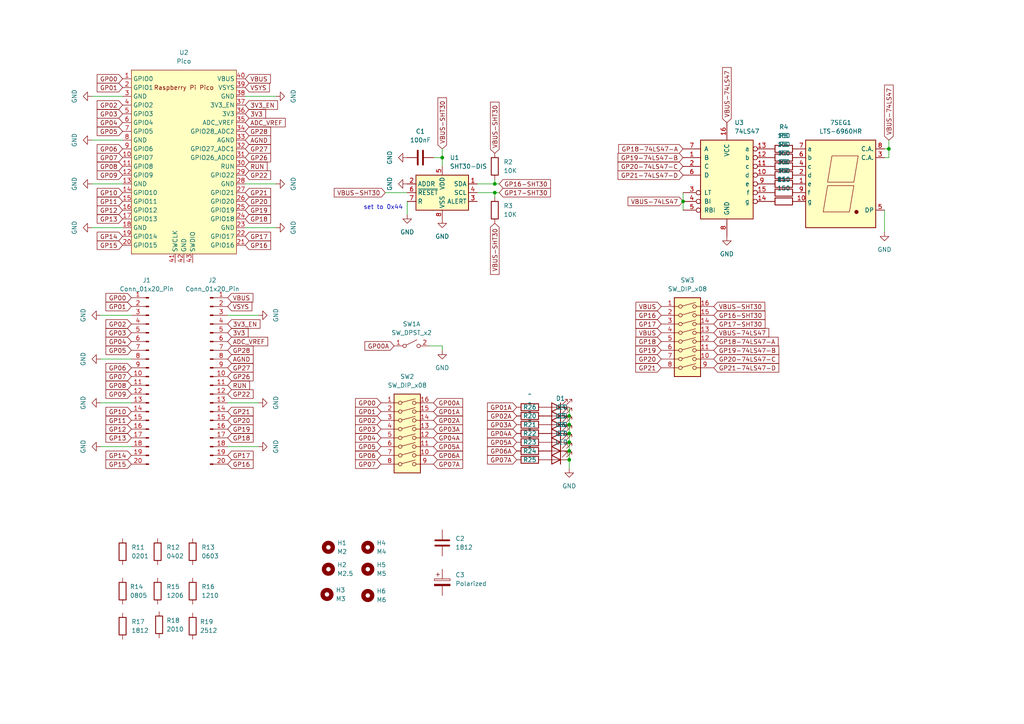
<source format=kicad_sch>
(kicad_sch (version 20230121) (generator eeschema)

  (uuid 1554ed8a-f6d9-4b63-9030-e85647b06d3d)

  (paper "A4")

  (title_block
    (title "MAKE A WISH EDITION")
    (date "2023-11-25")
    (rev "1")
    (company "Coyote Productions")
  )

  (lib_symbols
    (symbol "74xx:74LS47" (pin_names (offset 1.016)) (in_bom yes) (on_board yes)
      (property "Reference" "U" (at -7.62 11.43 0)
        (effects (font (size 1.27 1.27)))
      )
      (property "Value" "74LS47" (at -7.62 -13.97 0)
        (effects (font (size 1.27 1.27)))
      )
      (property "Footprint" "" (at 0 0 0)
        (effects (font (size 1.27 1.27)) hide)
      )
      (property "Datasheet" "http://www.ti.com/lit/gpn/sn74LS47" (at 0 0 0)
        (effects (font (size 1.27 1.27)) hide)
      )
      (property "ki_locked" "" (at 0 0 0)
        (effects (font (size 1.27 1.27)))
      )
      (property "ki_keywords" "TTL DECOD DECOD7 OpenCol" (at 0 0 0)
        (effects (font (size 1.27 1.27)) hide)
      )
      (property "ki_description" "BCD to 7-segment Driver, Open Collector, 30V outputs" (at 0 0 0)
        (effects (font (size 1.27 1.27)) hide)
      )
      (property "ki_fp_filters" "DIP?16*" (at 0 0 0)
        (effects (font (size 1.27 1.27)) hide)
      )
      (symbol "74LS47_1_0"
        (pin input line (at -12.7 5.08 0) (length 5.08)
          (name "B" (effects (font (size 1.27 1.27))))
          (number "1" (effects (font (size 1.27 1.27))))
        )
        (pin open_collector inverted (at 12.7 0 180) (length 5.08)
          (name "d" (effects (font (size 1.27 1.27))))
          (number "10" (effects (font (size 1.27 1.27))))
        )
        (pin open_collector inverted (at 12.7 2.54 180) (length 5.08)
          (name "c" (effects (font (size 1.27 1.27))))
          (number "11" (effects (font (size 1.27 1.27))))
        )
        (pin open_collector inverted (at 12.7 5.08 180) (length 5.08)
          (name "b" (effects (font (size 1.27 1.27))))
          (number "12" (effects (font (size 1.27 1.27))))
        )
        (pin open_collector inverted (at 12.7 7.62 180) (length 5.08)
          (name "a" (effects (font (size 1.27 1.27))))
          (number "13" (effects (font (size 1.27 1.27))))
        )
        (pin open_collector inverted (at 12.7 -7.62 180) (length 5.08)
          (name "g" (effects (font (size 1.27 1.27))))
          (number "14" (effects (font (size 1.27 1.27))))
        )
        (pin open_collector inverted (at 12.7 -5.08 180) (length 5.08)
          (name "f" (effects (font (size 1.27 1.27))))
          (number "15" (effects (font (size 1.27 1.27))))
        )
        (pin power_in line (at 0 15.24 270) (length 5.08)
          (name "VCC" (effects (font (size 1.27 1.27))))
          (number "16" (effects (font (size 1.27 1.27))))
        )
        (pin input line (at -12.7 2.54 0) (length 5.08)
          (name "C" (effects (font (size 1.27 1.27))))
          (number "2" (effects (font (size 1.27 1.27))))
        )
        (pin input inverted (at -12.7 -5.08 0) (length 5.08)
          (name "LT" (effects (font (size 1.27 1.27))))
          (number "3" (effects (font (size 1.27 1.27))))
        )
        (pin input inverted (at -12.7 -7.62 0) (length 5.08)
          (name "BI" (effects (font (size 1.27 1.27))))
          (number "4" (effects (font (size 1.27 1.27))))
        )
        (pin input inverted (at -12.7 -10.16 0) (length 5.08)
          (name "RBI" (effects (font (size 1.27 1.27))))
          (number "5" (effects (font (size 1.27 1.27))))
        )
        (pin input line (at -12.7 0 0) (length 5.08)
          (name "D" (effects (font (size 1.27 1.27))))
          (number "6" (effects (font (size 1.27 1.27))))
        )
        (pin input line (at -12.7 7.62 0) (length 5.08)
          (name "A" (effects (font (size 1.27 1.27))))
          (number "7" (effects (font (size 1.27 1.27))))
        )
        (pin power_in line (at 0 -17.78 90) (length 5.08)
          (name "GND" (effects (font (size 1.27 1.27))))
          (number "8" (effects (font (size 1.27 1.27))))
        )
        (pin open_collector inverted (at 12.7 -2.54 180) (length 5.08)
          (name "e" (effects (font (size 1.27 1.27))))
          (number "9" (effects (font (size 1.27 1.27))))
        )
      )
      (symbol "74LS47_1_1"
        (rectangle (start -7.62 10.16) (end 7.62 -12.7)
          (stroke (width 0.254) (type default))
          (fill (type background))
        )
      )
    )
    (symbol "Connector:Conn_01x20_Pin" (pin_names (offset 1.016) hide) (in_bom yes) (on_board yes)
      (property "Reference" "J" (at 0 25.4 0)
        (effects (font (size 1.27 1.27)))
      )
      (property "Value" "Conn_01x20_Pin" (at 0 -27.94 0)
        (effects (font (size 1.27 1.27)))
      )
      (property "Footprint" "" (at 0 0 0)
        (effects (font (size 1.27 1.27)) hide)
      )
      (property "Datasheet" "~" (at 0 0 0)
        (effects (font (size 1.27 1.27)) hide)
      )
      (property "ki_locked" "" (at 0 0 0)
        (effects (font (size 1.27 1.27)))
      )
      (property "ki_keywords" "connector" (at 0 0 0)
        (effects (font (size 1.27 1.27)) hide)
      )
      (property "ki_description" "Generic connector, single row, 01x20, script generated" (at 0 0 0)
        (effects (font (size 1.27 1.27)) hide)
      )
      (property "ki_fp_filters" "Connector*:*_1x??_*" (at 0 0 0)
        (effects (font (size 1.27 1.27)) hide)
      )
      (symbol "Conn_01x20_Pin_1_1"
        (polyline
          (pts
            (xy 1.27 -25.4)
            (xy 0.8636 -25.4)
          )
          (stroke (width 0.1524) (type default))
          (fill (type none))
        )
        (polyline
          (pts
            (xy 1.27 -22.86)
            (xy 0.8636 -22.86)
          )
          (stroke (width 0.1524) (type default))
          (fill (type none))
        )
        (polyline
          (pts
            (xy 1.27 -20.32)
            (xy 0.8636 -20.32)
          )
          (stroke (width 0.1524) (type default))
          (fill (type none))
        )
        (polyline
          (pts
            (xy 1.27 -17.78)
            (xy 0.8636 -17.78)
          )
          (stroke (width 0.1524) (type default))
          (fill (type none))
        )
        (polyline
          (pts
            (xy 1.27 -15.24)
            (xy 0.8636 -15.24)
          )
          (stroke (width 0.1524) (type default))
          (fill (type none))
        )
        (polyline
          (pts
            (xy 1.27 -12.7)
            (xy 0.8636 -12.7)
          )
          (stroke (width 0.1524) (type default))
          (fill (type none))
        )
        (polyline
          (pts
            (xy 1.27 -10.16)
            (xy 0.8636 -10.16)
          )
          (stroke (width 0.1524) (type default))
          (fill (type none))
        )
        (polyline
          (pts
            (xy 1.27 -7.62)
            (xy 0.8636 -7.62)
          )
          (stroke (width 0.1524) (type default))
          (fill (type none))
        )
        (polyline
          (pts
            (xy 1.27 -5.08)
            (xy 0.8636 -5.08)
          )
          (stroke (width 0.1524) (type default))
          (fill (type none))
        )
        (polyline
          (pts
            (xy 1.27 -2.54)
            (xy 0.8636 -2.54)
          )
          (stroke (width 0.1524) (type default))
          (fill (type none))
        )
        (polyline
          (pts
            (xy 1.27 0)
            (xy 0.8636 0)
          )
          (stroke (width 0.1524) (type default))
          (fill (type none))
        )
        (polyline
          (pts
            (xy 1.27 2.54)
            (xy 0.8636 2.54)
          )
          (stroke (width 0.1524) (type default))
          (fill (type none))
        )
        (polyline
          (pts
            (xy 1.27 5.08)
            (xy 0.8636 5.08)
          )
          (stroke (width 0.1524) (type default))
          (fill (type none))
        )
        (polyline
          (pts
            (xy 1.27 7.62)
            (xy 0.8636 7.62)
          )
          (stroke (width 0.1524) (type default))
          (fill (type none))
        )
        (polyline
          (pts
            (xy 1.27 10.16)
            (xy 0.8636 10.16)
          )
          (stroke (width 0.1524) (type default))
          (fill (type none))
        )
        (polyline
          (pts
            (xy 1.27 12.7)
            (xy 0.8636 12.7)
          )
          (stroke (width 0.1524) (type default))
          (fill (type none))
        )
        (polyline
          (pts
            (xy 1.27 15.24)
            (xy 0.8636 15.24)
          )
          (stroke (width 0.1524) (type default))
          (fill (type none))
        )
        (polyline
          (pts
            (xy 1.27 17.78)
            (xy 0.8636 17.78)
          )
          (stroke (width 0.1524) (type default))
          (fill (type none))
        )
        (polyline
          (pts
            (xy 1.27 20.32)
            (xy 0.8636 20.32)
          )
          (stroke (width 0.1524) (type default))
          (fill (type none))
        )
        (polyline
          (pts
            (xy 1.27 22.86)
            (xy 0.8636 22.86)
          )
          (stroke (width 0.1524) (type default))
          (fill (type none))
        )
        (rectangle (start 0.8636 -25.273) (end 0 -25.527)
          (stroke (width 0.1524) (type default))
          (fill (type outline))
        )
        (rectangle (start 0.8636 -22.733) (end 0 -22.987)
          (stroke (width 0.1524) (type default))
          (fill (type outline))
        )
        (rectangle (start 0.8636 -20.193) (end 0 -20.447)
          (stroke (width 0.1524) (type default))
          (fill (type outline))
        )
        (rectangle (start 0.8636 -17.653) (end 0 -17.907)
          (stroke (width 0.1524) (type default))
          (fill (type outline))
        )
        (rectangle (start 0.8636 -15.113) (end 0 -15.367)
          (stroke (width 0.1524) (type default))
          (fill (type outline))
        )
        (rectangle (start 0.8636 -12.573) (end 0 -12.827)
          (stroke (width 0.1524) (type default))
          (fill (type outline))
        )
        (rectangle (start 0.8636 -10.033) (end 0 -10.287)
          (stroke (width 0.1524) (type default))
          (fill (type outline))
        )
        (rectangle (start 0.8636 -7.493) (end 0 -7.747)
          (stroke (width 0.1524) (type default))
          (fill (type outline))
        )
        (rectangle (start 0.8636 -4.953) (end 0 -5.207)
          (stroke (width 0.1524) (type default))
          (fill (type outline))
        )
        (rectangle (start 0.8636 -2.413) (end 0 -2.667)
          (stroke (width 0.1524) (type default))
          (fill (type outline))
        )
        (rectangle (start 0.8636 0.127) (end 0 -0.127)
          (stroke (width 0.1524) (type default))
          (fill (type outline))
        )
        (rectangle (start 0.8636 2.667) (end 0 2.413)
          (stroke (width 0.1524) (type default))
          (fill (type outline))
        )
        (rectangle (start 0.8636 5.207) (end 0 4.953)
          (stroke (width 0.1524) (type default))
          (fill (type outline))
        )
        (rectangle (start 0.8636 7.747) (end 0 7.493)
          (stroke (width 0.1524) (type default))
          (fill (type outline))
        )
        (rectangle (start 0.8636 10.287) (end 0 10.033)
          (stroke (width 0.1524) (type default))
          (fill (type outline))
        )
        (rectangle (start 0.8636 12.827) (end 0 12.573)
          (stroke (width 0.1524) (type default))
          (fill (type outline))
        )
        (rectangle (start 0.8636 15.367) (end 0 15.113)
          (stroke (width 0.1524) (type default))
          (fill (type outline))
        )
        (rectangle (start 0.8636 17.907) (end 0 17.653)
          (stroke (width 0.1524) (type default))
          (fill (type outline))
        )
        (rectangle (start 0.8636 20.447) (end 0 20.193)
          (stroke (width 0.1524) (type default))
          (fill (type outline))
        )
        (rectangle (start 0.8636 22.987) (end 0 22.733)
          (stroke (width 0.1524) (type default))
          (fill (type outline))
        )
        (pin passive line (at 5.08 22.86 180) (length 3.81)
          (name "Pin_1" (effects (font (size 1.27 1.27))))
          (number "1" (effects (font (size 1.27 1.27))))
        )
        (pin passive line (at 5.08 0 180) (length 3.81)
          (name "Pin_10" (effects (font (size 1.27 1.27))))
          (number "10" (effects (font (size 1.27 1.27))))
        )
        (pin passive line (at 5.08 -2.54 180) (length 3.81)
          (name "Pin_11" (effects (font (size 1.27 1.27))))
          (number "11" (effects (font (size 1.27 1.27))))
        )
        (pin passive line (at 5.08 -5.08 180) (length 3.81)
          (name "Pin_12" (effects (font (size 1.27 1.27))))
          (number "12" (effects (font (size 1.27 1.27))))
        )
        (pin passive line (at 5.08 -7.62 180) (length 3.81)
          (name "Pin_13" (effects (font (size 1.27 1.27))))
          (number "13" (effects (font (size 1.27 1.27))))
        )
        (pin passive line (at 5.08 -10.16 180) (length 3.81)
          (name "Pin_14" (effects (font (size 1.27 1.27))))
          (number "14" (effects (font (size 1.27 1.27))))
        )
        (pin passive line (at 5.08 -12.7 180) (length 3.81)
          (name "Pin_15" (effects (font (size 1.27 1.27))))
          (number "15" (effects (font (size 1.27 1.27))))
        )
        (pin passive line (at 5.08 -15.24 180) (length 3.81)
          (name "Pin_16" (effects (font (size 1.27 1.27))))
          (number "16" (effects (font (size 1.27 1.27))))
        )
        (pin passive line (at 5.08 -17.78 180) (length 3.81)
          (name "Pin_17" (effects (font (size 1.27 1.27))))
          (number "17" (effects (font (size 1.27 1.27))))
        )
        (pin passive line (at 5.08 -20.32 180) (length 3.81)
          (name "Pin_18" (effects (font (size 1.27 1.27))))
          (number "18" (effects (font (size 1.27 1.27))))
        )
        (pin passive line (at 5.08 -22.86 180) (length 3.81)
          (name "Pin_19" (effects (font (size 1.27 1.27))))
          (number "19" (effects (font (size 1.27 1.27))))
        )
        (pin passive line (at 5.08 20.32 180) (length 3.81)
          (name "Pin_2" (effects (font (size 1.27 1.27))))
          (number "2" (effects (font (size 1.27 1.27))))
        )
        (pin passive line (at 5.08 -25.4 180) (length 3.81)
          (name "Pin_20" (effects (font (size 1.27 1.27))))
          (number "20" (effects (font (size 1.27 1.27))))
        )
        (pin passive line (at 5.08 17.78 180) (length 3.81)
          (name "Pin_3" (effects (font (size 1.27 1.27))))
          (number "3" (effects (font (size 1.27 1.27))))
        )
        (pin passive line (at 5.08 15.24 180) (length 3.81)
          (name "Pin_4" (effects (font (size 1.27 1.27))))
          (number "4" (effects (font (size 1.27 1.27))))
        )
        (pin passive line (at 5.08 12.7 180) (length 3.81)
          (name "Pin_5" (effects (font (size 1.27 1.27))))
          (number "5" (effects (font (size 1.27 1.27))))
        )
        (pin passive line (at 5.08 10.16 180) (length 3.81)
          (name "Pin_6" (effects (font (size 1.27 1.27))))
          (number "6" (effects (font (size 1.27 1.27))))
        )
        (pin passive line (at 5.08 7.62 180) (length 3.81)
          (name "Pin_7" (effects (font (size 1.27 1.27))))
          (number "7" (effects (font (size 1.27 1.27))))
        )
        (pin passive line (at 5.08 5.08 180) (length 3.81)
          (name "Pin_8" (effects (font (size 1.27 1.27))))
          (number "8" (effects (font (size 1.27 1.27))))
        )
        (pin passive line (at 5.08 2.54 180) (length 3.81)
          (name "Pin_9" (effects (font (size 1.27 1.27))))
          (number "9" (effects (font (size 1.27 1.27))))
        )
      )
    )
    (symbol "Device:C" (pin_numbers hide) (pin_names (offset 0.254)) (in_bom yes) (on_board yes)
      (property "Reference" "C" (at 0.635 2.54 0)
        (effects (font (size 1.27 1.27)) (justify left))
      )
      (property "Value" "C" (at 0.635 -2.54 0)
        (effects (font (size 1.27 1.27)) (justify left))
      )
      (property "Footprint" "" (at 0.9652 -3.81 0)
        (effects (font (size 1.27 1.27)) hide)
      )
      (property "Datasheet" "~" (at 0 0 0)
        (effects (font (size 1.27 1.27)) hide)
      )
      (property "ki_keywords" "cap capacitor" (at 0 0 0)
        (effects (font (size 1.27 1.27)) hide)
      )
      (property "ki_description" "Unpolarized capacitor" (at 0 0 0)
        (effects (font (size 1.27 1.27)) hide)
      )
      (property "ki_fp_filters" "C_*" (at 0 0 0)
        (effects (font (size 1.27 1.27)) hide)
      )
      (symbol "C_0_1"
        (polyline
          (pts
            (xy -2.032 -0.762)
            (xy 2.032 -0.762)
          )
          (stroke (width 0.508) (type default))
          (fill (type none))
        )
        (polyline
          (pts
            (xy -2.032 0.762)
            (xy 2.032 0.762)
          )
          (stroke (width 0.508) (type default))
          (fill (type none))
        )
      )
      (symbol "C_1_1"
        (pin passive line (at 0 3.81 270) (length 2.794)
          (name "~" (effects (font (size 1.27 1.27))))
          (number "1" (effects (font (size 1.27 1.27))))
        )
        (pin passive line (at 0 -3.81 90) (length 2.794)
          (name "~" (effects (font (size 1.27 1.27))))
          (number "2" (effects (font (size 1.27 1.27))))
        )
      )
    )
    (symbol "Device:C_Polarized" (pin_numbers hide) (pin_names (offset 0.254)) (in_bom yes) (on_board yes)
      (property "Reference" "C" (at 0.635 2.54 0)
        (effects (font (size 1.27 1.27)) (justify left))
      )
      (property "Value" "C_Polarized" (at 0.635 -2.54 0)
        (effects (font (size 1.27 1.27)) (justify left))
      )
      (property "Footprint" "" (at 0.9652 -3.81 0)
        (effects (font (size 1.27 1.27)) hide)
      )
      (property "Datasheet" "~" (at 0 0 0)
        (effects (font (size 1.27 1.27)) hide)
      )
      (property "ki_keywords" "cap capacitor" (at 0 0 0)
        (effects (font (size 1.27 1.27)) hide)
      )
      (property "ki_description" "Polarized capacitor" (at 0 0 0)
        (effects (font (size 1.27 1.27)) hide)
      )
      (property "ki_fp_filters" "CP_*" (at 0 0 0)
        (effects (font (size 1.27 1.27)) hide)
      )
      (symbol "C_Polarized_0_1"
        (rectangle (start -2.286 0.508) (end 2.286 1.016)
          (stroke (width 0) (type default))
          (fill (type none))
        )
        (polyline
          (pts
            (xy -1.778 2.286)
            (xy -0.762 2.286)
          )
          (stroke (width 0) (type default))
          (fill (type none))
        )
        (polyline
          (pts
            (xy -1.27 2.794)
            (xy -1.27 1.778)
          )
          (stroke (width 0) (type default))
          (fill (type none))
        )
        (rectangle (start 2.286 -0.508) (end -2.286 -1.016)
          (stroke (width 0) (type default))
          (fill (type outline))
        )
      )
      (symbol "C_Polarized_1_1"
        (pin passive line (at 0 3.81 270) (length 2.794)
          (name "~" (effects (font (size 1.27 1.27))))
          (number "1" (effects (font (size 1.27 1.27))))
        )
        (pin passive line (at 0 -3.81 90) (length 2.794)
          (name "~" (effects (font (size 1.27 1.27))))
          (number "2" (effects (font (size 1.27 1.27))))
        )
      )
    )
    (symbol "Device:LED" (pin_numbers hide) (pin_names (offset 1.016) hide) (in_bom yes) (on_board yes)
      (property "Reference" "D" (at 0 2.54 0)
        (effects (font (size 1.27 1.27)))
      )
      (property "Value" "LED" (at 0 -2.54 0)
        (effects (font (size 1.27 1.27)))
      )
      (property "Footprint" "" (at 0 0 0)
        (effects (font (size 1.27 1.27)) hide)
      )
      (property "Datasheet" "~" (at 0 0 0)
        (effects (font (size 1.27 1.27)) hide)
      )
      (property "ki_keywords" "LED diode" (at 0 0 0)
        (effects (font (size 1.27 1.27)) hide)
      )
      (property "ki_description" "Light emitting diode" (at 0 0 0)
        (effects (font (size 1.27 1.27)) hide)
      )
      (property "ki_fp_filters" "LED* LED_SMD:* LED_THT:*" (at 0 0 0)
        (effects (font (size 1.27 1.27)) hide)
      )
      (symbol "LED_0_1"
        (polyline
          (pts
            (xy -1.27 -1.27)
            (xy -1.27 1.27)
          )
          (stroke (width 0.254) (type default))
          (fill (type none))
        )
        (polyline
          (pts
            (xy -1.27 0)
            (xy 1.27 0)
          )
          (stroke (width 0) (type default))
          (fill (type none))
        )
        (polyline
          (pts
            (xy 1.27 -1.27)
            (xy 1.27 1.27)
            (xy -1.27 0)
            (xy 1.27 -1.27)
          )
          (stroke (width 0.254) (type default))
          (fill (type none))
        )
        (polyline
          (pts
            (xy -3.048 -0.762)
            (xy -4.572 -2.286)
            (xy -3.81 -2.286)
            (xy -4.572 -2.286)
            (xy -4.572 -1.524)
          )
          (stroke (width 0) (type default))
          (fill (type none))
        )
        (polyline
          (pts
            (xy -1.778 -0.762)
            (xy -3.302 -2.286)
            (xy -2.54 -2.286)
            (xy -3.302 -2.286)
            (xy -3.302 -1.524)
          )
          (stroke (width 0) (type default))
          (fill (type none))
        )
      )
      (symbol "LED_1_1"
        (pin passive line (at -3.81 0 0) (length 2.54)
          (name "K" (effects (font (size 1.27 1.27))))
          (number "1" (effects (font (size 1.27 1.27))))
        )
        (pin passive line (at 3.81 0 180) (length 2.54)
          (name "A" (effects (font (size 1.27 1.27))))
          (number "2" (effects (font (size 1.27 1.27))))
        )
      )
    )
    (symbol "Device:R" (pin_numbers hide) (pin_names (offset 0)) (in_bom yes) (on_board yes)
      (property "Reference" "R" (at 2.032 0 90)
        (effects (font (size 1.27 1.27)))
      )
      (property "Value" "R" (at 0 0 90)
        (effects (font (size 1.27 1.27)))
      )
      (property "Footprint" "" (at -1.778 0 90)
        (effects (font (size 1.27 1.27)) hide)
      )
      (property "Datasheet" "~" (at 0 0 0)
        (effects (font (size 1.27 1.27)) hide)
      )
      (property "ki_keywords" "R res resistor" (at 0 0 0)
        (effects (font (size 1.27 1.27)) hide)
      )
      (property "ki_description" "Resistor" (at 0 0 0)
        (effects (font (size 1.27 1.27)) hide)
      )
      (property "ki_fp_filters" "R_*" (at 0 0 0)
        (effects (font (size 1.27 1.27)) hide)
      )
      (symbol "R_0_1"
        (rectangle (start -1.016 -2.54) (end 1.016 2.54)
          (stroke (width 0.254) (type default))
          (fill (type none))
        )
      )
      (symbol "R_1_1"
        (pin passive line (at 0 3.81 270) (length 1.27)
          (name "~" (effects (font (size 1.27 1.27))))
          (number "1" (effects (font (size 1.27 1.27))))
        )
        (pin passive line (at 0 -3.81 90) (length 1.27)
          (name "~" (effects (font (size 1.27 1.27))))
          (number "2" (effects (font (size 1.27 1.27))))
        )
      )
    )
    (symbol "Display_Character:LTS-6960HR" (in_bom yes) (on_board yes)
      (property "Reference" "AFF" (at -7.874 13.97 0)
        (effects (font (size 1.27 1.27)))
      )
      (property "Value" "LTS-6960HR" (at -2.032 13.97 0)
        (effects (font (size 1.27 1.27)) (justify left))
      )
      (property "Footprint" "Display_7Segment:7SegmentLED_LTS6760_LTS6780" (at 0 -15.24 0)
        (effects (font (size 1.27 1.27)) hide)
      )
      (property "Datasheet" "https://datasheet.octopart.com/LTS-6960HR-Lite-On-datasheet-11803242.pdf" (at 0 0 0)
        (effects (font (size 1.27 1.27)) hide)
      )
      (property "ki_keywords" "display LED 7-segment" (at 0 0 0)
        (effects (font (size 1.27 1.27)) hide)
      )
      (property "ki_description" "DISPLAY 7 SEGMENTS common A." (at 0 0 0)
        (effects (font (size 1.27 1.27)) hide)
      )
      (property "ki_fp_filters" "7SegmentLED?LTS6760?LTS6780*" (at 0 0 0)
        (effects (font (size 1.27 1.27)) hide)
      )
      (symbol "LTS-6960HR_0_1"
        (rectangle (start -10.16 12.7) (end 10.16 -12.7)
          (stroke (width 0.254) (type default))
          (fill (type background))
        )
        (polyline
          (pts
            (xy -3.81 -0.508)
            (xy 3.81 -0.508)
            (xy 2.54 -8.128)
            (xy -5.08 -8.128)
            (xy -3.81 -0.508)
            (xy -3.81 -0.508)
          )
          (stroke (width 0) (type default))
          (fill (type none))
        )
        (polyline
          (pts
            (xy -2.54 8.128)
            (xy 5.08 8.128)
            (xy 3.81 0.508)
            (xy -3.81 0.508)
            (xy -2.54 8.128)
            (xy -2.54 8.128)
          )
          (stroke (width 0) (type default))
          (fill (type none))
        )
        (circle (center 4.572 -8.128) (radius 0.508)
          (stroke (width 0) (type default))
          (fill (type outline))
        )
      )
      (symbol "LTS-6960HR_1_1"
        (pin passive line (at -12.7 0 0) (length 2.54)
          (name "e" (effects (font (size 1.27 1.27))))
          (number "1" (effects (font (size 1.27 1.27))))
        )
        (pin passive line (at -12.7 -5.08 0) (length 2.54)
          (name "g" (effects (font (size 1.27 1.27))))
          (number "10" (effects (font (size 1.27 1.27))))
        )
        (pin passive line (at -12.7 2.54 0) (length 2.54)
          (name "d" (effects (font (size 1.27 1.27))))
          (number "2" (effects (font (size 1.27 1.27))))
        )
        (pin passive line (at 12.7 7.62 180) (length 2.54)
          (name "C.A." (effects (font (size 1.27 1.27))))
          (number "3" (effects (font (size 1.27 1.27))))
        )
        (pin passive line (at -12.7 5.08 0) (length 2.54)
          (name "c" (effects (font (size 1.27 1.27))))
          (number "4" (effects (font (size 1.27 1.27))))
        )
        (pin passive line (at 12.7 -7.62 180) (length 2.54)
          (name "DP" (effects (font (size 1.27 1.27))))
          (number "5" (effects (font (size 1.27 1.27))))
        )
        (pin passive line (at -12.7 7.62 0) (length 2.54)
          (name "b" (effects (font (size 1.27 1.27))))
          (number "6" (effects (font (size 1.27 1.27))))
        )
        (pin passive line (at -12.7 10.16 0) (length 2.54)
          (name "a" (effects (font (size 1.27 1.27))))
          (number "7" (effects (font (size 1.27 1.27))))
        )
        (pin passive line (at 12.7 10.16 180) (length 2.54)
          (name "C.A." (effects (font (size 1.27 1.27))))
          (number "8" (effects (font (size 1.27 1.27))))
        )
        (pin passive line (at -12.7 -2.54 0) (length 2.54)
          (name "f" (effects (font (size 1.27 1.27))))
          (number "9" (effects (font (size 1.27 1.27))))
        )
      )
    )
    (symbol "MCU_RaspberryPi_and_Boards:Pico" (in_bom yes) (on_board yes)
      (property "Reference" "U" (at -13.97 27.94 0)
        (effects (font (size 1.27 1.27)))
      )
      (property "Value" "Pico" (at 0 19.05 0)
        (effects (font (size 1.27 1.27)))
      )
      (property "Footprint" "RPi_Pico:RPi_Pico_SMD_TH" (at 0 0 90)
        (effects (font (size 1.27 1.27)) hide)
      )
      (property "Datasheet" "" (at 0 0 0)
        (effects (font (size 1.27 1.27)) hide)
      )
      (symbol "Pico_0_0"
        (text "Raspberry Pi Pico" (at 0 21.59 0)
          (effects (font (size 1.27 1.27)))
        )
      )
      (symbol "Pico_0_1"
        (rectangle (start -15.24 26.67) (end 15.24 -26.67)
          (stroke (width 0) (type default))
          (fill (type background))
        )
      )
      (symbol "Pico_1_1"
        (pin bidirectional line (at -17.78 24.13 0) (length 2.54)
          (name "GPIO0" (effects (font (size 1.27 1.27))))
          (number "1" (effects (font (size 1.27 1.27))))
        )
        (pin bidirectional line (at -17.78 1.27 0) (length 2.54)
          (name "GPIO7" (effects (font (size 1.27 1.27))))
          (number "10" (effects (font (size 1.27 1.27))))
        )
        (pin bidirectional line (at -17.78 -1.27 0) (length 2.54)
          (name "GPIO8" (effects (font (size 1.27 1.27))))
          (number "11" (effects (font (size 1.27 1.27))))
        )
        (pin bidirectional line (at -17.78 -3.81 0) (length 2.54)
          (name "GPIO9" (effects (font (size 1.27 1.27))))
          (number "12" (effects (font (size 1.27 1.27))))
        )
        (pin power_in line (at -17.78 -6.35 0) (length 2.54)
          (name "GND" (effects (font (size 1.27 1.27))))
          (number "13" (effects (font (size 1.27 1.27))))
        )
        (pin bidirectional line (at -17.78 -8.89 0) (length 2.54)
          (name "GPIO10" (effects (font (size 1.27 1.27))))
          (number "14" (effects (font (size 1.27 1.27))))
        )
        (pin bidirectional line (at -17.78 -11.43 0) (length 2.54)
          (name "GPIO11" (effects (font (size 1.27 1.27))))
          (number "15" (effects (font (size 1.27 1.27))))
        )
        (pin bidirectional line (at -17.78 -13.97 0) (length 2.54)
          (name "GPIO12" (effects (font (size 1.27 1.27))))
          (number "16" (effects (font (size 1.27 1.27))))
        )
        (pin bidirectional line (at -17.78 -16.51 0) (length 2.54)
          (name "GPIO13" (effects (font (size 1.27 1.27))))
          (number "17" (effects (font (size 1.27 1.27))))
        )
        (pin power_in line (at -17.78 -19.05 0) (length 2.54)
          (name "GND" (effects (font (size 1.27 1.27))))
          (number "18" (effects (font (size 1.27 1.27))))
        )
        (pin bidirectional line (at -17.78 -21.59 0) (length 2.54)
          (name "GPIO14" (effects (font (size 1.27 1.27))))
          (number "19" (effects (font (size 1.27 1.27))))
        )
        (pin bidirectional line (at -17.78 21.59 0) (length 2.54)
          (name "GPIO1" (effects (font (size 1.27 1.27))))
          (number "2" (effects (font (size 1.27 1.27))))
        )
        (pin bidirectional line (at -17.78 -24.13 0) (length 2.54)
          (name "GPIO15" (effects (font (size 1.27 1.27))))
          (number "20" (effects (font (size 1.27 1.27))))
        )
        (pin bidirectional line (at 17.78 -24.13 180) (length 2.54)
          (name "GPIO16" (effects (font (size 1.27 1.27))))
          (number "21" (effects (font (size 1.27 1.27))))
        )
        (pin bidirectional line (at 17.78 -21.59 180) (length 2.54)
          (name "GPIO17" (effects (font (size 1.27 1.27))))
          (number "22" (effects (font (size 1.27 1.27))))
        )
        (pin power_in line (at 17.78 -19.05 180) (length 2.54)
          (name "GND" (effects (font (size 1.27 1.27))))
          (number "23" (effects (font (size 1.27 1.27))))
        )
        (pin bidirectional line (at 17.78 -16.51 180) (length 2.54)
          (name "GPIO18" (effects (font (size 1.27 1.27))))
          (number "24" (effects (font (size 1.27 1.27))))
        )
        (pin bidirectional line (at 17.78 -13.97 180) (length 2.54)
          (name "GPIO19" (effects (font (size 1.27 1.27))))
          (number "25" (effects (font (size 1.27 1.27))))
        )
        (pin bidirectional line (at 17.78 -11.43 180) (length 2.54)
          (name "GPIO20" (effects (font (size 1.27 1.27))))
          (number "26" (effects (font (size 1.27 1.27))))
        )
        (pin bidirectional line (at 17.78 -8.89 180) (length 2.54)
          (name "GPIO21" (effects (font (size 1.27 1.27))))
          (number "27" (effects (font (size 1.27 1.27))))
        )
        (pin power_in line (at 17.78 -6.35 180) (length 2.54)
          (name "GND" (effects (font (size 1.27 1.27))))
          (number "28" (effects (font (size 1.27 1.27))))
        )
        (pin bidirectional line (at 17.78 -3.81 180) (length 2.54)
          (name "GPIO22" (effects (font (size 1.27 1.27))))
          (number "29" (effects (font (size 1.27 1.27))))
        )
        (pin power_in line (at -17.78 19.05 0) (length 2.54)
          (name "GND" (effects (font (size 1.27 1.27))))
          (number "3" (effects (font (size 1.27 1.27))))
        )
        (pin input line (at 17.78 -1.27 180) (length 2.54)
          (name "RUN" (effects (font (size 1.27 1.27))))
          (number "30" (effects (font (size 1.27 1.27))))
        )
        (pin bidirectional line (at 17.78 1.27 180) (length 2.54)
          (name "GPIO26_ADC0" (effects (font (size 1.27 1.27))))
          (number "31" (effects (font (size 1.27 1.27))))
        )
        (pin bidirectional line (at 17.78 3.81 180) (length 2.54)
          (name "GPIO27_ADC1" (effects (font (size 1.27 1.27))))
          (number "32" (effects (font (size 1.27 1.27))))
        )
        (pin power_in line (at 17.78 6.35 180) (length 2.54)
          (name "AGND" (effects (font (size 1.27 1.27))))
          (number "33" (effects (font (size 1.27 1.27))))
        )
        (pin bidirectional line (at 17.78 8.89 180) (length 2.54)
          (name "GPIO28_ADC2" (effects (font (size 1.27 1.27))))
          (number "34" (effects (font (size 1.27 1.27))))
        )
        (pin power_in line (at 17.78 11.43 180) (length 2.54)
          (name "ADC_VREF" (effects (font (size 1.27 1.27))))
          (number "35" (effects (font (size 1.27 1.27))))
        )
        (pin power_in line (at 17.78 13.97 180) (length 2.54)
          (name "3V3" (effects (font (size 1.27 1.27))))
          (number "36" (effects (font (size 1.27 1.27))))
        )
        (pin input line (at 17.78 16.51 180) (length 2.54)
          (name "3V3_EN" (effects (font (size 1.27 1.27))))
          (number "37" (effects (font (size 1.27 1.27))))
        )
        (pin bidirectional line (at 17.78 19.05 180) (length 2.54)
          (name "GND" (effects (font (size 1.27 1.27))))
          (number "38" (effects (font (size 1.27 1.27))))
        )
        (pin power_in line (at 17.78 21.59 180) (length 2.54)
          (name "VSYS" (effects (font (size 1.27 1.27))))
          (number "39" (effects (font (size 1.27 1.27))))
        )
        (pin bidirectional line (at -17.78 16.51 0) (length 2.54)
          (name "GPIO2" (effects (font (size 1.27 1.27))))
          (number "4" (effects (font (size 1.27 1.27))))
        )
        (pin power_in line (at 17.78 24.13 180) (length 2.54)
          (name "VBUS" (effects (font (size 1.27 1.27))))
          (number "40" (effects (font (size 1.27 1.27))))
        )
        (pin input line (at -2.54 -29.21 90) (length 2.54)
          (name "SWCLK" (effects (font (size 1.27 1.27))))
          (number "41" (effects (font (size 1.27 1.27))))
        )
        (pin power_in line (at 0 -29.21 90) (length 2.54)
          (name "GND" (effects (font (size 1.27 1.27))))
          (number "42" (effects (font (size 1.27 1.27))))
        )
        (pin bidirectional line (at 2.54 -29.21 90) (length 2.54)
          (name "SWDIO" (effects (font (size 1.27 1.27))))
          (number "43" (effects (font (size 1.27 1.27))))
        )
        (pin bidirectional line (at -17.78 13.97 0) (length 2.54)
          (name "GPIO3" (effects (font (size 1.27 1.27))))
          (number "5" (effects (font (size 1.27 1.27))))
        )
        (pin bidirectional line (at -17.78 11.43 0) (length 2.54)
          (name "GPIO4" (effects (font (size 1.27 1.27))))
          (number "6" (effects (font (size 1.27 1.27))))
        )
        (pin bidirectional line (at -17.78 8.89 0) (length 2.54)
          (name "GPIO5" (effects (font (size 1.27 1.27))))
          (number "7" (effects (font (size 1.27 1.27))))
        )
        (pin power_in line (at -17.78 6.35 0) (length 2.54)
          (name "GND" (effects (font (size 1.27 1.27))))
          (number "8" (effects (font (size 1.27 1.27))))
        )
        (pin bidirectional line (at -17.78 3.81 0) (length 2.54)
          (name "GPIO6" (effects (font (size 1.27 1.27))))
          (number "9" (effects (font (size 1.27 1.27))))
        )
      )
    )
    (symbol "Mechanical:MountingHole" (pin_names (offset 1.016)) (in_bom yes) (on_board yes)
      (property "Reference" "H" (at 0 5.08 0)
        (effects (font (size 1.27 1.27)))
      )
      (property "Value" "MountingHole" (at 0 3.175 0)
        (effects (font (size 1.27 1.27)))
      )
      (property "Footprint" "" (at 0 0 0)
        (effects (font (size 1.27 1.27)) hide)
      )
      (property "Datasheet" "~" (at 0 0 0)
        (effects (font (size 1.27 1.27)) hide)
      )
      (property "ki_keywords" "mounting hole" (at 0 0 0)
        (effects (font (size 1.27 1.27)) hide)
      )
      (property "ki_description" "Mounting Hole without connection" (at 0 0 0)
        (effects (font (size 1.27 1.27)) hide)
      )
      (property "ki_fp_filters" "MountingHole*" (at 0 0 0)
        (effects (font (size 1.27 1.27)) hide)
      )
      (symbol "MountingHole_0_1"
        (circle (center 0 0) (radius 1.27)
          (stroke (width 1.27) (type default))
          (fill (type none))
        )
      )
    )
    (symbol "Sensor_Humidity:SHT30-DIS" (in_bom yes) (on_board yes)
      (property "Reference" "U" (at -6.35 6.35 0)
        (effects (font (size 1.27 1.27)))
      )
      (property "Value" "SHT30-DIS" (at 6.35 6.35 0)
        (effects (font (size 1.27 1.27)))
      )
      (property "Footprint" "Sensor_Humidity:Sensirion_DFN-8-1EP_2.5x2.5mm_P0.5mm_EP1.1x1.7mm" (at 0 1.27 0)
        (effects (font (size 1.27 1.27)) hide)
      )
      (property "Datasheet" "https://www.sensirion.com/fileadmin/user_upload/customers/sensirion/Dokumente/2_Humidity_Sensors/Datasheets/Sensirion_Humidity_Sensors_SHT3x_Datasheet_digital.pdf" (at 0 1.27 0)
        (effects (font (size 1.27 1.27)) hide)
      )
      (property "ki_keywords" "digital temperature humidity i2c" (at 0 0 0)
        (effects (font (size 1.27 1.27)) hide)
      )
      (property "ki_description" "I²C humidity and temperature sensor, ±2%RH, ±0.2°C, DFN-8" (at 0 0 0)
        (effects (font (size 1.27 1.27)) hide)
      )
      (property "ki_fp_filters" "Sensirion*DFN*1EP*2.5x2.5mm*P0.5mm*" (at 0 0 0)
        (effects (font (size 1.27 1.27)) hide)
      )
      (symbol "SHT30-DIS_0_1"
        (rectangle (start -7.62 5.08) (end 7.62 -5.08)
          (stroke (width 0.254) (type default))
          (fill (type background))
        )
      )
      (symbol "SHT30-DIS_1_1"
        (pin bidirectional line (at 10.16 2.54 180) (length 2.54)
          (name "SDA" (effects (font (size 1.27 1.27))))
          (number "1" (effects (font (size 1.27 1.27))))
        )
        (pin input line (at -10.16 2.54 0) (length 2.54)
          (name "ADDR" (effects (font (size 1.27 1.27))))
          (number "2" (effects (font (size 1.27 1.27))))
        )
        (pin output line (at 10.16 -2.54 180) (length 2.54)
          (name "ALERT" (effects (font (size 1.27 1.27))))
          (number "3" (effects (font (size 1.27 1.27))))
        )
        (pin input line (at 10.16 0 180) (length 2.54)
          (name "SCL" (effects (font (size 1.27 1.27))))
          (number "4" (effects (font (size 1.27 1.27))))
        )
        (pin power_in line (at 0 7.62 270) (length 2.54)
          (name "VDD" (effects (font (size 1.27 1.27))))
          (number "5" (effects (font (size 1.27 1.27))))
        )
        (pin input line (at -10.16 0 0) (length 2.54)
          (name "~{RESET}" (effects (font (size 1.27 1.27))))
          (number "6" (effects (font (size 1.27 1.27))))
        )
        (pin passive line (at -10.16 -2.54 0) (length 2.54)
          (name "R" (effects (font (size 1.27 1.27))))
          (number "7" (effects (font (size 1.27 1.27))))
        )
        (pin power_in line (at 0 -7.62 90) (length 2.54)
          (name "VSS" (effects (font (size 1.27 1.27))))
          (number "8" (effects (font (size 1.27 1.27))))
        )
        (pin passive line (at 0 -7.62 90) (length 2.54) hide
          (name "VSS" (effects (font (size 1.27 1.27))))
          (number "9" (effects (font (size 1.27 1.27))))
        )
      )
    )
    (symbol "Switch:SW_DIP_x08" (pin_names (offset 0) hide) (in_bom yes) (on_board yes)
      (property "Reference" "SW" (at 0 13.97 0)
        (effects (font (size 1.27 1.27)))
      )
      (property "Value" "SW_DIP_x08" (at 0 -11.43 0)
        (effects (font (size 1.27 1.27)))
      )
      (property "Footprint" "" (at 0 0 0)
        (effects (font (size 1.27 1.27)) hide)
      )
      (property "Datasheet" "~" (at 0 0 0)
        (effects (font (size 1.27 1.27)) hide)
      )
      (property "ki_keywords" "dip switch" (at 0 0 0)
        (effects (font (size 1.27 1.27)) hide)
      )
      (property "ki_description" "8x DIP Switch, Single Pole Single Throw (SPST) switch, small symbol" (at 0 0 0)
        (effects (font (size 1.27 1.27)) hide)
      )
      (property "ki_fp_filters" "SW?DIP?x8*" (at 0 0 0)
        (effects (font (size 1.27 1.27)) hide)
      )
      (symbol "SW_DIP_x08_0_0"
        (circle (center -2.032 -7.62) (radius 0.508)
          (stroke (width 0) (type default))
          (fill (type none))
        )
        (circle (center -2.032 -5.08) (radius 0.508)
          (stroke (width 0) (type default))
          (fill (type none))
        )
        (circle (center -2.032 -2.54) (radius 0.508)
          (stroke (width 0) (type default))
          (fill (type none))
        )
        (circle (center -2.032 0) (radius 0.508)
          (stroke (width 0) (type default))
          (fill (type none))
        )
        (circle (center -2.032 2.54) (radius 0.508)
          (stroke (width 0) (type default))
          (fill (type none))
        )
        (circle (center -2.032 5.08) (radius 0.508)
          (stroke (width 0) (type default))
          (fill (type none))
        )
        (circle (center -2.032 7.62) (radius 0.508)
          (stroke (width 0) (type default))
          (fill (type none))
        )
        (circle (center -2.032 10.16) (radius 0.508)
          (stroke (width 0) (type default))
          (fill (type none))
        )
        (polyline
          (pts
            (xy -1.524 -7.4676)
            (xy 2.3622 -6.4262)
          )
          (stroke (width 0) (type default))
          (fill (type none))
        )
        (polyline
          (pts
            (xy -1.524 -4.9276)
            (xy 2.3622 -3.8862)
          )
          (stroke (width 0) (type default))
          (fill (type none))
        )
        (polyline
          (pts
            (xy -1.524 -2.3876)
            (xy 2.3622 -1.3462)
          )
          (stroke (width 0) (type default))
          (fill (type none))
        )
        (polyline
          (pts
            (xy -1.524 0.127)
            (xy 2.3622 1.1684)
          )
          (stroke (width 0) (type default))
          (fill (type none))
        )
        (polyline
          (pts
            (xy -1.524 2.667)
            (xy 2.3622 3.7084)
          )
          (stroke (width 0) (type default))
          (fill (type none))
        )
        (polyline
          (pts
            (xy -1.524 5.207)
            (xy 2.3622 6.2484)
          )
          (stroke (width 0) (type default))
          (fill (type none))
        )
        (polyline
          (pts
            (xy -1.524 7.747)
            (xy 2.3622 8.7884)
          )
          (stroke (width 0) (type default))
          (fill (type none))
        )
        (polyline
          (pts
            (xy -1.524 10.287)
            (xy 2.3622 11.3284)
          )
          (stroke (width 0) (type default))
          (fill (type none))
        )
        (circle (center 2.032 -7.62) (radius 0.508)
          (stroke (width 0) (type default))
          (fill (type none))
        )
        (circle (center 2.032 -5.08) (radius 0.508)
          (stroke (width 0) (type default))
          (fill (type none))
        )
        (circle (center 2.032 -2.54) (radius 0.508)
          (stroke (width 0) (type default))
          (fill (type none))
        )
        (circle (center 2.032 0) (radius 0.508)
          (stroke (width 0) (type default))
          (fill (type none))
        )
        (circle (center 2.032 2.54) (radius 0.508)
          (stroke (width 0) (type default))
          (fill (type none))
        )
        (circle (center 2.032 5.08) (radius 0.508)
          (stroke (width 0) (type default))
          (fill (type none))
        )
        (circle (center 2.032 7.62) (radius 0.508)
          (stroke (width 0) (type default))
          (fill (type none))
        )
        (circle (center 2.032 10.16) (radius 0.508)
          (stroke (width 0) (type default))
          (fill (type none))
        )
      )
      (symbol "SW_DIP_x08_0_1"
        (rectangle (start -3.81 12.7) (end 3.81 -10.16)
          (stroke (width 0.254) (type default))
          (fill (type background))
        )
      )
      (symbol "SW_DIP_x08_1_1"
        (pin passive line (at -7.62 10.16 0) (length 5.08)
          (name "~" (effects (font (size 1.27 1.27))))
          (number "1" (effects (font (size 1.27 1.27))))
        )
        (pin passive line (at 7.62 -5.08 180) (length 5.08)
          (name "~" (effects (font (size 1.27 1.27))))
          (number "10" (effects (font (size 1.27 1.27))))
        )
        (pin passive line (at 7.62 -2.54 180) (length 5.08)
          (name "~" (effects (font (size 1.27 1.27))))
          (number "11" (effects (font (size 1.27 1.27))))
        )
        (pin passive line (at 7.62 0 180) (length 5.08)
          (name "~" (effects (font (size 1.27 1.27))))
          (number "12" (effects (font (size 1.27 1.27))))
        )
        (pin passive line (at 7.62 2.54 180) (length 5.08)
          (name "~" (effects (font (size 1.27 1.27))))
          (number "13" (effects (font (size 1.27 1.27))))
        )
        (pin passive line (at 7.62 5.08 180) (length 5.08)
          (name "~" (effects (font (size 1.27 1.27))))
          (number "14" (effects (font (size 1.27 1.27))))
        )
        (pin passive line (at 7.62 7.62 180) (length 5.08)
          (name "~" (effects (font (size 1.27 1.27))))
          (number "15" (effects (font (size 1.27 1.27))))
        )
        (pin passive line (at 7.62 10.16 180) (length 5.08)
          (name "~" (effects (font (size 1.27 1.27))))
          (number "16" (effects (font (size 1.27 1.27))))
        )
        (pin passive line (at -7.62 7.62 0) (length 5.08)
          (name "~" (effects (font (size 1.27 1.27))))
          (number "2" (effects (font (size 1.27 1.27))))
        )
        (pin passive line (at -7.62 5.08 0) (length 5.08)
          (name "~" (effects (font (size 1.27 1.27))))
          (number "3" (effects (font (size 1.27 1.27))))
        )
        (pin passive line (at -7.62 2.54 0) (length 5.08)
          (name "~" (effects (font (size 1.27 1.27))))
          (number "4" (effects (font (size 1.27 1.27))))
        )
        (pin passive line (at -7.62 0 0) (length 5.08)
          (name "~" (effects (font (size 1.27 1.27))))
          (number "5" (effects (font (size 1.27 1.27))))
        )
        (pin passive line (at -7.62 -2.54 0) (length 5.08)
          (name "~" (effects (font (size 1.27 1.27))))
          (number "6" (effects (font (size 1.27 1.27))))
        )
        (pin passive line (at -7.62 -5.08 0) (length 5.08)
          (name "~" (effects (font (size 1.27 1.27))))
          (number "7" (effects (font (size 1.27 1.27))))
        )
        (pin passive line (at -7.62 -7.62 0) (length 5.08)
          (name "~" (effects (font (size 1.27 1.27))))
          (number "8" (effects (font (size 1.27 1.27))))
        )
        (pin passive line (at 7.62 -7.62 180) (length 5.08)
          (name "~" (effects (font (size 1.27 1.27))))
          (number "9" (effects (font (size 1.27 1.27))))
        )
      )
    )
    (symbol "Switch:SW_DPST_x2" (pin_names (offset 0) hide) (in_bom yes) (on_board yes)
      (property "Reference" "SW" (at 0 3.175 0)
        (effects (font (size 1.27 1.27)))
      )
      (property "Value" "SW_DPST_x2" (at 0 -2.54 0)
        (effects (font (size 1.27 1.27)))
      )
      (property "Footprint" "" (at 0 0 0)
        (effects (font (size 1.27 1.27)) hide)
      )
      (property "Datasheet" "~" (at 0 0 0)
        (effects (font (size 1.27 1.27)) hide)
      )
      (property "ki_keywords" "switch lever" (at 0 0 0)
        (effects (font (size 1.27 1.27)) hide)
      )
      (property "ki_description" "Single Pole Single Throw (SPST) switch, separate symbol" (at 0 0 0)
        (effects (font (size 1.27 1.27)) hide)
      )
      (symbol "SW_DPST_x2_0_0"
        (circle (center -2.032 0) (radius 0.508)
          (stroke (width 0) (type default))
          (fill (type none))
        )
        (polyline
          (pts
            (xy -1.524 0.254)
            (xy 1.524 1.778)
          )
          (stroke (width 0) (type default))
          (fill (type none))
        )
        (circle (center 2.032 0) (radius 0.508)
          (stroke (width 0) (type default))
          (fill (type none))
        )
      )
      (symbol "SW_DPST_x2_1_1"
        (pin passive line (at -5.08 0 0) (length 2.54)
          (name "A" (effects (font (size 1.27 1.27))))
          (number "1" (effects (font (size 1.27 1.27))))
        )
        (pin passive line (at 5.08 0 180) (length 2.54)
          (name "B" (effects (font (size 1.27 1.27))))
          (number "2" (effects (font (size 1.27 1.27))))
        )
      )
      (symbol "SW_DPST_x2_2_1"
        (pin passive line (at -5.08 0 0) (length 2.54)
          (name "A" (effects (font (size 1.27 1.27))))
          (number "3" (effects (font (size 1.27 1.27))))
        )
        (pin passive line (at 5.08 0 180) (length 2.54)
          (name "B" (effects (font (size 1.27 1.27))))
          (number "4" (effects (font (size 1.27 1.27))))
        )
      )
    )
    (symbol "power:GND" (power) (pin_names (offset 0)) (in_bom yes) (on_board yes)
      (property "Reference" "#PWR" (at 0 -6.35 0)
        (effects (font (size 1.27 1.27)) hide)
      )
      (property "Value" "GND" (at 0 -3.81 0)
        (effects (font (size 1.27 1.27)))
      )
      (property "Footprint" "" (at 0 0 0)
        (effects (font (size 1.27 1.27)) hide)
      )
      (property "Datasheet" "" (at 0 0 0)
        (effects (font (size 1.27 1.27)) hide)
      )
      (property "ki_keywords" "global power" (at 0 0 0)
        (effects (font (size 1.27 1.27)) hide)
      )
      (property "ki_description" "Power symbol creates a global label with name \"GND\" , ground" (at 0 0 0)
        (effects (font (size 1.27 1.27)) hide)
      )
      (symbol "GND_0_1"
        (polyline
          (pts
            (xy 0 0)
            (xy 0 -1.27)
            (xy 1.27 -1.27)
            (xy 0 -2.54)
            (xy -1.27 -1.27)
            (xy 0 -1.27)
          )
          (stroke (width 0) (type default))
          (fill (type none))
        )
      )
      (symbol "GND_1_1"
        (pin power_in line (at 0 0 270) (length 0) hide
          (name "GND" (effects (font (size 1.27 1.27))))
          (number "1" (effects (font (size 1.27 1.27))))
        )
      )
    )
  )

  (junction (at 165.1 120.65) (diameter 0) (color 0 0 0 0)
    (uuid 066d5e6c-1d7c-42c1-ba5d-e699f852a84b)
  )
  (junction (at 165.1 130.81) (diameter 0) (color 0 0 0 0)
    (uuid 092b8ec2-12f3-4026-a925-0ae6a24676b7)
  )
  (junction (at 198.12 58.42) (diameter 0) (color 0 0 0 0)
    (uuid 39d49f8c-cac1-4e6e-b0d5-bddab2bea3a7)
  )
  (junction (at 165.1 133.35) (diameter 0) (color 0 0 0 0)
    (uuid 6d44d3c3-5a06-4512-af6a-c7fb3ed4745e)
  )
  (junction (at 143.51 55.88) (diameter 0) (color 0 0 0 0)
    (uuid 735dc46e-762a-423b-ab7b-74df5e9d104d)
  )
  (junction (at 143.51 53.34) (diameter 0) (color 0 0 0 0)
    (uuid 90c36e31-7fd0-4663-84cd-d5eadacdae76)
  )
  (junction (at 165.1 128.27) (diameter 0) (color 0 0 0 0)
    (uuid 911c3879-06a6-4cae-8a1f-f9b86c8abba0)
  )
  (junction (at 128.27 45.72) (diameter 0) (color 0 0 0 0)
    (uuid 9b88e363-ae27-4f63-8537-1edc58be56b2)
  )
  (junction (at 257.81 43.18) (diameter 0) (color 0 0 0 0)
    (uuid a51948cb-dcd1-4fa6-b300-708d524720c9)
  )
  (junction (at 165.1 125.73) (diameter 0) (color 0 0 0 0)
    (uuid cd77bfcc-b0b4-4e97-94dc-7296b46dfa22)
  )
  (junction (at 165.1 123.19) (diameter 0) (color 0 0 0 0)
    (uuid ffc92a43-93e2-48cb-a8cc-eb0e9c3ba696)
  )

  (wire (pts (xy 128.27 100.33) (xy 124.46 100.33))
    (stroke (width 0) (type default))
    (uuid 0d6b8336-b165-4296-b0f1-2511a025e563)
  )
  (wire (pts (xy 26.67 40.64) (xy 35.56 40.64))
    (stroke (width 0) (type default))
    (uuid 18300b37-8a18-471d-8a4c-6da2cad4eae6)
  )
  (wire (pts (xy 26.67 53.34) (xy 35.56 53.34))
    (stroke (width 0) (type default))
    (uuid 1eb13440-bc39-40d3-8e14-691e34760242)
  )
  (wire (pts (xy 128.27 45.72) (xy 128.27 48.26))
    (stroke (width 0) (type default))
    (uuid 200b6653-b5dd-4130-9a9a-54391efcb608)
  )
  (wire (pts (xy 165.1 133.35) (xy 165.1 135.89))
    (stroke (width 0) (type default))
    (uuid 263e5f77-cb44-463e-bda5-c1a7e212ad53)
  )
  (wire (pts (xy 118.11 62.23) (xy 118.11 58.42))
    (stroke (width 0) (type default))
    (uuid 2f7b4ef2-7290-4db2-b862-66d4c6c935f8)
  )
  (wire (pts (xy 256.54 43.18) (xy 257.81 43.18))
    (stroke (width 0) (type default))
    (uuid 2fdc5a84-96fe-4b80-9a7b-dbc77b3d6113)
  )
  (wire (pts (xy 165.1 125.73) (xy 165.1 128.27))
    (stroke (width 0) (type default))
    (uuid 34b41497-5291-4145-87fa-900646b27678)
  )
  (wire (pts (xy 111.76 55.88) (xy 118.11 55.88))
    (stroke (width 0) (type default))
    (uuid 45132d11-087e-4f7d-b6f6-d68f4d9bdeaa)
  )
  (wire (pts (xy 29.21 129.54) (xy 38.1 129.54))
    (stroke (width 0) (type default))
    (uuid 4b697056-c381-43d5-bb8c-ccc60a3134fb)
  )
  (wire (pts (xy 74.93 91.44) (xy 66.04 91.44))
    (stroke (width 0) (type default))
    (uuid 4ce63cc2-a338-43df-96b2-4ff99e351b2e)
  )
  (wire (pts (xy 143.51 52.07) (xy 143.51 53.34))
    (stroke (width 0) (type default))
    (uuid 4ea43975-912b-43e3-904c-11c6d258bdcc)
  )
  (wire (pts (xy 29.21 91.44) (xy 38.1 91.44))
    (stroke (width 0) (type default))
    (uuid 52c7f837-6184-4879-b9c0-6baca24799dc)
  )
  (wire (pts (xy 143.51 57.15) (xy 143.51 55.88))
    (stroke (width 0) (type default))
    (uuid 57318033-8cbd-4801-88e7-c2657be7afd9)
  )
  (wire (pts (xy 198.12 55.88) (xy 198.12 58.42))
    (stroke (width 0) (type default))
    (uuid 58af59b1-7265-465d-92cd-1af7e7f92af1)
  )
  (wire (pts (xy 29.21 116.84) (xy 38.1 116.84))
    (stroke (width 0) (type default))
    (uuid 592a6f61-a1bf-403a-a830-149d4f1e6cd5)
  )
  (wire (pts (xy 80.01 53.34) (xy 71.12 53.34))
    (stroke (width 0) (type default))
    (uuid 5e5128a2-6e7a-422b-9666-bd848516c1f4)
  )
  (wire (pts (xy 256.54 45.72) (xy 257.81 45.72))
    (stroke (width 0) (type default))
    (uuid 6143eeea-a84f-4d4d-b631-598420f496c6)
  )
  (wire (pts (xy 143.51 55.88) (xy 138.43 55.88))
    (stroke (width 0) (type default))
    (uuid 627ab2a0-929e-498c-9e5e-d0af569cd002)
  )
  (wire (pts (xy 74.93 129.54) (xy 66.04 129.54))
    (stroke (width 0) (type default))
    (uuid 67383199-aab0-4f30-8c0f-c9580b874ff9)
  )
  (wire (pts (xy 198.12 58.42) (xy 198.12 60.96))
    (stroke (width 0) (type default))
    (uuid 76d4b725-c964-4311-9731-ee81563f4008)
  )
  (wire (pts (xy 257.81 45.72) (xy 257.81 43.18))
    (stroke (width 0) (type default))
    (uuid 830c31dd-63e7-478c-9379-446ae6eafd59)
  )
  (wire (pts (xy 128.27 43.18) (xy 128.27 45.72))
    (stroke (width 0) (type default))
    (uuid 8c758ca7-bae9-49d2-84d5-adcb847ef78c)
  )
  (wire (pts (xy 165.1 128.27) (xy 165.1 130.81))
    (stroke (width 0) (type default))
    (uuid 9122c11f-255a-4e60-a737-f330b5fb7f4c)
  )
  (wire (pts (xy 74.93 116.84) (xy 66.04 116.84))
    (stroke (width 0) (type default))
    (uuid 9df47401-e771-437f-a031-636175189796)
  )
  (wire (pts (xy 165.1 130.81) (xy 165.1 133.35))
    (stroke (width 0) (type default))
    (uuid a51a394a-94e2-4c1d-b19b-94c120fbda3d)
  )
  (wire (pts (xy 29.21 104.14) (xy 38.1 104.14))
    (stroke (width 0) (type default))
    (uuid acc911ea-8384-4ef4-a4db-32226e2580a3)
  )
  (wire (pts (xy 26.67 66.04) (xy 35.56 66.04))
    (stroke (width 0) (type default))
    (uuid b1f6bb4f-e8de-495a-bdfb-92e969bca192)
  )
  (wire (pts (xy 144.78 53.34) (xy 143.51 53.34))
    (stroke (width 0) (type default))
    (uuid b3c6a90f-8eba-49d2-9eb8-0708430a6ca1)
  )
  (wire (pts (xy 165.1 118.11) (xy 165.1 120.65))
    (stroke (width 0) (type default))
    (uuid b6e379ef-8f43-4806-bbd1-7ddcbd55cd59)
  )
  (wire (pts (xy 128.27 101.6) (xy 128.27 100.33))
    (stroke (width 0) (type default))
    (uuid bff43a57-c1ba-4082-9a7f-0cf6887b4984)
  )
  (wire (pts (xy 26.67 27.94) (xy 35.56 27.94))
    (stroke (width 0) (type default))
    (uuid c67e6ab3-6077-4228-9a88-d249b22a56b7)
  )
  (wire (pts (xy 257.81 43.18) (xy 257.81 40.64))
    (stroke (width 0) (type default))
    (uuid d2feaf6d-9165-43f7-996b-61d333f6e188)
  )
  (wire (pts (xy 144.78 55.88) (xy 143.51 55.88))
    (stroke (width 0) (type default))
    (uuid d8bf42f0-7280-464a-86f7-fb25a621826f)
  )
  (wire (pts (xy 125.73 45.72) (xy 128.27 45.72))
    (stroke (width 0) (type default))
    (uuid e33ac9ff-d6e6-43c1-8d24-c9fe33bdaff4)
  )
  (wire (pts (xy 80.01 66.04) (xy 71.12 66.04))
    (stroke (width 0) (type default))
    (uuid e3fcf9b7-2d2b-464d-9eac-e07f608ae1dc)
  )
  (wire (pts (xy 165.1 123.19) (xy 165.1 125.73))
    (stroke (width 0) (type default))
    (uuid ed16a589-c6d8-4097-ab3e-71e1f28fa2aa)
  )
  (wire (pts (xy 143.51 53.34) (xy 138.43 53.34))
    (stroke (width 0) (type default))
    (uuid ef201597-8d6e-4962-aad2-8e0676da7503)
  )
  (wire (pts (xy 256.54 67.31) (xy 256.54 60.96))
    (stroke (width 0) (type default))
    (uuid f3d4e4f7-9c97-4845-b8e4-31abbcb1c4bb)
  )
  (wire (pts (xy 165.1 120.65) (xy 165.1 123.19))
    (stroke (width 0) (type default))
    (uuid f7912cae-6fca-4145-96ec-fd496742ffa7)
  )
  (wire (pts (xy 80.01 27.94) (xy 71.12 27.94))
    (stroke (width 0) (type default))
    (uuid fa644db1-696b-44c9-9c64-7ec58c02170d)
  )

  (text "set to 0x44" (at 105.41 60.96 0)
    (effects (font (size 1.27 1.27)) (justify left bottom))
    (uuid b5750a6e-823b-4265-884a-ff996a240378)
  )

  (global_label "GP02" (shape input) (at 38.1 93.98 180) (fields_autoplaced)
    (effects (font (size 1.27 1.27)) (justify right))
    (uuid 01065fb2-0cfe-4144-bbab-72d93035fa90)
    (property "Intersheetrefs" "${INTERSHEET_REFS}" (at 30.1558 93.98 0)
      (effects (font (size 1.27 1.27)) (justify right) hide)
    )
  )
  (global_label "GP02" (shape input) (at 110.49 121.92 180) (fields_autoplaced)
    (effects (font (size 1.27 1.27)) (justify right))
    (uuid 019f51fc-4080-4d4a-8606-267f11b2cc11)
    (property "Intersheetrefs" "${INTERSHEET_REFS}" (at 102.5458 121.92 0)
      (effects (font (size 1.27 1.27)) (justify right) hide)
    )
  )
  (global_label "GP06A" (shape input) (at 149.86 130.81 180) (fields_autoplaced)
    (effects (font (size 1.27 1.27)) (justify right))
    (uuid 03390f02-dc5e-49ba-b81f-40589b1b8400)
    (property "Intersheetrefs" "${INTERSHEET_REFS}" (at 140.8272 130.81 0)
      (effects (font (size 1.27 1.27)) (justify right) hide)
    )
  )
  (global_label "ADC_VREF" (shape input) (at 71.12 35.56 0) (fields_autoplaced)
    (effects (font (size 1.27 1.27)) (justify left))
    (uuid 045de3ec-6862-4f7e-b17a-cbe62dc08261)
    (property "Intersheetrefs" "${INTERSHEET_REFS}" (at 83.2976 35.56 0)
      (effects (font (size 1.27 1.27)) (justify left) hide)
    )
  )
  (global_label "GP09" (shape input) (at 35.56 50.8 180) (fields_autoplaced)
    (effects (font (size 1.27 1.27)) (justify right))
    (uuid 061d01a6-3eeb-4788-8de9-1aba6da893b5)
    (property "Intersheetrefs" "${INTERSHEET_REFS}" (at 27.6158 50.8 0)
      (effects (font (size 1.27 1.27)) (justify right) hide)
    )
  )
  (global_label "GP04" (shape input) (at 35.56 35.56 180) (fields_autoplaced)
    (effects (font (size 1.27 1.27)) (justify right))
    (uuid 07abfca4-2ac2-46bf-a7eb-b7832a2eb36d)
    (property "Intersheetrefs" "${INTERSHEET_REFS}" (at 27.6158 35.56 0)
      (effects (font (size 1.27 1.27)) (justify right) hide)
    )
  )
  (global_label "GP18" (shape input) (at 191.77 99.06 180) (fields_autoplaced)
    (effects (font (size 1.27 1.27)) (justify right))
    (uuid 0898b542-984c-4a7b-be71-99eaeb63d6c6)
    (property "Intersheetrefs" "${INTERSHEET_REFS}" (at 183.8258 99.06 0)
      (effects (font (size 1.27 1.27)) (justify right) hide)
    )
  )
  (global_label "GP28" (shape input) (at 66.04 101.6 0) (fields_autoplaced)
    (effects (font (size 1.27 1.27)) (justify left))
    (uuid 08cc70c6-8cf6-4e60-bd8b-5fcc87d6abfd)
    (property "Intersheetrefs" "${INTERSHEET_REFS}" (at 73.9842 101.6 0)
      (effects (font (size 1.27 1.27)) (justify left) hide)
    )
  )
  (global_label "GP21" (shape input) (at 71.12 55.88 0) (fields_autoplaced)
    (effects (font (size 1.27 1.27)) (justify left))
    (uuid 0a81260d-dc8e-4efc-bac8-57a81e6ee140)
    (property "Intersheetrefs" "${INTERSHEET_REFS}" (at 79.0642 55.88 0)
      (effects (font (size 1.27 1.27)) (justify left) hide)
    )
  )
  (global_label "VBUS-74LS47" (shape input) (at 198.12 58.42 180) (fields_autoplaced)
    (effects (font (size 1.27 1.27)) (justify right))
    (uuid 0b765bbb-2ce7-4f0a-bf91-3c5130c68b99)
    (property "Intersheetrefs" "${INTERSHEET_REFS}" (at 181.5882 58.42 0)
      (effects (font (size 1.27 1.27)) (justify right) hide)
    )
  )
  (global_label "3V3" (shape input) (at 71.12 33.02 0) (fields_autoplaced)
    (effects (font (size 1.27 1.27)) (justify left))
    (uuid 0cb9d226-d88f-407f-9f48-6ad9f6d0e968)
    (property "Intersheetrefs" "${INTERSHEET_REFS}" (at 77.6128 33.02 0)
      (effects (font (size 1.27 1.27)) (justify left) hide)
    )
  )
  (global_label "GP03A" (shape input) (at 125.73 124.46 0) (fields_autoplaced)
    (effects (font (size 1.27 1.27)) (justify left))
    (uuid 0e861e40-3468-4c6d-bfb9-944de7a04c22)
    (property "Intersheetrefs" "${INTERSHEET_REFS}" (at 134.7628 124.46 0)
      (effects (font (size 1.27 1.27)) (justify left) hide)
    )
  )
  (global_label "GP14" (shape input) (at 35.56 68.58 180) (fields_autoplaced)
    (effects (font (size 1.27 1.27)) (justify right))
    (uuid 0f049d9b-9f0b-4cdb-b9f3-1c5292dd3c67)
    (property "Intersheetrefs" "${INTERSHEET_REFS}" (at 27.6158 68.58 0)
      (effects (font (size 1.27 1.27)) (justify right) hide)
    )
  )
  (global_label "GP20" (shape input) (at 191.77 104.14 180) (fields_autoplaced)
    (effects (font (size 1.27 1.27)) (justify right))
    (uuid 0f2067a8-7b29-4485-92fb-b63a5258d7c0)
    (property "Intersheetrefs" "${INTERSHEET_REFS}" (at 183.8258 104.14 0)
      (effects (font (size 1.27 1.27)) (justify right) hide)
    )
  )
  (global_label "GP10" (shape input) (at 35.56 55.88 180) (fields_autoplaced)
    (effects (font (size 1.27 1.27)) (justify right))
    (uuid 10024212-8102-4950-aee7-171685fe43f4)
    (property "Intersheetrefs" "${INTERSHEET_REFS}" (at 27.6158 55.88 0)
      (effects (font (size 1.27 1.27)) (justify right) hide)
    )
  )
  (global_label "GP18" (shape input) (at 66.04 127 0) (fields_autoplaced)
    (effects (font (size 1.27 1.27)) (justify left))
    (uuid 120c69cc-1a61-47c9-8242-e658b9e59ebf)
    (property "Intersheetrefs" "${INTERSHEET_REFS}" (at 73.9842 127 0)
      (effects (font (size 1.27 1.27)) (justify left) hide)
    )
  )
  (global_label "GP01" (shape input) (at 35.56 25.4 180) (fields_autoplaced)
    (effects (font (size 1.27 1.27)) (justify right))
    (uuid 1243aeb7-9b58-4685-9ecb-3121cbd66075)
    (property "Intersheetrefs" "${INTERSHEET_REFS}" (at 27.6158 25.4 0)
      (effects (font (size 1.27 1.27)) (justify right) hide)
    )
  )
  (global_label "VBUS" (shape input) (at 71.12 22.86 0) (fields_autoplaced)
    (effects (font (size 1.27 1.27)) (justify left))
    (uuid 12b0dffe-4447-45af-8399-39b48c4f0bac)
    (property "Intersheetrefs" "${INTERSHEET_REFS}" (at 79.0038 22.86 0)
      (effects (font (size 1.27 1.27)) (justify left) hide)
    )
  )
  (global_label "VBUS-74LS47" (shape input) (at 257.81 40.64 90) (fields_autoplaced)
    (effects (font (size 1.27 1.27)) (justify left))
    (uuid 1358767b-e746-4612-924b-bde29fea668c)
    (property "Intersheetrefs" "${INTERSHEET_REFS}" (at 257.81 24.1082 90)
      (effects (font (size 1.27 1.27)) (justify left) hide)
    )
  )
  (global_label "GP07A" (shape input) (at 149.86 133.35 180) (fields_autoplaced)
    (effects (font (size 1.27 1.27)) (justify right))
    (uuid 15dceb91-888d-41bd-b758-6b77cffa39d8)
    (property "Intersheetrefs" "${INTERSHEET_REFS}" (at 140.8272 133.35 0)
      (effects (font (size 1.27 1.27)) (justify right) hide)
    )
  )
  (global_label "GP08" (shape input) (at 38.1 111.76 180) (fields_autoplaced)
    (effects (font (size 1.27 1.27)) (justify right))
    (uuid 18ab80f1-a066-4625-a5c2-ec11dc53c788)
    (property "Intersheetrefs" "${INTERSHEET_REFS}" (at 30.1558 111.76 0)
      (effects (font (size 1.27 1.27)) (justify right) hide)
    )
  )
  (global_label "GP18-74LS47-A" (shape input) (at 207.01 99.06 0) (fields_autoplaced)
    (effects (font (size 1.27 1.27)) (justify left))
    (uuid 1c3b4101-2765-471a-ab4b-f1ce1e33e36b)
    (property "Intersheetrefs" "${INTERSHEET_REFS}" (at 226.2632 99.06 0)
      (effects (font (size 1.27 1.27)) (justify left) hide)
    )
  )
  (global_label "ADC_VREF" (shape input) (at 66.04 99.06 0) (fields_autoplaced)
    (effects (font (size 1.27 1.27)) (justify left))
    (uuid 1ca7c689-dabc-40d4-9fa7-363093161b7d)
    (property "Intersheetrefs" "${INTERSHEET_REFS}" (at 78.2176 99.06 0)
      (effects (font (size 1.27 1.27)) (justify left) hide)
    )
  )
  (global_label "VBUS-SHT30" (shape input) (at 128.27 43.18 90) (fields_autoplaced)
    (effects (font (size 1.27 1.27)) (justify left))
    (uuid 1d203d53-0030-4838-8e57-148135f0e97d)
    (property "Intersheetrefs" "${INTERSHEET_REFS}" (at 128.27 27.7972 90)
      (effects (font (size 1.27 1.27)) (justify left) hide)
    )
  )
  (global_label "GP21-74LS47-D" (shape input) (at 207.01 106.68 0) (fields_autoplaced)
    (effects (font (size 1.27 1.27)) (justify left))
    (uuid 1d8150f3-5e6c-4a96-97c6-8058ef9201bd)
    (property "Intersheetrefs" "${INTERSHEET_REFS}" (at 226.4446 106.68 0)
      (effects (font (size 1.27 1.27)) (justify left) hide)
    )
  )
  (global_label "GP18" (shape input) (at 71.12 63.5 0) (fields_autoplaced)
    (effects (font (size 1.27 1.27)) (justify left))
    (uuid 200871a0-8502-4cda-8868-0de93e39fe54)
    (property "Intersheetrefs" "${INTERSHEET_REFS}" (at 79.0642 63.5 0)
      (effects (font (size 1.27 1.27)) (justify left) hide)
    )
  )
  (global_label "GP19" (shape input) (at 71.12 60.96 0) (fields_autoplaced)
    (effects (font (size 1.27 1.27)) (justify left))
    (uuid 2d80a25e-2cb4-4977-9e6e-6ad17a0b9f9c)
    (property "Intersheetrefs" "${INTERSHEET_REFS}" (at 79.0642 60.96 0)
      (effects (font (size 1.27 1.27)) (justify left) hide)
    )
  )
  (global_label "GP19-74LS47-B" (shape input) (at 198.12 45.72 180) (fields_autoplaced)
    (effects (font (size 1.27 1.27)) (justify right))
    (uuid 2ef845ac-a9ab-4925-85b1-d91cea46c1ee)
    (property "Intersheetrefs" "${INTERSHEET_REFS}" (at 178.6854 45.72 0)
      (effects (font (size 1.27 1.27)) (justify right) hide)
    )
  )
  (global_label "VSYS" (shape input) (at 71.12 25.4 0) (fields_autoplaced)
    (effects (font (size 1.27 1.27)) (justify left))
    (uuid 317541f3-9de0-4d76-8510-57c5dc1087e2)
    (property "Intersheetrefs" "${INTERSHEET_REFS}" (at 78.7014 25.4 0)
      (effects (font (size 1.27 1.27)) (justify left) hide)
    )
  )
  (global_label "GP16" (shape input) (at 71.12 71.12 0) (fields_autoplaced)
    (effects (font (size 1.27 1.27)) (justify left))
    (uuid 3257f487-d1b1-48e6-b6f7-f2ae2588a70d)
    (property "Intersheetrefs" "${INTERSHEET_REFS}" (at 79.0642 71.12 0)
      (effects (font (size 1.27 1.27)) (justify left) hide)
    )
  )
  (global_label "GP05" (shape input) (at 38.1 101.6 180) (fields_autoplaced)
    (effects (font (size 1.27 1.27)) (justify right))
    (uuid 334fb45f-349b-4f63-8fc2-b378d17a6980)
    (property "Intersheetrefs" "${INTERSHEET_REFS}" (at 30.1558 101.6 0)
      (effects (font (size 1.27 1.27)) (justify right) hide)
    )
  )
  (global_label "GP16" (shape input) (at 66.04 134.62 0) (fields_autoplaced)
    (effects (font (size 1.27 1.27)) (justify left))
    (uuid 35f42393-ce7c-4b72-ab65-fb74cd2d2b35)
    (property "Intersheetrefs" "${INTERSHEET_REFS}" (at 73.9842 134.62 0)
      (effects (font (size 1.27 1.27)) (justify left) hide)
    )
  )
  (global_label "3V3_EN" (shape input) (at 71.12 30.48 0) (fields_autoplaced)
    (effects (font (size 1.27 1.27)) (justify left))
    (uuid 37cca4ca-a79e-48a2-82b2-ffc368631834)
    (property "Intersheetrefs" "${INTERSHEET_REFS}" (at 81.0599 30.48 0)
      (effects (font (size 1.27 1.27)) (justify left) hide)
    )
  )
  (global_label "VBUS" (shape input) (at 66.04 86.36 0) (fields_autoplaced)
    (effects (font (size 1.27 1.27)) (justify left))
    (uuid 3aa54bb2-5cde-48d2-a62c-bb0268d56df5)
    (property "Intersheetrefs" "${INTERSHEET_REFS}" (at 73.9238 86.36 0)
      (effects (font (size 1.27 1.27)) (justify left) hide)
    )
  )
  (global_label "AGND" (shape input) (at 71.12 40.64 0) (fields_autoplaced)
    (effects (font (size 1.27 1.27)) (justify left))
    (uuid 3c98a1b6-9ea7-4bd0-90b4-1a29dcffbc6f)
    (property "Intersheetrefs" "${INTERSHEET_REFS}" (at 79.0643 40.64 0)
      (effects (font (size 1.27 1.27)) (justify left) hide)
    )
  )
  (global_label "GP21" (shape input) (at 191.77 106.68 180) (fields_autoplaced)
    (effects (font (size 1.27 1.27)) (justify right))
    (uuid 3d47991b-3167-4254-9083-bbb296f9256f)
    (property "Intersheetrefs" "${INTERSHEET_REFS}" (at 183.8258 106.68 0)
      (effects (font (size 1.27 1.27)) (justify right) hide)
    )
  )
  (global_label "GP07" (shape input) (at 38.1 109.22 180) (fields_autoplaced)
    (effects (font (size 1.27 1.27)) (justify right))
    (uuid 3f45db00-915a-47b9-b414-2cdc9b6d63d4)
    (property "Intersheetrefs" "${INTERSHEET_REFS}" (at 30.1558 109.22 0)
      (effects (font (size 1.27 1.27)) (justify right) hide)
    )
  )
  (global_label "GP01A" (shape input) (at 149.86 118.11 180) (fields_autoplaced)
    (effects (font (size 1.27 1.27)) (justify right))
    (uuid 3f795b32-eb7c-4b63-b349-d9c0c58f04f9)
    (property "Intersheetrefs" "${INTERSHEET_REFS}" (at 140.8272 118.11 0)
      (effects (font (size 1.27 1.27)) (justify right) hide)
    )
  )
  (global_label "VBUS-74LS47" (shape input) (at 207.01 96.52 0) (fields_autoplaced)
    (effects (font (size 1.27 1.27)) (justify left))
    (uuid 416caabe-436d-4467-ab9c-e9279a5480c5)
    (property "Intersheetrefs" "${INTERSHEET_REFS}" (at 223.5418 96.52 0)
      (effects (font (size 1.27 1.27)) (justify left) hide)
    )
  )
  (global_label "GP07A" (shape input) (at 125.73 134.62 0) (fields_autoplaced)
    (effects (font (size 1.27 1.27)) (justify left))
    (uuid 44c60dd1-d86f-4ce9-8450-c3d32f7ab77d)
    (property "Intersheetrefs" "${INTERSHEET_REFS}" (at 134.7628 134.62 0)
      (effects (font (size 1.27 1.27)) (justify left) hide)
    )
  )
  (global_label "GP10" (shape input) (at 38.1 119.38 180) (fields_autoplaced)
    (effects (font (size 1.27 1.27)) (justify right))
    (uuid 471e281c-fd0e-4127-9fb5-ac3c966cb7ea)
    (property "Intersheetrefs" "${INTERSHEET_REFS}" (at 30.1558 119.38 0)
      (effects (font (size 1.27 1.27)) (justify right) hide)
    )
  )
  (global_label "GP20-74LS47-C" (shape input) (at 207.01 104.14 0) (fields_autoplaced)
    (effects (font (size 1.27 1.27)) (justify left))
    (uuid 489c9a57-35a7-4347-933e-0bfb9d98cc1d)
    (property "Intersheetrefs" "${INTERSHEET_REFS}" (at 226.4446 104.14 0)
      (effects (font (size 1.27 1.27)) (justify left) hide)
    )
  )
  (global_label "GP03" (shape input) (at 35.56 33.02 180) (fields_autoplaced)
    (effects (font (size 1.27 1.27)) (justify right))
    (uuid 48f82306-c0cf-44a6-a06b-2765e06526b8)
    (property "Intersheetrefs" "${INTERSHEET_REFS}" (at 27.6158 33.02 0)
      (effects (font (size 1.27 1.27)) (justify right) hide)
    )
  )
  (global_label "GP11" (shape input) (at 38.1 121.92 180) (fields_autoplaced)
    (effects (font (size 1.27 1.27)) (justify right))
    (uuid 49ef10d8-0503-4269-b895-9c9fd70d0da8)
    (property "Intersheetrefs" "${INTERSHEET_REFS}" (at 30.1558 121.92 0)
      (effects (font (size 1.27 1.27)) (justify right) hide)
    )
  )
  (global_label "GP07" (shape input) (at 35.56 45.72 180) (fields_autoplaced)
    (effects (font (size 1.27 1.27)) (justify right))
    (uuid 504869e5-4ecf-4e78-9348-5116543f1306)
    (property "Intersheetrefs" "${INTERSHEET_REFS}" (at 27.6158 45.72 0)
      (effects (font (size 1.27 1.27)) (justify right) hide)
    )
  )
  (global_label "VBUS-74LS47" (shape input) (at 210.82 35.56 90) (fields_autoplaced)
    (effects (font (size 1.27 1.27)) (justify left))
    (uuid 51416bbe-f7bb-45da-ac7d-363ae257526a)
    (property "Intersheetrefs" "${INTERSHEET_REFS}" (at 210.82 19.0282 90)
      (effects (font (size 1.27 1.27)) (justify left) hide)
    )
  )
  (global_label "VSYS" (shape input) (at 66.04 88.9 0) (fields_autoplaced)
    (effects (font (size 1.27 1.27)) (justify left))
    (uuid 529d7776-3d81-4927-ae38-e315aa91b480)
    (property "Intersheetrefs" "${INTERSHEET_REFS}" (at 73.6214 88.9 0)
      (effects (font (size 1.27 1.27)) (justify left) hide)
    )
  )
  (global_label "RUN" (shape input) (at 66.04 111.76 0) (fields_autoplaced)
    (effects (font (size 1.27 1.27)) (justify left))
    (uuid 54232588-affb-48c8-8db9-b8160e369c0d)
    (property "Intersheetrefs" "${INTERSHEET_REFS}" (at 72.9562 111.76 0)
      (effects (font (size 1.27 1.27)) (justify left) hide)
    )
  )
  (global_label "GP13" (shape input) (at 35.56 63.5 180) (fields_autoplaced)
    (effects (font (size 1.27 1.27)) (justify right))
    (uuid 549b0336-b71e-48cf-a3c6-cbb15bea86e1)
    (property "Intersheetrefs" "${INTERSHEET_REFS}" (at 27.6158 63.5 0)
      (effects (font (size 1.27 1.27)) (justify right) hide)
    )
  )
  (global_label "VBUS" (shape input) (at 191.77 88.9 180) (fields_autoplaced)
    (effects (font (size 1.27 1.27)) (justify right))
    (uuid 5600c318-b638-4b77-be0f-7675c493fca9)
    (property "Intersheetrefs" "${INTERSHEET_REFS}" (at 183.8862 88.9 0)
      (effects (font (size 1.27 1.27)) (justify right) hide)
    )
  )
  (global_label "GP17" (shape input) (at 66.04 132.08 0) (fields_autoplaced)
    (effects (font (size 1.27 1.27)) (justify left))
    (uuid 566373f0-9fe4-4508-8678-f5de0b0d5f73)
    (property "Intersheetrefs" "${INTERSHEET_REFS}" (at 73.9842 132.08 0)
      (effects (font (size 1.27 1.27)) (justify left) hide)
    )
  )
  (global_label "GP19" (shape input) (at 66.04 124.46 0) (fields_autoplaced)
    (effects (font (size 1.27 1.27)) (justify left))
    (uuid 56818965-7b50-4aaa-af63-12b9a893517b)
    (property "Intersheetrefs" "${INTERSHEET_REFS}" (at 73.9842 124.46 0)
      (effects (font (size 1.27 1.27)) (justify left) hide)
    )
  )
  (global_label "GP19-74LS47-B" (shape input) (at 207.01 101.6 0) (fields_autoplaced)
    (effects (font (size 1.27 1.27)) (justify left))
    (uuid 59fce36b-b301-4fa2-acc5-146972dc4077)
    (property "Intersheetrefs" "${INTERSHEET_REFS}" (at 226.4446 101.6 0)
      (effects (font (size 1.27 1.27)) (justify left) hide)
    )
  )
  (global_label "AGND" (shape input) (at 66.04 104.14 0) (fields_autoplaced)
    (effects (font (size 1.27 1.27)) (justify left))
    (uuid 5c2aba9e-1be3-49fe-bef7-0c0e50c459af)
    (property "Intersheetrefs" "${INTERSHEET_REFS}" (at 73.9843 104.14 0)
      (effects (font (size 1.27 1.27)) (justify left) hide)
    )
  )
  (global_label "GP01" (shape input) (at 110.49 119.38 180) (fields_autoplaced)
    (effects (font (size 1.27 1.27)) (justify right))
    (uuid 5d775c1e-50dc-4e3b-b34d-3bb686e63ab6)
    (property "Intersheetrefs" "${INTERSHEET_REFS}" (at 102.5458 119.38 0)
      (effects (font (size 1.27 1.27)) (justify right) hide)
    )
  )
  (global_label "GP04A" (shape input) (at 125.73 127 0) (fields_autoplaced)
    (effects (font (size 1.27 1.27)) (justify left))
    (uuid 5f1be276-5756-49c9-9e51-9a37157e497e)
    (property "Intersheetrefs" "${INTERSHEET_REFS}" (at 134.7628 127 0)
      (effects (font (size 1.27 1.27)) (justify left) hide)
    )
  )
  (global_label "GP09" (shape input) (at 38.1 114.3 180) (fields_autoplaced)
    (effects (font (size 1.27 1.27)) (justify right))
    (uuid 6159b66f-70e6-49ac-9030-cae77c3b7d61)
    (property "Intersheetrefs" "${INTERSHEET_REFS}" (at 30.1558 114.3 0)
      (effects (font (size 1.27 1.27)) (justify right) hide)
    )
  )
  (global_label "GP07" (shape input) (at 110.49 134.62 180) (fields_autoplaced)
    (effects (font (size 1.27 1.27)) (justify right))
    (uuid 65694a58-9182-447d-904c-aa3e9d5e4a44)
    (property "Intersheetrefs" "${INTERSHEET_REFS}" (at 102.5458 134.62 0)
      (effects (font (size 1.27 1.27)) (justify right) hide)
    )
  )
  (global_label "GP15" (shape input) (at 38.1 134.62 180) (fields_autoplaced)
    (effects (font (size 1.27 1.27)) (justify right))
    (uuid 664bcd41-75dd-4c79-bdf8-4849a2a2b529)
    (property "Intersheetrefs" "${INTERSHEET_REFS}" (at 30.1558 134.62 0)
      (effects (font (size 1.27 1.27)) (justify right) hide)
    )
  )
  (global_label "VBUS-SHT30" (shape input) (at 207.01 88.9 0) (fields_autoplaced)
    (effects (font (size 1.27 1.27)) (justify left))
    (uuid 66a1d181-57c9-4fec-9538-c9e06b6d5dd3)
    (property "Intersheetrefs" "${INTERSHEET_REFS}" (at 222.3928 88.9 0)
      (effects (font (size 1.27 1.27)) (justify left) hide)
    )
  )
  (global_label "GP00A" (shape input) (at 125.73 116.84 0) (fields_autoplaced)
    (effects (font (size 1.27 1.27)) (justify left))
    (uuid 67ecffb8-0e7e-418d-9bbd-61c07b31b781)
    (property "Intersheetrefs" "${INTERSHEET_REFS}" (at 134.7628 116.84 0)
      (effects (font (size 1.27 1.27)) (justify left) hide)
    )
  )
  (global_label "VBUS" (shape input) (at 191.77 96.52 180) (fields_autoplaced)
    (effects (font (size 1.27 1.27)) (justify right))
    (uuid 6a0c314e-2b41-46d7-9a6e-542b8dc9392a)
    (property "Intersheetrefs" "${INTERSHEET_REFS}" (at 183.8862 96.52 0)
      (effects (font (size 1.27 1.27)) (justify right) hide)
    )
  )
  (global_label "GP06A" (shape input) (at 125.73 132.08 0) (fields_autoplaced)
    (effects (font (size 1.27 1.27)) (justify left))
    (uuid 6a73d402-00d9-4f39-9aa7-8450db6c2d42)
    (property "Intersheetrefs" "${INTERSHEET_REFS}" (at 134.7628 132.08 0)
      (effects (font (size 1.27 1.27)) (justify left) hide)
    )
  )
  (global_label "GP05" (shape input) (at 35.56 38.1 180) (fields_autoplaced)
    (effects (font (size 1.27 1.27)) (justify right))
    (uuid 6bfc80d1-9570-40bd-b52d-da632e82fcfd)
    (property "Intersheetrefs" "${INTERSHEET_REFS}" (at 27.6158 38.1 0)
      (effects (font (size 1.27 1.27)) (justify right) hide)
    )
  )
  (global_label "GP06" (shape input) (at 38.1 106.68 180) (fields_autoplaced)
    (effects (font (size 1.27 1.27)) (justify right))
    (uuid 6d3ad01e-3ed7-47f2-aff0-003b999c2fce)
    (property "Intersheetrefs" "${INTERSHEET_REFS}" (at 30.1558 106.68 0)
      (effects (font (size 1.27 1.27)) (justify right) hide)
    )
  )
  (global_label "GP06" (shape input) (at 110.49 132.08 180) (fields_autoplaced)
    (effects (font (size 1.27 1.27)) (justify right))
    (uuid 6f7f7ab2-fd1f-40a9-a696-5608a34253ac)
    (property "Intersheetrefs" "${INTERSHEET_REFS}" (at 102.5458 132.08 0)
      (effects (font (size 1.27 1.27)) (justify right) hide)
    )
  )
  (global_label "GP19" (shape input) (at 191.77 101.6 180) (fields_autoplaced)
    (effects (font (size 1.27 1.27)) (justify right))
    (uuid 6fdd6c4c-ad50-4f8a-b513-8bfda7cc558b)
    (property "Intersheetrefs" "${INTERSHEET_REFS}" (at 183.8258 101.6 0)
      (effects (font (size 1.27 1.27)) (justify right) hide)
    )
  )
  (global_label "3V3_EN" (shape input) (at 66.04 93.98 0) (fields_autoplaced)
    (effects (font (size 1.27 1.27)) (justify left))
    (uuid 7076d184-af78-4d9e-b541-32d962626409)
    (property "Intersheetrefs" "${INTERSHEET_REFS}" (at 75.9799 93.98 0)
      (effects (font (size 1.27 1.27)) (justify left) hide)
    )
  )
  (global_label "GP20" (shape input) (at 71.12 58.42 0) (fields_autoplaced)
    (effects (font (size 1.27 1.27)) (justify left))
    (uuid 74c2196e-cecb-4145-8169-e390ac53b973)
    (property "Intersheetrefs" "${INTERSHEET_REFS}" (at 79.0642 58.42 0)
      (effects (font (size 1.27 1.27)) (justify left) hide)
    )
  )
  (global_label "GP00A" (shape input) (at 114.3 100.33 180) (fields_autoplaced)
    (effects (font (size 1.27 1.27)) (justify right))
    (uuid 7862bc63-69ff-426a-8031-10d001243230)
    (property "Intersheetrefs" "${INTERSHEET_REFS}" (at 105.2672 100.33 0)
      (effects (font (size 1.27 1.27)) (justify right) hide)
    )
  )
  (global_label "VBUS-SHT30" (shape input) (at 143.51 64.77 270) (fields_autoplaced)
    (effects (font (size 1.27 1.27)) (justify right))
    (uuid 78ab2268-0664-4c0f-af03-da8b73523822)
    (property "Intersheetrefs" "${INTERSHEET_REFS}" (at 143.51 80.1528 90)
      (effects (font (size 1.27 1.27)) (justify right) hide)
    )
  )
  (global_label "GP26" (shape input) (at 66.04 109.22 0) (fields_autoplaced)
    (effects (font (size 1.27 1.27)) (justify left))
    (uuid 79fc1229-bd2c-42d0-aef2-b408d6fa61b8)
    (property "Intersheetrefs" "${INTERSHEET_REFS}" (at 73.9842 109.22 0)
      (effects (font (size 1.27 1.27)) (justify left) hide)
    )
  )
  (global_label "GP22" (shape input) (at 71.12 50.8 0) (fields_autoplaced)
    (effects (font (size 1.27 1.27)) (justify left))
    (uuid 7ea608dc-62d4-45f0-99df-0c80ae76dec1)
    (property "Intersheetrefs" "${INTERSHEET_REFS}" (at 79.0642 50.8 0)
      (effects (font (size 1.27 1.27)) (justify left) hide)
    )
  )
  (global_label "GP01" (shape input) (at 38.1 88.9 180) (fields_autoplaced)
    (effects (font (size 1.27 1.27)) (justify right))
    (uuid 7ec9a8fb-faa6-4045-88a0-46f15a3a6783)
    (property "Intersheetrefs" "${INTERSHEET_REFS}" (at 30.1558 88.9 0)
      (effects (font (size 1.27 1.27)) (justify right) hide)
    )
  )
  (global_label "GP21" (shape input) (at 66.04 119.38 0) (fields_autoplaced)
    (effects (font (size 1.27 1.27)) (justify left))
    (uuid 826c999b-4c90-4920-b67f-f91c7eff0e81)
    (property "Intersheetrefs" "${INTERSHEET_REFS}" (at 73.9842 119.38 0)
      (effects (font (size 1.27 1.27)) (justify left) hide)
    )
  )
  (global_label "RUN" (shape input) (at 71.12 48.26 0) (fields_autoplaced)
    (effects (font (size 1.27 1.27)) (justify left))
    (uuid 84543d37-a5b5-41b8-b60d-b6e09ba28048)
    (property "Intersheetrefs" "${INTERSHEET_REFS}" (at 78.0362 48.26 0)
      (effects (font (size 1.27 1.27)) (justify left) hide)
    )
  )
  (global_label "GP28" (shape input) (at 71.12 38.1 0) (fields_autoplaced)
    (effects (font (size 1.27 1.27)) (justify left))
    (uuid 84d1bca8-5201-46dd-b52c-b99eec58a56c)
    (property "Intersheetrefs" "${INTERSHEET_REFS}" (at 79.0642 38.1 0)
      (effects (font (size 1.27 1.27)) (justify left) hide)
    )
  )
  (global_label "GP06" (shape input) (at 35.56 43.18 180) (fields_autoplaced)
    (effects (font (size 1.27 1.27)) (justify right))
    (uuid 89795cd6-7139-47c9-ab5a-a7313c166d5a)
    (property "Intersheetrefs" "${INTERSHEET_REFS}" (at 27.6158 43.18 0)
      (effects (font (size 1.27 1.27)) (justify right) hide)
    )
  )
  (global_label "GP03" (shape input) (at 110.49 124.46 180) (fields_autoplaced)
    (effects (font (size 1.27 1.27)) (justify right))
    (uuid 8d7ad007-2d57-428c-bd8b-fcf2c47b5c28)
    (property "Intersheetrefs" "${INTERSHEET_REFS}" (at 102.5458 124.46 0)
      (effects (font (size 1.27 1.27)) (justify right) hide)
    )
  )
  (global_label "GP05A" (shape input) (at 149.86 128.27 180) (fields_autoplaced)
    (effects (font (size 1.27 1.27)) (justify right))
    (uuid 91f6aa98-a44d-4d26-8edc-f735ba8ec0c0)
    (property "Intersheetrefs" "${INTERSHEET_REFS}" (at 140.8272 128.27 0)
      (effects (font (size 1.27 1.27)) (justify right) hide)
    )
  )
  (global_label "GP00" (shape input) (at 35.56 22.86 180) (fields_autoplaced)
    (effects (font (size 1.27 1.27)) (justify right))
    (uuid 92834fbc-b845-4caa-8a6a-24386c014974)
    (property "Intersheetrefs" "${INTERSHEET_REFS}" (at 27.6158 22.86 0)
      (effects (font (size 1.27 1.27)) (justify right) hide)
    )
  )
  (global_label "GP00" (shape input) (at 38.1 86.36 180) (fields_autoplaced)
    (effects (font (size 1.27 1.27)) (justify right))
    (uuid 930526fc-f1fe-4357-ad3e-4a0b02c2b0b7)
    (property "Intersheetrefs" "${INTERSHEET_REFS}" (at 30.1558 86.36 0)
      (effects (font (size 1.27 1.27)) (justify right) hide)
    )
  )
  (global_label "GP27" (shape input) (at 71.12 43.18 0) (fields_autoplaced)
    (effects (font (size 1.27 1.27)) (justify left))
    (uuid 940e4ec2-bd09-4079-a715-eb901c2c69c8)
    (property "Intersheetrefs" "${INTERSHEET_REFS}" (at 79.0642 43.18 0)
      (effects (font (size 1.27 1.27)) (justify left) hide)
    )
  )
  (global_label "GP21-74LS47-D" (shape input) (at 198.12 50.8 180) (fields_autoplaced)
    (effects (font (size 1.27 1.27)) (justify right))
    (uuid 9648b839-443a-43bc-b2e4-170c974da082)
    (property "Intersheetrefs" "${INTERSHEET_REFS}" (at 178.6854 50.8 0)
      (effects (font (size 1.27 1.27)) (justify right) hide)
    )
  )
  (global_label "GP16" (shape input) (at 191.77 91.44 180) (fields_autoplaced)
    (effects (font (size 1.27 1.27)) (justify right))
    (uuid 985bc6ef-9a8f-47ea-bb15-d61adb2e3f0b)
    (property "Intersheetrefs" "${INTERSHEET_REFS}" (at 183.8258 91.44 0)
      (effects (font (size 1.27 1.27)) (justify right) hide)
    )
  )
  (global_label "GP12" (shape input) (at 35.56 60.96 180) (fields_autoplaced)
    (effects (font (size 1.27 1.27)) (justify right))
    (uuid 9a67cf10-291e-4efa-acdf-bab92ab79484)
    (property "Intersheetrefs" "${INTERSHEET_REFS}" (at 27.6158 60.96 0)
      (effects (font (size 1.27 1.27)) (justify right) hide)
    )
  )
  (global_label "GP12" (shape input) (at 38.1 124.46 180) (fields_autoplaced)
    (effects (font (size 1.27 1.27)) (justify right))
    (uuid 9ee60d10-53d1-452a-b75a-f5df23351721)
    (property "Intersheetrefs" "${INTERSHEET_REFS}" (at 30.1558 124.46 0)
      (effects (font (size 1.27 1.27)) (justify right) hide)
    )
  )
  (global_label "GP04" (shape input) (at 110.49 127 180) (fields_autoplaced)
    (effects (font (size 1.27 1.27)) (justify right))
    (uuid a6c6fcda-3b1b-499f-8429-acdeb04f5d3d)
    (property "Intersheetrefs" "${INTERSHEET_REFS}" (at 102.5458 127 0)
      (effects (font (size 1.27 1.27)) (justify right) hide)
    )
  )
  (global_label "GP04A" (shape input) (at 149.86 125.73 180) (fields_autoplaced)
    (effects (font (size 1.27 1.27)) (justify right))
    (uuid a7864a59-7545-4359-8a44-a5fa617106c3)
    (property "Intersheetrefs" "${INTERSHEET_REFS}" (at 140.8272 125.73 0)
      (effects (font (size 1.27 1.27)) (justify right) hide)
    )
  )
  (global_label "GP17" (shape input) (at 191.77 93.98 180) (fields_autoplaced)
    (effects (font (size 1.27 1.27)) (justify right))
    (uuid aba330b1-f262-4f8f-912c-f19758d6e5b8)
    (property "Intersheetrefs" "${INTERSHEET_REFS}" (at 183.8258 93.98 0)
      (effects (font (size 1.27 1.27)) (justify right) hide)
    )
  )
  (global_label "GP01A" (shape input) (at 125.73 119.38 0) (fields_autoplaced)
    (effects (font (size 1.27 1.27)) (justify left))
    (uuid abfdb037-f1e3-4c82-ab59-34253d10ed1e)
    (property "Intersheetrefs" "${INTERSHEET_REFS}" (at 134.7628 119.38 0)
      (effects (font (size 1.27 1.27)) (justify left) hide)
    )
  )
  (global_label "GP00" (shape input) (at 110.49 116.84 180) (fields_autoplaced)
    (effects (font (size 1.27 1.27)) (justify right))
    (uuid af4c3cbe-5f71-4438-833f-4ec28cf7b8a8)
    (property "Intersheetrefs" "${INTERSHEET_REFS}" (at 102.5458 116.84 0)
      (effects (font (size 1.27 1.27)) (justify right) hide)
    )
  )
  (global_label "GP15" (shape input) (at 35.56 71.12 180) (fields_autoplaced)
    (effects (font (size 1.27 1.27)) (justify right))
    (uuid b3f8123b-202d-4360-8401-e3ef838e5470)
    (property "Intersheetrefs" "${INTERSHEET_REFS}" (at 27.6158 71.12 0)
      (effects (font (size 1.27 1.27)) (justify right) hide)
    )
  )
  (global_label "GP26" (shape input) (at 71.12 45.72 0) (fields_autoplaced)
    (effects (font (size 1.27 1.27)) (justify left))
    (uuid b4bd77bc-cf00-4850-b666-0f26ecaa31d0)
    (property "Intersheetrefs" "${INTERSHEET_REFS}" (at 79.0642 45.72 0)
      (effects (font (size 1.27 1.27)) (justify left) hide)
    )
  )
  (global_label "VBUS-SHT30" (shape input) (at 111.76 55.88 180) (fields_autoplaced)
    (effects (font (size 1.27 1.27)) (justify right))
    (uuid bbcc9748-22f3-4bcb-84b2-e70f0b8a022e)
    (property "Intersheetrefs" "${INTERSHEET_REFS}" (at 96.3772 55.88 0)
      (effects (font (size 1.27 1.27)) (justify right) hide)
    )
  )
  (global_label "GP14" (shape input) (at 38.1 132.08 180) (fields_autoplaced)
    (effects (font (size 1.27 1.27)) (justify right))
    (uuid bc25ca51-9ab6-4d8b-9d42-c383a5bf7915)
    (property "Intersheetrefs" "${INTERSHEET_REFS}" (at 30.1558 132.08 0)
      (effects (font (size 1.27 1.27)) (justify right) hide)
    )
  )
  (global_label "GP05" (shape input) (at 110.49 129.54 180) (fields_autoplaced)
    (effects (font (size 1.27 1.27)) (justify right))
    (uuid bd5bee41-97ae-4b2a-a888-29da999da2c3)
    (property "Intersheetrefs" "${INTERSHEET_REFS}" (at 102.5458 129.54 0)
      (effects (font (size 1.27 1.27)) (justify right) hide)
    )
  )
  (global_label "VBUS-SHT30" (shape input) (at 143.51 44.45 90) (fields_autoplaced)
    (effects (font (size 1.27 1.27)) (justify left))
    (uuid c035a189-610d-4ba3-9f9d-3653eba889d8)
    (property "Intersheetrefs" "${INTERSHEET_REFS}" (at 143.51 29.0672 90)
      (effects (font (size 1.27 1.27)) (justify left) hide)
    )
  )
  (global_label "GP11" (shape input) (at 35.56 58.42 180) (fields_autoplaced)
    (effects (font (size 1.27 1.27)) (justify right))
    (uuid c2abd4f3-e057-4da8-b82b-06297fc35599)
    (property "Intersheetrefs" "${INTERSHEET_REFS}" (at 27.6158 58.42 0)
      (effects (font (size 1.27 1.27)) (justify right) hide)
    )
  )
  (global_label "GP20-74LS47-C" (shape input) (at 198.12 48.26 180) (fields_autoplaced)
    (effects (font (size 1.27 1.27)) (justify right))
    (uuid c911b763-5391-4da0-9824-d0d85d9c0ee8)
    (property "Intersheetrefs" "${INTERSHEET_REFS}" (at 178.6854 48.26 0)
      (effects (font (size 1.27 1.27)) (justify right) hide)
    )
  )
  (global_label "GP17-SHT30" (shape input) (at 144.78 55.88 0) (fields_autoplaced)
    (effects (font (size 1.27 1.27)) (justify left))
    (uuid c95c9f4a-127b-43f3-a5b4-ff96209a2b3b)
    (property "Intersheetrefs" "${INTERSHEET_REFS}" (at 160.2232 55.88 0)
      (effects (font (size 1.27 1.27)) (justify left) hide)
    )
  )
  (global_label "GP13" (shape input) (at 38.1 127 180) (fields_autoplaced)
    (effects (font (size 1.27 1.27)) (justify right))
    (uuid ccc84ec9-fda8-4517-b799-62e42d26df82)
    (property "Intersheetrefs" "${INTERSHEET_REFS}" (at 30.1558 127 0)
      (effects (font (size 1.27 1.27)) (justify right) hide)
    )
  )
  (global_label "GP16-SHT30" (shape input) (at 207.01 91.44 0) (fields_autoplaced)
    (effects (font (size 1.27 1.27)) (justify left))
    (uuid cf876ed8-4c60-40d8-b7a7-e9a38720a39f)
    (property "Intersheetrefs" "${INTERSHEET_REFS}" (at 222.4532 91.44 0)
      (effects (font (size 1.27 1.27)) (justify left) hide)
    )
  )
  (global_label "GP22" (shape input) (at 66.04 114.3 0) (fields_autoplaced)
    (effects (font (size 1.27 1.27)) (justify left))
    (uuid cf8d41ab-8201-45cf-b009-73a91e8fc6a1)
    (property "Intersheetrefs" "${INTERSHEET_REFS}" (at 73.9842 114.3 0)
      (effects (font (size 1.27 1.27)) (justify left) hide)
    )
  )
  (global_label "GP20" (shape input) (at 66.04 121.92 0) (fields_autoplaced)
    (effects (font (size 1.27 1.27)) (justify left))
    (uuid d08c7484-5bf1-4565-9c5e-1a7fdac9af66)
    (property "Intersheetrefs" "${INTERSHEET_REFS}" (at 73.9842 121.92 0)
      (effects (font (size 1.27 1.27)) (justify left) hide)
    )
  )
  (global_label "GP17-SHT30" (shape input) (at 207.01 93.98 0) (fields_autoplaced)
    (effects (font (size 1.27 1.27)) (justify left))
    (uuid d6791bb3-e75b-4b43-b5bc-fa50e5411f6a)
    (property "Intersheetrefs" "${INTERSHEET_REFS}" (at 222.4532 93.98 0)
      (effects (font (size 1.27 1.27)) (justify left) hide)
    )
  )
  (global_label "GP27" (shape input) (at 66.04 106.68 0) (fields_autoplaced)
    (effects (font (size 1.27 1.27)) (justify left))
    (uuid db4e35d1-7020-4a7c-8324-c1776bf6a1ee)
    (property "Intersheetrefs" "${INTERSHEET_REFS}" (at 73.9842 106.68 0)
      (effects (font (size 1.27 1.27)) (justify left) hide)
    )
  )
  (global_label "GP02A" (shape input) (at 149.86 120.65 180) (fields_autoplaced)
    (effects (font (size 1.27 1.27)) (justify right))
    (uuid dc411c51-a5c7-4a09-8068-b326eea69978)
    (property "Intersheetrefs" "${INTERSHEET_REFS}" (at 140.8272 120.65 0)
      (effects (font (size 1.27 1.27)) (justify right) hide)
    )
  )
  (global_label "3V3" (shape input) (at 66.04 96.52 0) (fields_autoplaced)
    (effects (font (size 1.27 1.27)) (justify left))
    (uuid dda85829-0eae-4c15-8523-b9f051f9c9ed)
    (property "Intersheetrefs" "${INTERSHEET_REFS}" (at 72.5328 96.52 0)
      (effects (font (size 1.27 1.27)) (justify left) hide)
    )
  )
  (global_label "GP18-74LS47-A" (shape input) (at 198.12 43.18 180) (fields_autoplaced)
    (effects (font (size 1.27 1.27)) (justify right))
    (uuid e430b042-bfa9-40af-9890-58113f2b4ddb)
    (property "Intersheetrefs" "${INTERSHEET_REFS}" (at 178.8668 43.18 0)
      (effects (font (size 1.27 1.27)) (justify right) hide)
    )
  )
  (global_label "GP05A" (shape input) (at 125.73 129.54 0) (fields_autoplaced)
    (effects (font (size 1.27 1.27)) (justify left))
    (uuid e4f9bb6d-7b69-4417-9736-d49d41beba57)
    (property "Intersheetrefs" "${INTERSHEET_REFS}" (at 134.7628 129.54 0)
      (effects (font (size 1.27 1.27)) (justify left) hide)
    )
  )
  (global_label "GP08" (shape input) (at 35.56 48.26 180) (fields_autoplaced)
    (effects (font (size 1.27 1.27)) (justify right))
    (uuid e50e9bb1-85d7-43a7-98d6-68c08c8ac60e)
    (property "Intersheetrefs" "${INTERSHEET_REFS}" (at 27.6158 48.26 0)
      (effects (font (size 1.27 1.27)) (justify right) hide)
    )
  )
  (global_label "GP16-SHT30" (shape input) (at 144.78 53.34 0) (fields_autoplaced)
    (effects (font (size 1.27 1.27)) (justify left))
    (uuid e5c4d2cd-6cea-4d1d-809c-888e7fc1d206)
    (property "Intersheetrefs" "${INTERSHEET_REFS}" (at 160.2232 53.34 0)
      (effects (font (size 1.27 1.27)) (justify left) hide)
    )
  )
  (global_label "GP04" (shape input) (at 38.1 99.06 180) (fields_autoplaced)
    (effects (font (size 1.27 1.27)) (justify right))
    (uuid e9f78b5f-5f92-40d7-a31f-4fe58c303545)
    (property "Intersheetrefs" "${INTERSHEET_REFS}" (at 30.1558 99.06 0)
      (effects (font (size 1.27 1.27)) (justify right) hide)
    )
  )
  (global_label "GP02" (shape input) (at 35.56 30.48 180) (fields_autoplaced)
    (effects (font (size 1.27 1.27)) (justify right))
    (uuid eb818f3d-0160-4340-a91f-42c46e2043a1)
    (property "Intersheetrefs" "${INTERSHEET_REFS}" (at 27.6158 30.48 0)
      (effects (font (size 1.27 1.27)) (justify right) hide)
    )
  )
  (global_label "GP02A" (shape input) (at 125.73 121.92 0) (fields_autoplaced)
    (effects (font (size 1.27 1.27)) (justify left))
    (uuid f0324652-b4f2-4fd5-be08-d59e670e47c0)
    (property "Intersheetrefs" "${INTERSHEET_REFS}" (at 134.7628 121.92 0)
      (effects (font (size 1.27 1.27)) (justify left) hide)
    )
  )
  (global_label "GP17" (shape input) (at 71.12 68.58 0) (fields_autoplaced)
    (effects (font (size 1.27 1.27)) (justify left))
    (uuid f83fa7f1-653f-4e7f-a4d3-36a5eae5c0a6)
    (property "Intersheetrefs" "${INTERSHEET_REFS}" (at 79.0642 68.58 0)
      (effects (font (size 1.27 1.27)) (justify left) hide)
    )
  )
  (global_label "GP03" (shape input) (at 38.1 96.52 180) (fields_autoplaced)
    (effects (font (size 1.27 1.27)) (justify right))
    (uuid fcbdaeff-e4ce-4b13-92fb-d0d4355634ed)
    (property "Intersheetrefs" "${INTERSHEET_REFS}" (at 30.1558 96.52 0)
      (effects (font (size 1.27 1.27)) (justify right) hide)
    )
  )
  (global_label "GP03A" (shape input) (at 149.86 123.19 180) (fields_autoplaced)
    (effects (font (size 1.27 1.27)) (justify right))
    (uuid fe5fc304-5b5f-4570-974f-d2781aedb5d3)
    (property "Intersheetrefs" "${INTERSHEET_REFS}" (at 140.8272 123.19 0)
      (effects (font (size 1.27 1.27)) (justify right) hide)
    )
  )

  (symbol (lib_id "Device:R") (at 55.88 181.61 0) (unit 1)
    (in_bom yes) (on_board yes) (dnp no) (fields_autoplaced)
    (uuid 01233967-4ba3-4a30-8546-2e8e7269c155)
    (property "Reference" "R19" (at 57.9815 180.34 0)
      (effects (font (size 1.27 1.27)) (justify left))
    )
    (property "Value" "2512" (at 57.9815 182.88 0)
      (effects (font (size 1.27 1.27)) (justify left))
    )
    (property "Footprint" "Resistor_SMD:R_2512_6332Metric" (at 54.102 181.61 90)
      (effects (font (size 1.27 1.27)) hide)
    )
    (property "Datasheet" "~" (at 55.88 181.61 0)
      (effects (font (size 1.27 1.27)) hide)
    )
    (pin "2" (uuid 1541e2dd-1f42-498f-b678-a4f5e2e574e2))
    (pin "1" (uuid 72b992af-bd76-477e-a362-a27da1e605ca))
    (instances
      (project "30cm-sweeper-ruler"
        (path "/1554ed8a-f6d9-4b63-9030-e85647b06d3d"
          (reference "R19") (unit 1)
        )
      )
    )
  )

  (symbol (lib_id "74xx:74LS47") (at 210.82 50.8 0) (unit 1)
    (in_bom yes) (on_board yes) (dnp no) (fields_autoplaced)
    (uuid 06b8b600-ff07-4118-88aa-17b08a073f35)
    (property "Reference" "U3" (at 213.0141 35.56 0)
      (effects (font (size 1.27 1.27)) (justify left))
    )
    (property "Value" "74LS47" (at 213.0141 38.1 0)
      (effects (font (size 1.27 1.27)) (justify left))
    )
    (property "Footprint" "SN74LS145:SOIC127P600X175-16N" (at 210.82 50.8 0)
      (effects (font (size 1.27 1.27)) hide)
    )
    (property "Datasheet" "http://www.ti.com/lit/gpn/sn74LS47" (at 210.82 50.8 0)
      (effects (font (size 1.27 1.27)) hide)
    )
    (pin "4" (uuid 55d1e9f4-3c40-4fdc-8bc3-f7a5e6c6679d))
    (pin "11" (uuid 7d5b80ad-c6a3-47a4-9747-51a090c24166))
    (pin "3" (uuid d82c3a53-4fb1-46dc-b91e-245d6f4c6e7d))
    (pin "10" (uuid 2df32017-0b3c-4b62-8fd2-47c061d2f757))
    (pin "12" (uuid 70d55be3-1f3f-473c-8ebc-54adf5645408))
    (pin "1" (uuid 50f0cfe4-f9e1-40fb-9f16-71e83d594c42))
    (pin "15" (uuid f7ccecf8-f3a3-4ee5-a607-9b99431ce17a))
    (pin "7" (uuid 68d68440-2aa5-429f-9afc-e8daf90228fe))
    (pin "13" (uuid 4889871d-1aa1-47dd-8d49-858e2a5e83e2))
    (pin "16" (uuid 85e59a5e-6dff-4060-aac3-df4a6b9b5857))
    (pin "2" (uuid f9f3fc56-50ac-4ab9-a060-223af77b1831))
    (pin "8" (uuid 8ef4189f-7689-4809-89bc-97bc9ee0906a))
    (pin "14" (uuid de9e1daa-420a-4d34-9347-e185ae805872))
    (pin "5" (uuid 22888faa-5c15-4813-a37c-697f37863263))
    (pin "9" (uuid a3a7c7f8-0cd6-44a6-89a8-030cf2e904fa))
    (pin "6" (uuid aa175031-6fe4-4967-a6a3-9b1ae0a9d278))
    (instances
      (project "30cm-sweeper-ruler"
        (path "/1554ed8a-f6d9-4b63-9030-e85647b06d3d"
          (reference "U3") (unit 1)
        )
      )
    )
  )

  (symbol (lib_id "Switch:SW_DIP_x08") (at 199.39 99.06 0) (unit 1)
    (in_bom yes) (on_board yes) (dnp no) (fields_autoplaced)
    (uuid 0a54cedf-c389-44ce-a3a0-89e26765a25d)
    (property "Reference" "SW3" (at 199.39 81.28 0)
      (effects (font (size 1.27 1.27)))
    )
    (property "Value" "SW_DIP_x08" (at 199.39 83.82 0)
      (effects (font (size 1.27 1.27)))
    )
    (property "Footprint" "Button_Switch_THT:SW_DIP_SPSTx08_Slide_6.7x21.88mm_W7.62mm_P2.54mm_LowProfile" (at 199.39 99.06 0)
      (effects (font (size 1.27 1.27)) hide)
    )
    (property "Datasheet" "~" (at 199.39 99.06 0)
      (effects (font (size 1.27 1.27)) hide)
    )
    (pin "14" (uuid cd27e052-5321-4aa0-ae1c-fc484a0000e1))
    (pin "6" (uuid 4ee762a2-aacd-41e1-a9fe-45e11a9ee9a4))
    (pin "1" (uuid 6c8b013b-d82a-4b30-8758-5e91fd3ea270))
    (pin "10" (uuid f45bbd89-51ba-44af-afb7-4596863e3690))
    (pin "13" (uuid bb8b1300-7c08-4564-a21a-6acac408c322))
    (pin "15" (uuid bd98ac2b-0d64-476f-8753-12c4787fabd1))
    (pin "4" (uuid 6fb9ea44-3853-43ff-86c5-7f5c6eae662b))
    (pin "8" (uuid 4f1f4c6d-4116-4b34-ae13-6f54d2286877))
    (pin "16" (uuid 6f3d9e07-a08c-4e51-9f19-7f8261efc84b))
    (pin "2" (uuid 1afad242-bc11-412c-9ce0-7c7632f88823))
    (pin "3" (uuid fb0e769f-4f61-44d3-8279-905f06c438e6))
    (pin "7" (uuid 3e51f4c5-41e5-42da-a8b7-e8ecf52368c8))
    (pin "12" (uuid dbebf063-3d3e-4a68-b743-f32ef3561eb7))
    (pin "11" (uuid f6d6d36e-1c50-4ce7-910b-88ee4b0a30e4))
    (pin "9" (uuid 7ffa2bc4-4556-412e-b966-ef14566fcd6d))
    (pin "5" (uuid b654689f-3c5e-4200-8b85-0d0d668eb434))
    (instances
      (project "30cm-sweeper-ruler"
        (path "/1554ed8a-f6d9-4b63-9030-e85647b06d3d"
          (reference "SW3") (unit 1)
        )
      )
    )
  )

  (symbol (lib_id "power:GND") (at 74.93 116.84 90) (mirror x) (unit 1)
    (in_bom yes) (on_board yes) (dnp no)
    (uuid 0d26d7cc-dae3-4846-940c-706ca3e35189)
    (property "Reference" "#PWR015" (at 81.28 116.84 0)
      (effects (font (size 1.27 1.27)) hide)
    )
    (property "Value" "GND" (at 80.01 116.84 0)
      (effects (font (size 1.27 1.27)))
    )
    (property "Footprint" "" (at 74.93 116.84 0)
      (effects (font (size 1.27 1.27)) hide)
    )
    (property "Datasheet" "" (at 74.93 116.84 0)
      (effects (font (size 1.27 1.27)) hide)
    )
    (pin "1" (uuid ca6f6dd3-2eb9-4420-886f-126330c87e04))
    (instances
      (project "30cm-sweeper-ruler"
        (path "/1554ed8a-f6d9-4b63-9030-e85647b06d3d"
          (reference "#PWR015") (unit 1)
        )
      )
    )
  )

  (symbol (lib_id "Device:R") (at 153.67 125.73 270) (unit 1)
    (in_bom yes) (on_board yes) (dnp no)
    (uuid 0f8db51c-eaea-451b-994d-e4eab8830f66)
    (property "Reference" "R22" (at 153.67 125.73 90)
      (effects (font (size 1.27 1.27)))
    )
    (property "Value" "~" (at 153.67 121.92 90)
      (effects (font (size 1.27 1.27)))
    )
    (property "Footprint" "Resistor_THT:R_Axial_DIN0207_L6.3mm_D2.5mm_P10.16mm_Horizontal" (at 153.67 123.952 90)
      (effects (font (size 1.27 1.27)) hide)
    )
    (property "Datasheet" "~" (at 153.67 125.73 0)
      (effects (font (size 1.27 1.27)) hide)
    )
    (pin "1" (uuid b8937a61-b500-4836-bb64-f55e763c9385))
    (pin "2" (uuid c5d99d63-160f-4d01-b103-90377ede559f))
    (instances
      (project "30cm-sweeper-ruler"
        (path "/1554ed8a-f6d9-4b63-9030-e85647b06d3d"
          (reference "R22") (unit 1)
        )
      )
    )
  )

  (symbol (lib_id "Device:R") (at 227.33 50.8 90) (unit 1)
    (in_bom yes) (on_board yes) (dnp no)
    (uuid 0fa567de-b401-4ab2-bc04-3562ba2a73f2)
    (property "Reference" "R7" (at 227.33 44.45 90)
      (effects (font (size 1.27 1.27)))
    )
    (property "Value" "150" (at 227.33 46.99 90)
      (effects (font (size 1.27 1.27)))
    )
    (property "Footprint" "Resistor_SMD:R_0603_1608Metric" (at 227.33 52.578 90)
      (effects (font (size 1.27 1.27)) hide)
    )
    (property "Datasheet" "~" (at 227.33 50.8 0)
      (effects (font (size 1.27 1.27)) hide)
    )
    (pin "2" (uuid 03f5e0c5-0839-4bb4-b981-1fb8f232eefe))
    (pin "1" (uuid 33e40ccd-4d76-4b76-9313-1aa1fd9158e5))
    (instances
      (project "30cm-sweeper-ruler"
        (path "/1554ed8a-f6d9-4b63-9030-e85647b06d3d"
          (reference "R7") (unit 1)
        )
      )
    )
  )

  (symbol (lib_id "Device:R") (at 227.33 48.26 90) (unit 1)
    (in_bom yes) (on_board yes) (dnp no)
    (uuid 13b1995c-62de-402b-9b27-1adef1cef9cc)
    (property "Reference" "R6" (at 227.33 41.91 90)
      (effects (font (size 1.27 1.27)))
    )
    (property "Value" "150" (at 227.33 44.45 90)
      (effects (font (size 1.27 1.27)))
    )
    (property "Footprint" "Resistor_SMD:R_0603_1608Metric" (at 227.33 50.038 90)
      (effects (font (size 1.27 1.27)) hide)
    )
    (property "Datasheet" "~" (at 227.33 48.26 0)
      (effects (font (size 1.27 1.27)) hide)
    )
    (pin "2" (uuid 6166ab3b-eb14-438c-8ff3-68fd5bcd22a5))
    (pin "1" (uuid ba7f5422-83b7-4214-887c-34c3bc41ccb3))
    (instances
      (project "30cm-sweeper-ruler"
        (path "/1554ed8a-f6d9-4b63-9030-e85647b06d3d"
          (reference "R6") (unit 1)
        )
      )
    )
  )

  (symbol (lib_id "power:GND") (at 118.11 62.23 0) (mirror y) (unit 1)
    (in_bom yes) (on_board yes) (dnp no)
    (uuid 19e3d114-e18c-4ccd-8a12-a728637d5328)
    (property "Reference" "#PWR017" (at 118.11 68.58 0)
      (effects (font (size 1.27 1.27)) hide)
    )
    (property "Value" "GND" (at 118.11 67.31 0)
      (effects (font (size 1.27 1.27)))
    )
    (property "Footprint" "" (at 118.11 62.23 0)
      (effects (font (size 1.27 1.27)) hide)
    )
    (property "Datasheet" "" (at 118.11 62.23 0)
      (effects (font (size 1.27 1.27)) hide)
    )
    (pin "1" (uuid 9fab1445-817d-4053-9c7c-e87d4683fe4a))
    (instances
      (project "30cm-sweeper-ruler"
        (path "/1554ed8a-f6d9-4b63-9030-e85647b06d3d"
          (reference "#PWR017") (unit 1)
        )
      )
    )
  )

  (symbol (lib_id "Device:R") (at 227.33 43.18 90) (unit 1)
    (in_bom yes) (on_board yes) (dnp no)
    (uuid 1a1b729a-c188-43ab-9f09-03def84fc8b4)
    (property "Reference" "R4" (at 227.33 36.83 90)
      (effects (font (size 1.27 1.27)))
    )
    (property "Value" "150" (at 227.33 39.37 90)
      (effects (font (size 1.27 1.27)))
    )
    (property "Footprint" "Resistor_SMD:R_0603_1608Metric" (at 227.33 44.958 90)
      (effects (font (size 1.27 1.27)) hide)
    )
    (property "Datasheet" "~" (at 227.33 43.18 0)
      (effects (font (size 1.27 1.27)) hide)
    )
    (pin "2" (uuid 6af0e5ba-a6dd-4187-9da0-7dc0c9799f3d))
    (pin "1" (uuid 64cceef0-0763-4ca7-8bbb-9044ee6d2247))
    (instances
      (project "30cm-sweeper-ruler"
        (path "/1554ed8a-f6d9-4b63-9030-e85647b06d3d"
          (reference "R4") (unit 1)
        )
      )
    )
  )

  (symbol (lib_id "Device:R") (at 55.88 171.45 0) (unit 1)
    (in_bom yes) (on_board yes) (dnp no) (fields_autoplaced)
    (uuid 1e60f1dd-c8f8-47db-b548-65219414c588)
    (property "Reference" "R16" (at 58.42 170.18 0)
      (effects (font (size 1.27 1.27)) (justify left))
    )
    (property "Value" "1210" (at 58.42 172.72 0)
      (effects (font (size 1.27 1.27)) (justify left))
    )
    (property "Footprint" "Resistor_SMD:R_1210_3225Metric" (at 54.102 171.45 90)
      (effects (font (size 1.27 1.27)) hide)
    )
    (property "Datasheet" "~" (at 55.88 171.45 0)
      (effects (font (size 1.27 1.27)) hide)
    )
    (pin "2" (uuid 9f5feb32-cc83-492e-86ce-5d71b7a63f67))
    (pin "1" (uuid 24d017ca-d06e-4acd-84fd-c40e7c4c9359))
    (instances
      (project "30cm-sweeper-ruler"
        (path "/1554ed8a-f6d9-4b63-9030-e85647b06d3d"
          (reference "R16") (unit 1)
        )
      )
    )
  )

  (symbol (lib_id "Device:R") (at 143.51 60.96 0) (unit 1)
    (in_bom yes) (on_board yes) (dnp no) (fields_autoplaced)
    (uuid 21f1c1b8-a645-4b85-b4d4-477ca12b240c)
    (property "Reference" "R3" (at 146.05 59.69 0)
      (effects (font (size 1.27 1.27)) (justify left))
    )
    (property "Value" "10K" (at 146.05 62.23 0)
      (effects (font (size 1.27 1.27)) (justify left))
    )
    (property "Footprint" "Resistor_SMD:R_0603_1608Metric" (at 141.732 60.96 90)
      (effects (font (size 1.27 1.27)) hide)
    )
    (property "Datasheet" "~" (at 143.51 60.96 0)
      (effects (font (size 1.27 1.27)) hide)
    )
    (pin "2" (uuid 5b9d0148-f9e5-4e50-93ec-ff17cb8d30bf))
    (pin "1" (uuid 6603c8e8-2100-4b3c-86a5-59529384eb16))
    (instances
      (project "30cm-sweeper-ruler"
        (path "/1554ed8a-f6d9-4b63-9030-e85647b06d3d"
          (reference "R3") (unit 1)
        )
      )
    )
  )

  (symbol (lib_id "Device:C") (at 128.27 157.48 0) (unit 1)
    (in_bom yes) (on_board yes) (dnp no) (fields_autoplaced)
    (uuid 24db42e2-e484-4727-aaf1-2507887ad419)
    (property "Reference" "C2" (at 132.08 156.21 0)
      (effects (font (size 1.27 1.27)) (justify left))
    )
    (property "Value" "1812" (at 132.08 158.75 0)
      (effects (font (size 1.27 1.27)) (justify left))
    )
    (property "Footprint" "Capacitor_SMD:C_1812_4532Metric" (at 129.2352 161.29 0)
      (effects (font (size 1.27 1.27)) hide)
    )
    (property "Datasheet" "~" (at 128.27 157.48 0)
      (effects (font (size 1.27 1.27)) hide)
    )
    (pin "1" (uuid 58b8b16e-c29e-498e-baae-902bf8ed6455))
    (pin "2" (uuid 81210116-9858-4a41-94df-92fe267927d9))
    (instances
      (project "30cm-sweeper-ruler"
        (path "/1554ed8a-f6d9-4b63-9030-e85647b06d3d"
          (reference "C2") (unit 1)
        )
      )
    )
  )

  (symbol (lib_id "Device:R") (at 46.1585 181.2278 0) (unit 1)
    (in_bom yes) (on_board yes) (dnp no) (fields_autoplaced)
    (uuid 273ceeb5-9988-4ff3-b932-df7fa686c49c)
    (property "Reference" "R18" (at 48.26 179.9578 0)
      (effects (font (size 1.27 1.27)) (justify left))
    )
    (property "Value" "2010" (at 48.26 182.4978 0)
      (effects (font (size 1.27 1.27)) (justify left))
    )
    (property "Footprint" "Resistor_SMD:R_2010_5025Metric" (at 44.3805 181.2278 90)
      (effects (font (size 1.27 1.27)) hide)
    )
    (property "Datasheet" "~" (at 46.1585 181.2278 0)
      (effects (font (size 1.27 1.27)) hide)
    )
    (pin "2" (uuid 19ae1109-e534-433b-bbe9-354d2eeda4d6))
    (pin "1" (uuid 65c93b10-d492-4a50-bb64-bda5bf44d1f4))
    (instances
      (project "30cm-sweeper-ruler"
        (path "/1554ed8a-f6d9-4b63-9030-e85647b06d3d"
          (reference "R18") (unit 1)
        )
      )
    )
  )

  (symbol (lib_id "power:GND") (at 74.93 91.44 90) (mirror x) (unit 1)
    (in_bom yes) (on_board yes) (dnp no)
    (uuid 2dd0b55d-344e-4009-83ea-cc03d9391980)
    (property "Reference" "#PWR014" (at 81.28 91.44 0)
      (effects (font (size 1.27 1.27)) hide)
    )
    (property "Value" "GND" (at 80.01 91.44 0)
      (effects (font (size 1.27 1.27)))
    )
    (property "Footprint" "" (at 74.93 91.44 0)
      (effects (font (size 1.27 1.27)) hide)
    )
    (property "Datasheet" "" (at 74.93 91.44 0)
      (effects (font (size 1.27 1.27)) hide)
    )
    (pin "1" (uuid 388964a6-4fa8-472f-afee-1aa43ebb56e2))
    (instances
      (project "30cm-sweeper-ruler"
        (path "/1554ed8a-f6d9-4b63-9030-e85647b06d3d"
          (reference "#PWR014") (unit 1)
        )
      )
    )
  )

  (symbol (lib_id "Device:R") (at 153.67 133.35 270) (unit 1)
    (in_bom yes) (on_board yes) (dnp no)
    (uuid 306fa82d-1415-4431-b11a-a747cd4b407a)
    (property "Reference" "R25" (at 153.67 133.35 90)
      (effects (font (size 1.27 1.27)))
    )
    (property "Value" "~" (at 153.67 129.54 90)
      (effects (font (size 1.27 1.27)))
    )
    (property "Footprint" "Resistor_THT:R_Axial_DIN0207_L6.3mm_D2.5mm_P10.16mm_Horizontal" (at 153.67 131.572 90)
      (effects (font (size 1.27 1.27)) hide)
    )
    (property "Datasheet" "~" (at 153.67 133.35 0)
      (effects (font (size 1.27 1.27)) hide)
    )
    (pin "1" (uuid 42b7f732-eaa6-4cf5-9db2-26ba7c9ebc51))
    (pin "2" (uuid 6eda09d0-2bd9-4a4f-a743-4104c95d36cd))
    (instances
      (project "30cm-sweeper-ruler"
        (path "/1554ed8a-f6d9-4b63-9030-e85647b06d3d"
          (reference "R25") (unit 1)
        )
      )
    )
  )

  (symbol (lib_id "Device:R") (at 153.67 130.81 270) (unit 1)
    (in_bom yes) (on_board yes) (dnp no)
    (uuid 396d7e92-57cf-468f-a822-402549ac1835)
    (property "Reference" "R24" (at 153.67 130.81 90)
      (effects (font (size 1.27 1.27)))
    )
    (property "Value" "~" (at 153.67 127 90)
      (effects (font (size 1.27 1.27)))
    )
    (property "Footprint" "Resistor_THT:R_Axial_DIN0207_L6.3mm_D2.5mm_P10.16mm_Horizontal" (at 153.67 129.032 90)
      (effects (font (size 1.27 1.27)) hide)
    )
    (property "Datasheet" "~" (at 153.67 130.81 0)
      (effects (font (size 1.27 1.27)) hide)
    )
    (pin "1" (uuid 0d0a14f7-c74f-4061-90dc-6966a042610d))
    (pin "2" (uuid d6303dcb-19d0-4fd1-b975-aa7d6a99e669))
    (instances
      (project "30cm-sweeper-ruler"
        (path "/1554ed8a-f6d9-4b63-9030-e85647b06d3d"
          (reference "R24") (unit 1)
        )
      )
    )
  )

  (symbol (lib_id "Mechanical:MountingHole") (at 106.68 165.1 0) (unit 1)
    (in_bom yes) (on_board yes) (dnp no) (fields_autoplaced)
    (uuid 3a83e108-bc1b-47c4-8001-f7311a02006e)
    (property "Reference" "H5" (at 109.22 163.83 0)
      (effects (font (size 1.27 1.27)) (justify left))
    )
    (property "Value" "M5" (at 109.22 166.37 0)
      (effects (font (size 1.27 1.27)) (justify left))
    )
    (property "Footprint" "MountingHole:MountingHole_5.3mm_M5" (at 106.68 165.1 0)
      (effects (font (size 1.27 1.27)) hide)
    )
    (property "Datasheet" "~" (at 106.68 165.1 0)
      (effects (font (size 1.27 1.27)) hide)
    )
    (instances
      (project "30cm-sweeper-ruler"
        (path "/1554ed8a-f6d9-4b63-9030-e85647b06d3d"
          (reference "H5") (unit 1)
        )
      )
    )
  )

  (symbol (lib_id "Device:LED") (at 161.29 130.81 180) (unit 1)
    (in_bom yes) (on_board yes) (dnp no) (fields_autoplaced)
    (uuid 44178d61-800a-48ee-99ae-6f5c8e60d990)
    (property "Reference" "D6" (at 162.8775 123.19 0)
      (effects (font (size 1.27 1.27)))
    )
    (property "Value" "LED" (at 162.8775 125.73 0)
      (effects (font (size 1.27 1.27)))
    )
    (property "Footprint" "LED_THT:LED_D3.0mm" (at 161.29 130.81 0)
      (effects (font (size 1.27 1.27)) hide)
    )
    (property "Datasheet" "~" (at 161.29 130.81 0)
      (effects (font (size 1.27 1.27)) hide)
    )
    (pin "1" (uuid 7c27cb72-aeb0-4f94-8300-6d857f3b5ca6))
    (pin "2" (uuid 06a01584-81bc-493e-9e31-7572f1300c91))
    (instances
      (project "30cm-sweeper-ruler"
        (path "/1554ed8a-f6d9-4b63-9030-e85647b06d3d"
          (reference "D6") (unit 1)
        )
      )
    )
  )

  (symbol (lib_id "power:GND") (at 29.21 104.14 270) (unit 1)
    (in_bom yes) (on_board yes) (dnp no)
    (uuid 48901ed6-9df5-4755-ab47-5976c39e4da2)
    (property "Reference" "#PWR011" (at 22.86 104.14 0)
      (effects (font (size 1.27 1.27)) hide)
    )
    (property "Value" "GND" (at 24.13 104.14 0)
      (effects (font (size 1.27 1.27)))
    )
    (property "Footprint" "" (at 29.21 104.14 0)
      (effects (font (size 1.27 1.27)) hide)
    )
    (property "Datasheet" "" (at 29.21 104.14 0)
      (effects (font (size 1.27 1.27)) hide)
    )
    (pin "1" (uuid 85004af3-4a7b-4a1b-b723-d14052d47f22))
    (instances
      (project "30cm-sweeper-ruler"
        (path "/1554ed8a-f6d9-4b63-9030-e85647b06d3d"
          (reference "#PWR011") (unit 1)
        )
      )
    )
  )

  (symbol (lib_id "Device:R") (at 45.72 160.02 0) (unit 1)
    (in_bom yes) (on_board yes) (dnp no) (fields_autoplaced)
    (uuid 48e3c9f5-3b3d-48ce-9b8c-32efbcb894e7)
    (property "Reference" "R12" (at 48.26 158.75 0)
      (effects (font (size 1.27 1.27)) (justify left))
    )
    (property "Value" "0402" (at 48.26 161.29 0)
      (effects (font (size 1.27 1.27)) (justify left))
    )
    (property "Footprint" "Resistor_SMD:R_0402_1005Metric" (at 43.942 160.02 90)
      (effects (font (size 1.27 1.27)) hide)
    )
    (property "Datasheet" "~" (at 45.72 160.02 0)
      (effects (font (size 1.27 1.27)) hide)
    )
    (pin "2" (uuid 4e6e8c8a-0571-41c1-ab64-1c2dfffd5e57))
    (pin "1" (uuid 14de8e07-5dd4-4a63-9974-f9e40e4dd3a0))
    (instances
      (project "30cm-sweeper-ruler"
        (path "/1554ed8a-f6d9-4b63-9030-e85647b06d3d"
          (reference "R12") (unit 1)
        )
      )
    )
  )

  (symbol (lib_id "Device:R") (at 153.67 118.11 270) (unit 1)
    (in_bom yes) (on_board yes) (dnp no)
    (uuid 49a69fb7-e38e-4e22-9ea3-6ff40e843f69)
    (property "Reference" "R26" (at 153.67 118.11 90)
      (effects (font (size 1.27 1.27)))
    )
    (property "Value" "~" (at 153.67 114.3 90)
      (effects (font (size 1.27 1.27)))
    )
    (property "Footprint" "Resistor_THT:R_Axial_DIN0207_L6.3mm_D2.5mm_P10.16mm_Horizontal" (at 153.67 116.332 90)
      (effects (font (size 1.27 1.27)) hide)
    )
    (property "Datasheet" "~" (at 153.67 118.11 0)
      (effects (font (size 1.27 1.27)) hide)
    )
    (pin "1" (uuid 642f7915-066f-4bf2-9221-6326700a7d6c))
    (pin "2" (uuid 180b01b6-cdef-4368-9cd6-3ab453d7b97f))
    (instances
      (project "30cm-sweeper-ruler"
        (path "/1554ed8a-f6d9-4b63-9030-e85647b06d3d"
          (reference "R26") (unit 1)
        )
      )
    )
  )

  (symbol (lib_id "MCU_RaspberryPi_and_Boards:Pico") (at 53.34 46.99 0) (unit 1)
    (in_bom yes) (on_board yes) (dnp no) (fields_autoplaced)
    (uuid 4ace4e1a-1019-48f8-af93-69cff104c2e8)
    (property "Reference" "U2" (at 53.34 15.24 0)
      (effects (font (size 1.27 1.27)))
    )
    (property "Value" "Pico" (at 53.34 17.78 0)
      (effects (font (size 1.27 1.27)))
    )
    (property "Footprint" "MCU_RaspberryPi_and_Boards:RPi_Pico_SMD_TH" (at 53.34 46.99 90)
      (effects (font (size 1.27 1.27)) hide)
    )
    (property "Datasheet" "" (at 53.34 46.99 0)
      (effects (font (size 1.27 1.27)) hide)
    )
    (pin "1" (uuid e77bf903-6f0e-4385-8990-7398e2265443))
    (pin "10" (uuid 7bbe52f0-2194-41ca-a6d8-43d85115a551))
    (pin "11" (uuid 871a68c3-d56a-4ded-ac61-940b14dbfcb4))
    (pin "12" (uuid d534ba6a-0480-4a01-bcd0-fb2125f96612))
    (pin "13" (uuid 9d3fb013-0425-4557-a49d-aeeb8e527615))
    (pin "14" (uuid da5d29fc-c9ea-46a3-9170-eca0a316fd1d))
    (pin "15" (uuid 2346e2cd-e67c-40b4-b052-c0d0143a985a))
    (pin "16" (uuid 60494768-9a0c-4073-b4d2-c2d1e702013d))
    (pin "17" (uuid 8720e20b-71c2-461a-8716-5cfc1f6feb15))
    (pin "18" (uuid 32cf5ed0-4d15-47a8-bc01-69c69f44a042))
    (pin "19" (uuid 5e6447ef-96b2-43f7-909d-9958dccc8fa9))
    (pin "2" (uuid e8b59a57-5cba-4072-a2a7-fbb0f0540ede))
    (pin "20" (uuid 6b2484a0-8c7a-4e12-9602-01c36528ce99))
    (pin "21" (uuid 59c60205-8a74-4e30-a2c5-5fc8c7a07744))
    (pin "22" (uuid 7b642f43-624b-4a9b-a92b-3ae78b05c7ad))
    (pin "23" (uuid 433d2cde-eb96-4738-b8e9-991acdd53ece))
    (pin "24" (uuid cd4b9203-c644-4ef3-9c79-118466f2d936))
    (pin "25" (uuid 41ddbd1d-4d21-4b65-96a4-c314ccd133b6))
    (pin "26" (uuid 68ac53e4-eb60-48e8-aeac-7115e6ef5407))
    (pin "27" (uuid 634b82fe-4eb6-428f-80cd-cb449983e8e2))
    (pin "28" (uuid eafc86e6-ceca-499b-866d-7cd77513e79e))
    (pin "29" (uuid 4594adbe-0713-442c-8b4f-a89c7e7f7484))
    (pin "3" (uuid 562ed1cf-2686-4ae8-ba1b-db6136e695eb))
    (pin "30" (uuid 3f21829c-2213-4f8a-bddb-572ee7cb92c1))
    (pin "31" (uuid e0f5ebec-0ed5-4321-9860-ced30bfbd1db))
    (pin "32" (uuid f4e1fc42-fabc-4ae7-a9e3-155e0fe1659d))
    (pin "33" (uuid c4559743-6aa4-4bf4-bc75-ad343288e37d))
    (pin "34" (uuid 0f3f84a6-dccc-40c2-b64a-21c093ea6703))
    (pin "35" (uuid 60168667-4cda-4da7-bdb7-681a16a16e5c))
    (pin "36" (uuid 5dcbbc3b-3563-4e1d-af12-5fb397f9d9a4))
    (pin "37" (uuid d2d8a5de-582f-4ffb-ae9f-28ec22ec644d))
    (pin "38" (uuid 102a4a9c-10f9-4268-978a-7a060127d08a))
    (pin "39" (uuid 77b81c5d-a6b0-42dd-8e13-ef0c0c59ae16))
    (pin "4" (uuid e6de8c4a-1390-4d2b-b41d-481156172783))
    (pin "40" (uuid 9648661c-c8e3-4076-817a-1527eef4e7d5))
    (pin "41" (uuid fdc4895f-08f4-4364-9f70-d84dbae43c00))
    (pin "42" (uuid d1e62860-6f25-4cc7-874c-1a39b5c7d30b))
    (pin "43" (uuid 31a1af31-a2f2-4885-b30c-99ff53514f78))
    (pin "5" (uuid 7906ae5b-f2e3-463c-b308-dda7f1d740e7))
    (pin "6" (uuid d1bb3a45-8382-4a8b-9b00-e521ff8bf012))
    (pin "7" (uuid c6b6ed83-9fd3-4f23-94e5-daf1493b2144))
    (pin "8" (uuid 9322b1b9-1f7b-4c79-af27-813608ae9fbc))
    (pin "9" (uuid 4da2da2a-2cea-4ac1-a524-cf12d09d164e))
    (instances
      (project "30cm-sweeper-ruler"
        (path "/1554ed8a-f6d9-4b63-9030-e85647b06d3d"
          (reference "U2") (unit 1)
        )
      )
    )
  )

  (symbol (lib_id "Device:R") (at 153.67 123.19 270) (unit 1)
    (in_bom yes) (on_board yes) (dnp no)
    (uuid 4f9b0ee7-c4f5-4179-b829-40b851191a51)
    (property "Reference" "R21" (at 153.67 123.19 90)
      (effects (font (size 1.27 1.27)))
    )
    (property "Value" "~" (at 153.67 119.38 90)
      (effects (font (size 1.27 1.27)))
    )
    (property "Footprint" "Resistor_THT:R_Axial_DIN0207_L6.3mm_D2.5mm_P10.16mm_Horizontal" (at 153.67 121.412 90)
      (effects (font (size 1.27 1.27)) hide)
    )
    (property "Datasheet" "~" (at 153.67 123.19 0)
      (effects (font (size 1.27 1.27)) hide)
    )
    (pin "1" (uuid df39847d-ca02-4821-8ad8-2291d430d643))
    (pin "2" (uuid 125bc9a1-b22e-4bd9-84af-c6e3877be822))
    (instances
      (project "30cm-sweeper-ruler"
        (path "/1554ed8a-f6d9-4b63-9030-e85647b06d3d"
          (reference "R21") (unit 1)
        )
      )
    )
  )

  (symbol (lib_id "Device:LED") (at 161.29 118.11 180) (unit 1)
    (in_bom yes) (on_board yes) (dnp no)
    (uuid 4fa9fab0-5ac0-4f8c-949c-4477d4f855d6)
    (property "Reference" "D1" (at 162.56 115.57 0)
      (effects (font (size 1.27 1.27)))
    )
    (property "Value" "LED" (at 162.8775 113.03 0)
      (effects (font (size 1.27 1.27)) hide)
    )
    (property "Footprint" "LED_THT:LED_D3.0mm" (at 161.29 118.11 0)
      (effects (font (size 1.27 1.27)) hide)
    )
    (property "Datasheet" "~" (at 161.29 118.11 0)
      (effects (font (size 1.27 1.27)) hide)
    )
    (pin "1" (uuid b157227a-10f8-49d2-974e-4c00de3644bc))
    (pin "2" (uuid 28c8dbe9-feff-47b9-9ddd-4633a6db44b7))
    (instances
      (project "30cm-sweeper-ruler"
        (path "/1554ed8a-f6d9-4b63-9030-e85647b06d3d"
          (reference "D1") (unit 1)
        )
      )
    )
  )

  (symbol (lib_id "power:GND") (at 29.21 116.84 270) (unit 1)
    (in_bom yes) (on_board yes) (dnp no)
    (uuid 524a3584-a984-42aa-b90a-fa66d06264a7)
    (property "Reference" "#PWR012" (at 22.86 116.84 0)
      (effects (font (size 1.27 1.27)) hide)
    )
    (property "Value" "GND" (at 24.13 116.84 0)
      (effects (font (size 1.27 1.27)))
    )
    (property "Footprint" "" (at 29.21 116.84 0)
      (effects (font (size 1.27 1.27)) hide)
    )
    (property "Datasheet" "" (at 29.21 116.84 0)
      (effects (font (size 1.27 1.27)) hide)
    )
    (pin "1" (uuid 8d755b28-3800-457a-8ffe-56de2cda37c3))
    (instances
      (project "30cm-sweeper-ruler"
        (path "/1554ed8a-f6d9-4b63-9030-e85647b06d3d"
          (reference "#PWR012") (unit 1)
        )
      )
    )
  )

  (symbol (lib_id "Device:R") (at 55.88 160.02 0) (unit 1)
    (in_bom yes) (on_board yes) (dnp no) (fields_autoplaced)
    (uuid 594f8a6f-83db-4a2e-95fe-7e51d0a9dec0)
    (property "Reference" "R13" (at 58.42 158.75 0)
      (effects (font (size 1.27 1.27)) (justify left))
    )
    (property "Value" "0603" (at 58.42 161.29 0)
      (effects (font (size 1.27 1.27)) (justify left))
    )
    (property "Footprint" "Resistor_SMD:R_0603_1608Metric" (at 54.102 160.02 90)
      (effects (font (size 1.27 1.27)) hide)
    )
    (property "Datasheet" "~" (at 55.88 160.02 0)
      (effects (font (size 1.27 1.27)) hide)
    )
    (pin "2" (uuid b67a3c3a-7d4a-4cb5-baf7-c924a468bd3a))
    (pin "1" (uuid 84d811e7-9d63-4d03-8213-3111b84bfe51))
    (instances
      (project "30cm-sweeper-ruler"
        (path "/1554ed8a-f6d9-4b63-9030-e85647b06d3d"
          (reference "R13") (unit 1)
        )
      )
    )
  )

  (symbol (lib_id "Device:R") (at 227.33 58.42 90) (unit 1)
    (in_bom yes) (on_board yes) (dnp no)
    (uuid 59e4d479-e828-438b-9173-9dd0249998ee)
    (property "Reference" "R10" (at 227.33 52.07 90)
      (effects (font (size 1.27 1.27)))
    )
    (property "Value" "150" (at 227.33 54.61 90)
      (effects (font (size 1.27 1.27)))
    )
    (property "Footprint" "Resistor_SMD:R_0603_1608Metric" (at 227.33 60.198 90)
      (effects (font (size 1.27 1.27)) hide)
    )
    (property "Datasheet" "~" (at 227.33 58.42 0)
      (effects (font (size 1.27 1.27)) hide)
    )
    (pin "2" (uuid a546275e-3dce-45bb-997f-dab441dd2b1e))
    (pin "1" (uuid 30f5765d-6050-4b16-aa5c-3759f6daf627))
    (instances
      (project "30cm-sweeper-ruler"
        (path "/1554ed8a-f6d9-4b63-9030-e85647b06d3d"
          (reference "R10") (unit 1)
        )
      )
    )
  )

  (symbol (lib_id "Device:LED") (at 161.29 120.65 180) (unit 1)
    (in_bom yes) (on_board yes) (dnp no) (fields_autoplaced)
    (uuid 5ec59468-a031-4b6f-87aa-93937aaa6e69)
    (property "Reference" "D2" (at 162.8775 113.03 0)
      (effects (font (size 1.27 1.27)) hide)
    )
    (property "Value" "LED" (at 162.8775 115.57 0)
      (effects (font (size 1.27 1.27)) hide)
    )
    (property "Footprint" "LED_THT:LED_D3.0mm" (at 161.29 120.65 0)
      (effects (font (size 1.27 1.27)) hide)
    )
    (property "Datasheet" "~" (at 161.29 120.65 0)
      (effects (font (size 1.27 1.27)) hide)
    )
    (pin "1" (uuid 766d7ceb-6db3-4cb5-bded-544397dc1457))
    (pin "2" (uuid 9d9af307-cad3-4ef5-9607-7bc340a0024b))
    (instances
      (project "30cm-sweeper-ruler"
        (path "/1554ed8a-f6d9-4b63-9030-e85647b06d3d"
          (reference "D2") (unit 1)
        )
      )
    )
  )

  (symbol (lib_id "power:GND") (at 80.01 27.94 90) (mirror x) (unit 1)
    (in_bom yes) (on_board yes) (dnp no)
    (uuid 5f9a8efc-5e3b-4302-82fc-a3f369eaf4a7)
    (property "Reference" "#PWR04" (at 86.36 27.94 0)
      (effects (font (size 1.27 1.27)) hide)
    )
    (property "Value" "GND" (at 85.09 27.94 0)
      (effects (font (size 1.27 1.27)))
    )
    (property "Footprint" "" (at 80.01 27.94 0)
      (effects (font (size 1.27 1.27)) hide)
    )
    (property "Datasheet" "" (at 80.01 27.94 0)
      (effects (font (size 1.27 1.27)) hide)
    )
    (pin "1" (uuid ad57be4f-127f-445c-8da6-d612ce39b0f5))
    (instances
      (project "30cm-sweeper-ruler"
        (path "/1554ed8a-f6d9-4b63-9030-e85647b06d3d"
          (reference "#PWR04") (unit 1)
        )
      )
    )
  )

  (symbol (lib_id "power:GND") (at 118.11 45.72 270) (mirror x) (unit 1)
    (in_bom yes) (on_board yes) (dnp no)
    (uuid 621033b7-9a35-4f4a-a8fc-d2ad6014e388)
    (property "Reference" "#PWR019" (at 111.76 45.72 0)
      (effects (font (size 1.27 1.27)) hide)
    )
    (property "Value" "GND" (at 113.03 45.72 0)
      (effects (font (size 1.27 1.27)))
    )
    (property "Footprint" "" (at 118.11 45.72 0)
      (effects (font (size 1.27 1.27)) hide)
    )
    (property "Datasheet" "" (at 118.11 45.72 0)
      (effects (font (size 1.27 1.27)) hide)
    )
    (pin "1" (uuid 898ea4ca-22d3-45c8-b9de-a427c8929ce0))
    (instances
      (project "30cm-sweeper-ruler"
        (path "/1554ed8a-f6d9-4b63-9030-e85647b06d3d"
          (reference "#PWR019") (unit 1)
        )
      )
    )
  )

  (symbol (lib_id "Device:R") (at 35.56 160.02 0) (unit 1)
    (in_bom yes) (on_board yes) (dnp no) (fields_autoplaced)
    (uuid 6221e22f-b448-4d0f-aa89-0190182acc42)
    (property "Reference" "R11" (at 38.1 158.75 0)
      (effects (font (size 1.27 1.27)) (justify left))
    )
    (property "Value" "0201" (at 38.1 161.29 0)
      (effects (font (size 1.27 1.27)) (justify left))
    )
    (property "Footprint" "Resistor_SMD:R_0201_0603Metric" (at 33.782 160.02 90)
      (effects (font (size 1.27 1.27)) hide)
    )
    (property "Datasheet" "~" (at 35.56 160.02 0)
      (effects (font (size 1.27 1.27)) hide)
    )
    (pin "2" (uuid ca7a175e-414c-4514-a76e-67511713d538))
    (pin "1" (uuid 0a083a85-4c37-4927-9f99-036ee96fac03))
    (instances
      (project "30cm-sweeper-ruler"
        (path "/1554ed8a-f6d9-4b63-9030-e85647b06d3d"
          (reference "R11") (unit 1)
        )
      )
    )
  )

  (symbol (lib_id "power:GND") (at 29.21 91.44 270) (unit 1)
    (in_bom yes) (on_board yes) (dnp no)
    (uuid 69731f82-35f1-48f9-ae8f-fa0b20d19fc3)
    (property "Reference" "#PWR010" (at 22.86 91.44 0)
      (effects (font (size 1.27 1.27)) hide)
    )
    (property "Value" "GND" (at 24.13 91.44 0)
      (effects (font (size 1.27 1.27)))
    )
    (property "Footprint" "" (at 29.21 91.44 0)
      (effects (font (size 1.27 1.27)) hide)
    )
    (property "Datasheet" "" (at 29.21 91.44 0)
      (effects (font (size 1.27 1.27)) hide)
    )
    (pin "1" (uuid b7341b13-b54e-4174-8527-6e3b66b87bb5))
    (instances
      (project "30cm-sweeper-ruler"
        (path "/1554ed8a-f6d9-4b63-9030-e85647b06d3d"
          (reference "#PWR010") (unit 1)
        )
      )
    )
  )

  (symbol (lib_id "Device:LED") (at 161.29 123.19 180) (unit 1)
    (in_bom yes) (on_board yes) (dnp no) (fields_autoplaced)
    (uuid 6ef15533-6a98-4098-b24b-1f4df7059894)
    (property "Reference" "D3" (at 162.8775 115.57 0)
      (effects (font (size 1.27 1.27)) hide)
    )
    (property "Value" "LED" (at 162.8775 118.11 0)
      (effects (font (size 1.27 1.27)))
    )
    (property "Footprint" "LED_THT:LED_D3.0mm" (at 161.29 123.19 0)
      (effects (font (size 1.27 1.27)) hide)
    )
    (property "Datasheet" "~" (at 161.29 123.19 0)
      (effects (font (size 1.27 1.27)) hide)
    )
    (pin "1" (uuid 0ef4044b-067e-4af0-9a45-107965fd6b52))
    (pin "2" (uuid 8d03f31f-9ae8-40a6-97c9-26a34ed6d346))
    (instances
      (project "30cm-sweeper-ruler"
        (path "/1554ed8a-f6d9-4b63-9030-e85647b06d3d"
          (reference "D3") (unit 1)
        )
      )
    )
  )

  (symbol (lib_id "Mechanical:MountingHole") (at 106.68 158.75 0) (unit 1)
    (in_bom yes) (on_board yes) (dnp no) (fields_autoplaced)
    (uuid 71a52dc2-c7ca-42e1-a272-934ba001e164)
    (property "Reference" "H4" (at 109.22 157.48 0)
      (effects (font (size 1.27 1.27)) (justify left))
    )
    (property "Value" "M4" (at 109.22 160.02 0)
      (effects (font (size 1.27 1.27)) (justify left))
    )
    (property "Footprint" "MountingHole:MountingHole_4.3mm_M4" (at 106.68 158.75 0)
      (effects (font (size 1.27 1.27)) hide)
    )
    (property "Datasheet" "~" (at 106.68 158.75 0)
      (effects (font (size 1.27 1.27)) hide)
    )
    (instances
      (project "30cm-sweeper-ruler"
        (path "/1554ed8a-f6d9-4b63-9030-e85647b06d3d"
          (reference "H4") (unit 1)
        )
      )
    )
  )

  (symbol (lib_id "Device:LED") (at 161.29 128.27 180) (unit 1)
    (in_bom yes) (on_board yes) (dnp no) (fields_autoplaced)
    (uuid 7bfe5499-b07e-481f-bf2f-2dbfa9a7fc9a)
    (property "Reference" "D5" (at 162.8775 120.65 0)
      (effects (font (size 1.27 1.27)))
    )
    (property "Value" "LED" (at 162.8775 123.19 0)
      (effects (font (size 1.27 1.27)))
    )
    (property "Footprint" "LED_THT:LED_D3.0mm" (at 161.29 128.27 0)
      (effects (font (size 1.27 1.27)) hide)
    )
    (property "Datasheet" "~" (at 161.29 128.27 0)
      (effects (font (size 1.27 1.27)) hide)
    )
    (pin "1" (uuid 3ad66c36-ac9c-433a-9d03-9c45ccfd6816))
    (pin "2" (uuid fb28f02c-5f2f-4c79-aad1-306325fe8440))
    (instances
      (project "30cm-sweeper-ruler"
        (path "/1554ed8a-f6d9-4b63-9030-e85647b06d3d"
          (reference "D5") (unit 1)
        )
      )
    )
  )

  (symbol (lib_id "Device:R") (at 35.56 181.61 0) (unit 1)
    (in_bom yes) (on_board yes) (dnp no) (fields_autoplaced)
    (uuid 7c00df17-7cc5-43e4-b8fc-f8423bb9dde1)
    (property "Reference" "R17" (at 38.1 180.34 0)
      (effects (font (size 1.27 1.27)) (justify left))
    )
    (property "Value" "1812" (at 38.1 182.88 0)
      (effects (font (size 1.27 1.27)) (justify left))
    )
    (property "Footprint" "Resistor_SMD:R_1812_4532Metric" (at 33.782 181.61 90)
      (effects (font (size 1.27 1.27)) hide)
    )
    (property "Datasheet" "~" (at 35.56 181.61 0)
      (effects (font (size 1.27 1.27)) hide)
    )
    (pin "2" (uuid 0b8cda49-bec1-44f6-9528-78f0485fa6a3))
    (pin "1" (uuid 47205dac-143d-4435-acea-78f4d9c2f36e))
    (instances
      (project "30cm-sweeper-ruler"
        (path "/1554ed8a-f6d9-4b63-9030-e85647b06d3d"
          (reference "R17") (unit 1)
        )
      )
    )
  )

  (symbol (lib_id "power:GND") (at 26.67 27.94 270) (unit 1)
    (in_bom yes) (on_board yes) (dnp no)
    (uuid 82d5340f-b1a1-4fa4-af5f-e44797ecd56d)
    (property "Reference" "#PWR06" (at 20.32 27.94 0)
      (effects (font (size 1.27 1.27)) hide)
    )
    (property "Value" "GND" (at 21.59 27.94 0)
      (effects (font (size 1.27 1.27)))
    )
    (property "Footprint" "" (at 26.67 27.94 0)
      (effects (font (size 1.27 1.27)) hide)
    )
    (property "Datasheet" "" (at 26.67 27.94 0)
      (effects (font (size 1.27 1.27)) hide)
    )
    (pin "1" (uuid 8ef44dc5-4a88-42dc-b900-592168ac03fe))
    (instances
      (project "30cm-sweeper-ruler"
        (path "/1554ed8a-f6d9-4b63-9030-e85647b06d3d"
          (reference "#PWR06") (unit 1)
        )
      )
    )
  )

  (symbol (lib_id "Switch:SW_DIP_x08") (at 118.11 127 0) (unit 1)
    (in_bom yes) (on_board yes) (dnp no) (fields_autoplaced)
    (uuid 88a735e6-3b99-47a9-a581-2f2f69240ca5)
    (property "Reference" "SW2" (at 118.11 109.22 0)
      (effects (font (size 1.27 1.27)))
    )
    (property "Value" "SW_DIP_x08" (at 118.11 111.76 0)
      (effects (font (size 1.27 1.27)))
    )
    (property "Footprint" "Button_Switch_THT:SW_DIP_SPSTx08_Slide_6.7x21.88mm_W7.62mm_P2.54mm_LowProfile" (at 118.11 127 0)
      (effects (font (size 1.27 1.27)) hide)
    )
    (property "Datasheet" "~" (at 118.11 127 0)
      (effects (font (size 1.27 1.27)) hide)
    )
    (pin "14" (uuid b259cf29-996b-4e45-a157-e0a73ec91bab))
    (pin "6" (uuid 6fd6f54d-6361-4f7f-ab15-8e65daeb4cec))
    (pin "1" (uuid 815d1d14-a1cc-42d2-a830-e8a80ba5d55f))
    (pin "10" (uuid 9763c77f-9a9b-461a-8df3-24e528ceb49a))
    (pin "13" (uuid 64c571ca-6b24-463a-b861-c97c2b644e8b))
    (pin "15" (uuid 4d3fd11e-3aef-45ec-9bd4-bb57384c7bed))
    (pin "4" (uuid df63e46e-c7ea-420b-8495-4f1b2933adaf))
    (pin "8" (uuid f11248a5-f2dd-4e81-8d9c-9c3467080ab8))
    (pin "16" (uuid 82e7d544-33ca-4f32-b600-1fb2e202c561))
    (pin "2" (uuid 786a18ec-debc-48f1-a03f-3e4468060293))
    (pin "3" (uuid 44a730fc-83a8-4d33-902c-c3afd5c9ecc9))
    (pin "7" (uuid 8f17859d-3ccf-458b-9726-c5f647fda416))
    (pin "12" (uuid 7811cc07-8487-42e0-b63c-d9ad5bef1eac))
    (pin "11" (uuid 4b177094-93f1-406b-9b22-358c8877d414))
    (pin "9" (uuid 6762563d-7c5a-4f3a-9693-187149cbacc0))
    (pin "5" (uuid 04e90a3e-6f4c-477d-8cd4-61810b6f3a78))
    (instances
      (project "30cm-sweeper-ruler"
        (path "/1554ed8a-f6d9-4b63-9030-e85647b06d3d"
          (reference "SW2") (unit 1)
        )
      )
    )
  )

  (symbol (lib_id "power:GND") (at 256.54 67.31 0) (mirror y) (unit 1)
    (in_bom yes) (on_board yes) (dnp no)
    (uuid 975ca5a1-4334-4769-aeed-ec35886340f8)
    (property "Reference" "#PWR022" (at 256.54 73.66 0)
      (effects (font (size 1.27 1.27)) hide)
    )
    (property "Value" "GND" (at 256.54 72.39 0)
      (effects (font (size 1.27 1.27)))
    )
    (property "Footprint" "" (at 256.54 67.31 0)
      (effects (font (size 1.27 1.27)) hide)
    )
    (property "Datasheet" "" (at 256.54 67.31 0)
      (effects (font (size 1.27 1.27)) hide)
    )
    (pin "1" (uuid 59962b62-2069-463b-9100-2de0cacc93c1))
    (instances
      (project "30cm-sweeper-ruler"
        (path "/1554ed8a-f6d9-4b63-9030-e85647b06d3d"
          (reference "#PWR022") (unit 1)
        )
      )
    )
  )

  (symbol (lib_id "power:GND") (at 26.67 40.64 270) (unit 1)
    (in_bom yes) (on_board yes) (dnp no)
    (uuid 99f36fb7-2b6b-48b2-84da-6e933d0cb00a)
    (property "Reference" "#PWR07" (at 20.32 40.64 0)
      (effects (font (size 1.27 1.27)) hide)
    )
    (property "Value" "GND" (at 21.59 40.64 0)
      (effects (font (size 1.27 1.27)))
    )
    (property "Footprint" "" (at 26.67 40.64 0)
      (effects (font (size 1.27 1.27)) hide)
    )
    (property "Datasheet" "" (at 26.67 40.64 0)
      (effects (font (size 1.27 1.27)) hide)
    )
    (pin "1" (uuid 8520d8fe-6160-4202-bda5-f614f3b1f42a))
    (instances
      (project "30cm-sweeper-ruler"
        (path "/1554ed8a-f6d9-4b63-9030-e85647b06d3d"
          (reference "#PWR07") (unit 1)
        )
      )
    )
  )

  (symbol (lib_id "power:GND") (at 210.82 68.58 0) (mirror y) (unit 1)
    (in_bom yes) (on_board yes) (dnp no)
    (uuid 9a0336d4-68c8-431b-8326-8a0a70b4641d)
    (property "Reference" "#PWR021" (at 210.82 74.93 0)
      (effects (font (size 1.27 1.27)) hide)
    )
    (property "Value" "GND" (at 210.82 73.66 0)
      (effects (font (size 1.27 1.27)))
    )
    (property "Footprint" "" (at 210.82 68.58 0)
      (effects (font (size 1.27 1.27)) hide)
    )
    (property "Datasheet" "" (at 210.82 68.58 0)
      (effects (font (size 1.27 1.27)) hide)
    )
    (pin "1" (uuid f0050702-487e-4cd6-9c5c-29a421dcfc09))
    (instances
      (project "30cm-sweeper-ruler"
        (path "/1554ed8a-f6d9-4b63-9030-e85647b06d3d"
          (reference "#PWR021") (unit 1)
        )
      )
    )
  )

  (symbol (lib_id "power:GND") (at 29.21 129.54 270) (unit 1)
    (in_bom yes) (on_board yes) (dnp no)
    (uuid 9a6108d8-5d88-4038-bebf-dbacec59fc02)
    (property "Reference" "#PWR013" (at 22.86 129.54 0)
      (effects (font (size 1.27 1.27)) hide)
    )
    (property "Value" "GND" (at 24.13 129.54 0)
      (effects (font (size 1.27 1.27)))
    )
    (property "Footprint" "" (at 29.21 129.54 0)
      (effects (font (size 1.27 1.27)) hide)
    )
    (property "Datasheet" "" (at 29.21 129.54 0)
      (effects (font (size 1.27 1.27)) hide)
    )
    (pin "1" (uuid 77ebd850-3092-467c-8cf6-d09ab29417b4))
    (instances
      (project "30cm-sweeper-ruler"
        (path "/1554ed8a-f6d9-4b63-9030-e85647b06d3d"
          (reference "#PWR013") (unit 1)
        )
      )
    )
  )

  (symbol (lib_id "Device:R") (at 153.67 120.65 270) (unit 1)
    (in_bom yes) (on_board yes) (dnp no)
    (uuid 9a61f20f-ce63-4511-b570-1a3709d484d4)
    (property "Reference" "R20" (at 153.67 120.65 90)
      (effects (font (size 1.27 1.27)))
    )
    (property "Value" "~" (at 153.67 116.84 90)
      (effects (font (size 1.27 1.27)))
    )
    (property "Footprint" "Resistor_THT:R_Axial_DIN0207_L6.3mm_D2.5mm_P10.16mm_Horizontal" (at 153.67 118.872 90)
      (effects (font (size 1.27 1.27)) hide)
    )
    (property "Datasheet" "~" (at 153.67 120.65 0)
      (effects (font (size 1.27 1.27)) hide)
    )
    (pin "1" (uuid 71e1a16e-c6e9-4614-a3ed-19bb80699d01))
    (pin "2" (uuid 6e64b3ea-aae7-4a0a-8298-d8efcda9a1b4))
    (instances
      (project "30cm-sweeper-ruler"
        (path "/1554ed8a-f6d9-4b63-9030-e85647b06d3d"
          (reference "R20") (unit 1)
        )
      )
    )
  )

  (symbol (lib_id "Mechanical:MountingHole") (at 106.68 172.72 0) (unit 1)
    (in_bom yes) (on_board yes) (dnp no) (fields_autoplaced)
    (uuid 9aac7e73-3bbc-4262-ba35-602dbd421a68)
    (property "Reference" "H6" (at 109.22 171.45 0)
      (effects (font (size 1.27 1.27)) (justify left))
    )
    (property "Value" "M6" (at 109.22 173.99 0)
      (effects (font (size 1.27 1.27)) (justify left))
    )
    (property "Footprint" "MountingHole:MountingHole_6.4mm_M6" (at 106.68 172.72 0)
      (effects (font (size 1.27 1.27)) hide)
    )
    (property "Datasheet" "~" (at 106.68 172.72 0)
      (effects (font (size 1.27 1.27)) hide)
    )
    (instances
      (project "30cm-sweeper-ruler"
        (path "/1554ed8a-f6d9-4b63-9030-e85647b06d3d"
          (reference "H6") (unit 1)
        )
      )
    )
  )

  (symbol (lib_id "power:GND") (at 26.67 66.04 270) (unit 1)
    (in_bom yes) (on_board yes) (dnp no)
    (uuid 9e3d8fac-e719-4b6e-afb2-7004ff8ceb6a)
    (property "Reference" "#PWR09" (at 20.32 66.04 0)
      (effects (font (size 1.27 1.27)) hide)
    )
    (property "Value" "GND" (at 21.59 66.04 0)
      (effects (font (size 1.27 1.27)))
    )
    (property "Footprint" "" (at 26.67 66.04 0)
      (effects (font (size 1.27 1.27)) hide)
    )
    (property "Datasheet" "" (at 26.67 66.04 0)
      (effects (font (size 1.27 1.27)) hide)
    )
    (pin "1" (uuid 22040204-af9a-4304-8431-3926602c1ad3))
    (instances
      (project "30cm-sweeper-ruler"
        (path "/1554ed8a-f6d9-4b63-9030-e85647b06d3d"
          (reference "#PWR09") (unit 1)
        )
      )
    )
  )

  (symbol (lib_id "power:GND") (at 165.1 135.89 0) (mirror y) (unit 1)
    (in_bom yes) (on_board yes) (dnp no)
    (uuid 9f521db8-a427-419e-8aa8-7f4cd95f79c4)
    (property "Reference" "#PWR01" (at 165.1 142.24 0)
      (effects (font (size 1.27 1.27)) hide)
    )
    (property "Value" "GND" (at 165.1 140.97 0)
      (effects (font (size 1.27 1.27)))
    )
    (property "Footprint" "" (at 165.1 135.89 0)
      (effects (font (size 1.27 1.27)) hide)
    )
    (property "Datasheet" "" (at 165.1 135.89 0)
      (effects (font (size 1.27 1.27)) hide)
    )
    (pin "1" (uuid 7b5e2017-bd0c-4a55-b591-084a449f609b))
    (instances
      (project "30cm-sweeper-ruler"
        (path "/1554ed8a-f6d9-4b63-9030-e85647b06d3d"
          (reference "#PWR01") (unit 1)
        )
      )
    )
  )

  (symbol (lib_id "power:GND") (at 128.27 101.6 0) (mirror y) (unit 1)
    (in_bom yes) (on_board yes) (dnp no)
    (uuid a4396d9c-7876-4c06-b92a-5fba05e3e179)
    (property "Reference" "#PWR05" (at 128.27 107.95 0)
      (effects (font (size 1.27 1.27)) hide)
    )
    (property "Value" "GND" (at 128.27 106.68 0)
      (effects (font (size 1.27 1.27)))
    )
    (property "Footprint" "" (at 128.27 101.6 0)
      (effects (font (size 1.27 1.27)) hide)
    )
    (property "Datasheet" "" (at 128.27 101.6 0)
      (effects (font (size 1.27 1.27)) hide)
    )
    (pin "1" (uuid 6e2f3190-5855-47cc-b576-ecb75994a978))
    (instances
      (project "30cm-sweeper-ruler"
        (path "/1554ed8a-f6d9-4b63-9030-e85647b06d3d"
          (reference "#PWR05") (unit 1)
        )
      )
    )
  )

  (symbol (lib_id "power:GND") (at 26.67 53.34 270) (unit 1)
    (in_bom yes) (on_board yes) (dnp no)
    (uuid a8c0b714-2aaf-4dc2-9e1a-0233d35189e2)
    (property "Reference" "#PWR08" (at 20.32 53.34 0)
      (effects (font (size 1.27 1.27)) hide)
    )
    (property "Value" "GND" (at 21.59 53.34 0)
      (effects (font (size 1.27 1.27)))
    )
    (property "Footprint" "" (at 26.67 53.34 0)
      (effects (font (size 1.27 1.27)) hide)
    )
    (property "Datasheet" "" (at 26.67 53.34 0)
      (effects (font (size 1.27 1.27)) hide)
    )
    (pin "1" (uuid 58263f76-5218-471b-8ed3-da56940308f8))
    (instances
      (project "30cm-sweeper-ruler"
        (path "/1554ed8a-f6d9-4b63-9030-e85647b06d3d"
          (reference "#PWR08") (unit 1)
        )
      )
    )
  )

  (symbol (lib_id "Device:R") (at 227.33 53.34 90) (unit 1)
    (in_bom yes) (on_board yes) (dnp no)
    (uuid a9352cf4-c459-4cbf-8f71-637acf01a21c)
    (property "Reference" "R8" (at 227.33 46.99 90)
      (effects (font (size 1.27 1.27)))
    )
    (property "Value" "150" (at 227.33 49.53 90)
      (effects (font (size 1.27 1.27)))
    )
    (property "Footprint" "Resistor_SMD:R_0603_1608Metric" (at 227.33 55.118 90)
      (effects (font (size 1.27 1.27)) hide)
    )
    (property "Datasheet" "~" (at 227.33 53.34 0)
      (effects (font (size 1.27 1.27)) hide)
    )
    (pin "2" (uuid 54bdc16c-25a1-4637-a9ae-2887c63384c0))
    (pin "1" (uuid e3aa2f58-03ba-4c28-bc7f-b44d2e647f83))
    (instances
      (project "30cm-sweeper-ruler"
        (path "/1554ed8a-f6d9-4b63-9030-e85647b06d3d"
          (reference "R8") (unit 1)
        )
      )
    )
  )

  (symbol (lib_id "Device:C") (at 121.92 45.72 90) (unit 1)
    (in_bom yes) (on_board yes) (dnp no) (fields_autoplaced)
    (uuid a9560b0f-0bb0-463d-be00-86a603cf8f02)
    (property "Reference" "C1" (at 121.92 38.1 90)
      (effects (font (size 1.27 1.27)))
    )
    (property "Value" "100nF" (at 121.92 40.64 90)
      (effects (font (size 1.27 1.27)))
    )
    (property "Footprint" "Capacitor_THT:C_Disc_D3.4mm_W2.1mm_P2.50mm" (at 125.73 44.7548 0)
      (effects (font (size 1.27 1.27)) hide)
    )
    (property "Datasheet" "~" (at 121.92 45.72 0)
      (effects (font (size 1.27 1.27)) hide)
    )
    (pin "1" (uuid 2caf2a24-a282-4fd9-a8bb-a316636ea8aa))
    (pin "2" (uuid c5112536-62b7-4e0b-9b13-84bbd75c7a09))
    (instances
      (project "30cm-sweeper-ruler"
        (path "/1554ed8a-f6d9-4b63-9030-e85647b06d3d"
          (reference "C1") (unit 1)
        )
      )
    )
  )

  (symbol (lib_id "Device:R") (at 45.72 171.45 0) (unit 1)
    (in_bom yes) (on_board yes) (dnp no) (fields_autoplaced)
    (uuid aa12c12e-b05e-404c-a8c1-fb0f836ce84f)
    (property "Reference" "R15" (at 48.26 170.18 0)
      (effects (font (size 1.27 1.27)) (justify left))
    )
    (property "Value" "1206" (at 48.26 172.72 0)
      (effects (font (size 1.27 1.27)) (justify left))
    )
    (property "Footprint" "Resistor_SMD:R_1206_3216Metric" (at 43.942 171.45 90)
      (effects (font (size 1.27 1.27)) hide)
    )
    (property "Datasheet" "~" (at 45.72 171.45 0)
      (effects (font (size 1.27 1.27)) hide)
    )
    (pin "2" (uuid 8298895f-7a78-4521-b243-9484f5ea11d4))
    (pin "1" (uuid f90d8800-508e-4375-95dd-3d7fd24e294d))
    (instances
      (project "30cm-sweeper-ruler"
        (path "/1554ed8a-f6d9-4b63-9030-e85647b06d3d"
          (reference "R15") (unit 1)
        )
      )
    )
  )

  (symbol (lib_id "Device:LED") (at 161.29 125.73 180) (unit 1)
    (in_bom yes) (on_board yes) (dnp no) (fields_autoplaced)
    (uuid aa382ade-86e3-4b78-bf64-3591feb723f4)
    (property "Reference" "D4" (at 162.8775 118.11 0)
      (effects (font (size 1.27 1.27)))
    )
    (property "Value" "LED" (at 162.8775 120.65 0)
      (effects (font (size 1.27 1.27)))
    )
    (property "Footprint" "LED_THT:LED_D3.0mm" (at 161.29 125.73 0)
      (effects (font (size 1.27 1.27)) hide)
    )
    (property "Datasheet" "~" (at 161.29 125.73 0)
      (effects (font (size 1.27 1.27)) hide)
    )
    (pin "1" (uuid 06cae55f-5d32-43c0-8ad4-d044edb97ecc))
    (pin "2" (uuid e89edae7-3ffb-4fb1-9c4a-9f0722be72f2))
    (instances
      (project "30cm-sweeper-ruler"
        (path "/1554ed8a-f6d9-4b63-9030-e85647b06d3d"
          (reference "D4") (unit 1)
        )
      )
    )
  )

  (symbol (lib_id "power:GND") (at 128.27 63.5 0) (mirror y) (unit 1)
    (in_bom yes) (on_board yes) (dnp no)
    (uuid aa7e9549-6503-4d2b-9232-9132b4cf45b8)
    (property "Reference" "#PWR018" (at 128.27 69.85 0)
      (effects (font (size 1.27 1.27)) hide)
    )
    (property "Value" "GND" (at 128.27 68.58 0)
      (effects (font (size 1.27 1.27)))
    )
    (property "Footprint" "" (at 128.27 63.5 0)
      (effects (font (size 1.27 1.27)) hide)
    )
    (property "Datasheet" "" (at 128.27 63.5 0)
      (effects (font (size 1.27 1.27)) hide)
    )
    (pin "1" (uuid 37c074ce-6e76-4899-b7a2-c359094502e1))
    (instances
      (project "30cm-sweeper-ruler"
        (path "/1554ed8a-f6d9-4b63-9030-e85647b06d3d"
          (reference "#PWR018") (unit 1)
        )
      )
    )
  )

  (symbol (lib_id "Device:C_Polarized") (at 128.27 168.91 0) (unit 1)
    (in_bom yes) (on_board yes) (dnp no) (fields_autoplaced)
    (uuid aba0aa60-088e-4e9f-8ea6-8d1a809aeef8)
    (property "Reference" "C3" (at 132.08 166.751 0)
      (effects (font (size 1.27 1.27)) (justify left))
    )
    (property "Value" "Polarized" (at 132.08 169.291 0)
      (effects (font (size 1.27 1.27)) (justify left))
    )
    (property "Footprint" "Capacitor_SMD:CP_Elec_3x5.3" (at 129.2352 172.72 0)
      (effects (font (size 1.27 1.27)) hide)
    )
    (property "Datasheet" "~" (at 128.27 168.91 0)
      (effects (font (size 1.27 1.27)) hide)
    )
    (pin "1" (uuid 56455f2a-4104-4a35-a7e0-a1614e5cd3a9))
    (pin "2" (uuid add1aa7b-9285-4981-8d73-3e71c9cf4cde))
    (instances
      (project "30cm-sweeper-ruler"
        (path "/1554ed8a-f6d9-4b63-9030-e85647b06d3d"
          (reference "C3") (unit 1)
        )
      )
    )
  )

  (symbol (lib_id "power:GND") (at 80.01 66.04 90) (mirror x) (unit 1)
    (in_bom yes) (on_board yes) (dnp no)
    (uuid ae3bec9d-b302-4c89-9cd5-97e4f786e471)
    (property "Reference" "#PWR02" (at 86.36 66.04 0)
      (effects (font (size 1.27 1.27)) hide)
    )
    (property "Value" "GND" (at 85.09 66.04 0)
      (effects (font (size 1.27 1.27)))
    )
    (property "Footprint" "" (at 80.01 66.04 0)
      (effects (font (size 1.27 1.27)) hide)
    )
    (property "Datasheet" "" (at 80.01 66.04 0)
      (effects (font (size 1.27 1.27)) hide)
    )
    (pin "1" (uuid b0818c3e-50fc-40e9-920c-b12c82d43fa0))
    (instances
      (project "30cm-sweeper-ruler"
        (path "/1554ed8a-f6d9-4b63-9030-e85647b06d3d"
          (reference "#PWR02") (unit 1)
        )
      )
    )
  )

  (symbol (lib_id "Mechanical:MountingHole") (at 94.8484 172.4118 0) (unit 1)
    (in_bom yes) (on_board yes) (dnp no) (fields_autoplaced)
    (uuid b6a07614-9bd8-4c43-9014-927a6803f38e)
    (property "Reference" "H3" (at 97.3884 171.1418 0)
      (effects (font (size 1.27 1.27)) (justify left))
    )
    (property "Value" "M3" (at 97.3884 173.6818 0)
      (effects (font (size 1.27 1.27)) (justify left))
    )
    (property "Footprint" "MountingHole:MountingHole_3.2mm_M3" (at 94.8484 172.4118 0)
      (effects (font (size 1.27 1.27)) hide)
    )
    (property "Datasheet" "~" (at 94.8484 172.4118 0)
      (effects (font (size 1.27 1.27)) hide)
    )
    (instances
      (project "30cm-sweeper-ruler"
        (path "/1554ed8a-f6d9-4b63-9030-e85647b06d3d"
          (reference "H3") (unit 1)
        )
      )
    )
  )

  (symbol (lib_id "Device:R") (at 35.56 171.45 0) (unit 1)
    (in_bom yes) (on_board yes) (dnp no)
    (uuid b7ce17a4-8291-47cf-9b99-ae088ae89a8e)
    (property "Reference" "R14" (at 37.6615 170.18 0)
      (effects (font (size 1.27 1.27)) (justify left))
    )
    (property "Value" "0805" (at 37.6615 172.72 0)
      (effects (font (size 1.27 1.27)) (justify left))
    )
    (property "Footprint" "Resistor_SMD:R_0805_2012Metric" (at 33.782 171.45 90)
      (effects (font (size 1.27 1.27)) hide)
    )
    (property "Datasheet" "~" (at 35.56 171.45 0)
      (effects (font (size 1.27 1.27)) hide)
    )
    (pin "2" (uuid 108873a7-aee1-4c2b-9233-5d03b7ed9a34))
    (pin "1" (uuid 69ebe1b8-b9d6-453a-82ed-b29705a0cc52))
    (instances
      (project "30cm-sweeper-ruler"
        (path "/1554ed8a-f6d9-4b63-9030-e85647b06d3d"
          (reference "R14") (unit 1)
        )
      )
    )
  )

  (symbol (lib_id "Device:R") (at 143.51 48.26 0) (unit 1)
    (in_bom yes) (on_board yes) (dnp no) (fields_autoplaced)
    (uuid b843e049-0b96-46f5-9095-3d083512512a)
    (property "Reference" "R2" (at 146.05 46.99 0)
      (effects (font (size 1.27 1.27)) (justify left))
    )
    (property "Value" "10K" (at 146.05 49.53 0)
      (effects (font (size 1.27 1.27)) (justify left))
    )
    (property "Footprint" "Resistor_SMD:R_0603_1608Metric" (at 141.732 48.26 90)
      (effects (font (size 1.27 1.27)) hide)
    )
    (property "Datasheet" "~" (at 143.51 48.26 0)
      (effects (font (size 1.27 1.27)) hide)
    )
    (pin "2" (uuid 3f951c86-a234-4e11-820c-705721b06734))
    (pin "1" (uuid 3036661b-2379-406b-b66a-c4d66991727a))
    (instances
      (project "30cm-sweeper-ruler"
        (path "/1554ed8a-f6d9-4b63-9030-e85647b06d3d"
          (reference "R2") (unit 1)
        )
      )
    )
  )

  (symbol (lib_id "Display_Character:LTS-6960HR") (at 243.84 53.34 0) (unit 1)
    (in_bom yes) (on_board yes) (dnp no) (fields_autoplaced)
    (uuid bb1674ee-e380-47d6-bce2-84e852fa30c8)
    (property "Reference" "7SEG1" (at 243.84 35.56 0)
      (effects (font (size 1.27 1.27)))
    )
    (property "Value" "LTS-6960HR" (at 243.84 38.1 0)
      (effects (font (size 1.27 1.27)))
    )
    (property "Footprint" "Display_7Segment:7SegmentLED_LTS6760_LTS6780" (at 243.84 68.58 0)
      (effects (font (size 1.27 1.27)) hide)
    )
    (property "Datasheet" "https://datasheet.octopart.com/LTS-6960HR-Lite-On-datasheet-11803242.pdf" (at 243.84 53.34 0)
      (effects (font (size 1.27 1.27)) hide)
    )
    (pin "1" (uuid b11ec68a-069b-413c-a982-266c9c6a720d))
    (pin "10" (uuid c770d898-db11-4169-afe5-79fb2404863c))
    (pin "2" (uuid f1cf2731-7e01-4a00-ae0e-179e53303673))
    (pin "3" (uuid db917c5c-793f-4df4-847a-b57fbac99871))
    (pin "4" (uuid d7087b40-f3c5-420f-a2dc-96f8756938cc))
    (pin "5" (uuid 46b4f479-a0ca-49ea-8197-9135ef22e37d))
    (pin "6" (uuid 2cd861ea-c120-482a-bf72-932e67e0f90a))
    (pin "7" (uuid 835fa618-5c5d-4dd7-bcd4-c3420fc47445))
    (pin "8" (uuid 95ad4f38-ddd9-4f04-876e-56495b72790c))
    (pin "9" (uuid 4bd60eee-6a00-44d4-9079-777806cb41b0))
    (instances
      (project "30cm-sweeper-ruler"
        (path "/1554ed8a-f6d9-4b63-9030-e85647b06d3d"
          (reference "7SEG1") (unit 1)
        )
      )
      (project "led breakout"
        (path "/d365e6e1-a8f5-4992-a4d3-9b3acb6c6baf"
          (reference "AFF1") (unit 1)
        )
      )
    )
  )

  (symbol (lib_id "power:GND") (at 118.11 53.34 270) (mirror x) (unit 1)
    (in_bom yes) (on_board yes) (dnp no)
    (uuid c54544e6-666c-42c3-8f67-04f9ae36cab6)
    (property "Reference" "#PWR020" (at 111.76 53.34 0)
      (effects (font (size 1.27 1.27)) hide)
    )
    (property "Value" "GND" (at 113.03 53.34 0)
      (effects (font (size 1.27 1.27)))
    )
    (property "Footprint" "" (at 118.11 53.34 0)
      (effects (font (size 1.27 1.27)) hide)
    )
    (property "Datasheet" "" (at 118.11 53.34 0)
      (effects (font (size 1.27 1.27)) hide)
    )
    (pin "1" (uuid 921f5d8a-420b-4592-a8a2-d04e39dc7a35))
    (instances
      (project "30cm-sweeper-ruler"
        (path "/1554ed8a-f6d9-4b63-9030-e85647b06d3d"
          (reference "#PWR020") (unit 1)
        )
      )
    )
  )

  (symbol (lib_id "power:GND") (at 74.93 129.54 90) (mirror x) (unit 1)
    (in_bom yes) (on_board yes) (dnp no)
    (uuid c65ba48a-4a1a-4bdf-bca9-9a929bb77628)
    (property "Reference" "#PWR016" (at 81.28 129.54 0)
      (effects (font (size 1.27 1.27)) hide)
    )
    (property "Value" "GND" (at 80.01 129.54 0)
      (effects (font (size 1.27 1.27)))
    )
    (property "Footprint" "" (at 74.93 129.54 0)
      (effects (font (size 1.27 1.27)) hide)
    )
    (property "Datasheet" "" (at 74.93 129.54 0)
      (effects (font (size 1.27 1.27)) hide)
    )
    (pin "1" (uuid b83400da-9f04-4ddb-8e18-c3277195532b))
    (instances
      (project "30cm-sweeper-ruler"
        (path "/1554ed8a-f6d9-4b63-9030-e85647b06d3d"
          (reference "#PWR016") (unit 1)
        )
      )
    )
  )

  (symbol (lib_id "Device:R") (at 227.33 55.88 90) (unit 1)
    (in_bom yes) (on_board yes) (dnp no)
    (uuid cc193228-5c6f-414b-9bd9-bf98d9e8a802)
    (property "Reference" "R9" (at 227.33 49.53 90)
      (effects (font (size 1.27 1.27)))
    )
    (property "Value" "150" (at 227.33 52.07 90)
      (effects (font (size 1.27 1.27)))
    )
    (property "Footprint" "Resistor_SMD:R_0603_1608Metric" (at 227.33 57.658 90)
      (effects (font (size 1.27 1.27)) hide)
    )
    (property "Datasheet" "~" (at 227.33 55.88 0)
      (effects (font (size 1.27 1.27)) hide)
    )
    (pin "2" (uuid 9c3f72b2-4f42-43a4-8764-4f565b4cb47e))
    (pin "1" (uuid 6a91c258-fedf-4745-9767-8742fb7bbc46))
    (instances
      (project "30cm-sweeper-ruler"
        (path "/1554ed8a-f6d9-4b63-9030-e85647b06d3d"
          (reference "R9") (unit 1)
        )
      )
    )
  )

  (symbol (lib_id "Connector:Conn_01x20_Pin") (at 43.18 109.22 0) (mirror y) (unit 1)
    (in_bom yes) (on_board yes) (dnp no)
    (uuid d90f1366-b338-4ed7-9695-8f8b9b8b440d)
    (property "Reference" "J1" (at 42.545 81.28 0)
      (effects (font (size 1.27 1.27)))
    )
    (property "Value" "Conn_01x20_Pin" (at 42.545 83.82 0)
      (effects (font (size 1.27 1.27)))
    )
    (property "Footprint" "Connector_PinHeader_2.54mm:PinHeader_1x20_P2.54mm_Vertical" (at 43.18 109.22 0)
      (effects (font (size 1.27 1.27)) hide)
    )
    (property "Datasheet" "~" (at 43.18 109.22 0)
      (effects (font (size 1.27 1.27)) hide)
    )
    (pin "9" (uuid 03768ea9-e64b-4dc2-a4b1-d9e1c1e6fa6d))
    (pin "1" (uuid 62b1b263-9277-4e68-ad75-dea52226bdde))
    (pin "14" (uuid 452f765c-2c76-4b02-bff6-360eff83f6fb))
    (pin "10" (uuid b0cdbd10-65ca-4cd3-9c43-449779975e1b))
    (pin "15" (uuid bc80e36d-3f48-4ba0-ae69-fda8a2fe5f2e))
    (pin "8" (uuid 97487b01-4ef2-4074-8a90-58bf47c0a423))
    (pin "5" (uuid c63af926-e83a-406e-9ead-0dff7f951e05))
    (pin "17" (uuid bd8f7d16-492f-4987-8292-06147f0e29d1))
    (pin "12" (uuid 7e9cc707-3ae8-40dc-b553-67376ffa87b2))
    (pin "18" (uuid ffcf11b2-5752-4439-957b-26d56e517fc9))
    (pin "6" (uuid d72bbf25-6e4f-4f49-9f04-bf8eb0d5ad19))
    (pin "16" (uuid cfb4e4f2-49f0-42b7-a1c9-2ad20b32caa1))
    (pin "13" (uuid 7fbd5410-5351-437b-a797-7c751cecd7aa))
    (pin "20" (uuid d7820a36-36ab-490c-a61c-9a0c5524a6ab))
    (pin "7" (uuid 44e58d9e-f809-4a7d-a046-f45b42a0a78c))
    (pin "11" (uuid 69c8fc40-e156-4ff9-9e48-342fe7ef8fce))
    (pin "4" (uuid 6c112e47-a2e8-41de-ae06-9d51fac884d4))
    (pin "3" (uuid 7fed75e5-97f4-4b9d-9679-696a443f93f0))
    (pin "2" (uuid 861a7ae6-fe86-4768-9667-7032f8453b19))
    (pin "19" (uuid dccaf2e3-9846-4c35-bcf7-ce6917a93e40))
    (instances
      (project "30cm-sweeper-ruler"
        (path "/1554ed8a-f6d9-4b63-9030-e85647b06d3d"
          (reference "J1") (unit 1)
        )
      )
    )
  )

  (symbol (lib_id "Mechanical:MountingHole") (at 95.25 165.1 0) (unit 1)
    (in_bom yes) (on_board yes) (dnp no) (fields_autoplaced)
    (uuid d9caa391-3894-4c10-af47-cc3814f446cd)
    (property "Reference" "H2" (at 97.79 163.83 0)
      (effects (font (size 1.27 1.27)) (justify left))
    )
    (property "Value" "M2.5" (at 97.79 166.37 0)
      (effects (font (size 1.27 1.27)) (justify left))
    )
    (property "Footprint" "MountingHole:MountingHole_2.7mm_M2.5" (at 95.25 165.1 0)
      (effects (font (size 1.27 1.27)) hide)
    )
    (property "Datasheet" "~" (at 95.25 165.1 0)
      (effects (font (size 1.27 1.27)) hide)
    )
    (instances
      (project "30cm-sweeper-ruler"
        (path "/1554ed8a-f6d9-4b63-9030-e85647b06d3d"
          (reference "H2") (unit 1)
        )
      )
    )
  )

  (symbol (lib_id "Device:LED") (at 161.29 133.35 180) (unit 1)
    (in_bom yes) (on_board yes) (dnp no) (fields_autoplaced)
    (uuid da45bfb9-0c6f-4854-882c-7b82316fc1f5)
    (property "Reference" "D7" (at 162.8775 125.73 0)
      (effects (font (size 1.27 1.27)))
    )
    (property "Value" "LED" (at 162.8775 128.27 0)
      (effects (font (size 1.27 1.27)))
    )
    (property "Footprint" "LED_THT:LED_D3.0mm" (at 161.29 133.35 0)
      (effects (font (size 1.27 1.27)) hide)
    )
    (property "Datasheet" "~" (at 161.29 133.35 0)
      (effects (font (size 1.27 1.27)) hide)
    )
    (pin "1" (uuid 51bad49d-4633-4a62-99bf-d10f91d7fa12))
    (pin "2" (uuid 91144afd-bd6b-4c20-a39b-def620335e67))
    (instances
      (project "30cm-sweeper-ruler"
        (path "/1554ed8a-f6d9-4b63-9030-e85647b06d3d"
          (reference "D7") (unit 1)
        )
      )
    )
  )

  (symbol (lib_id "Switch:SW_DPST_x2") (at 119.38 100.33 0) (unit 1)
    (in_bom yes) (on_board yes) (dnp no)
    (uuid dc6b6604-573b-4274-8b96-4679f2cbaf15)
    (property "Reference" "SW1" (at 119.38 93.98 0)
      (effects (font (size 1.27 1.27)))
    )
    (property "Value" "SW_DPST_x2" (at 119.38 96.52 0)
      (effects (font (size 1.27 1.27)))
    )
    (property "Footprint" "Button_Switch_THT:SW_PUSH-12mm" (at 119.38 100.33 0)
      (effects (font (size 1.27 1.27)) hide)
    )
    (property "Datasheet" "~" (at 119.38 100.33 0)
      (effects (font (size 1.27 1.27)) hide)
    )
    (pin "1" (uuid d995e20e-2007-41fe-bbb3-9ec22d39d715))
    (pin "2" (uuid 7f980794-62be-40bf-9c83-fa198c9b4164))
    (pin "3" (uuid 27901d17-821f-4979-ba71-2fb2944e8a56))
    (pin "4" (uuid 27e975b3-8aec-4f3d-b3ca-f30eb4afd358))
    (instances
      (project "30cm-sweeper-ruler"
        (path "/1554ed8a-f6d9-4b63-9030-e85647b06d3d"
          (reference "SW1") (unit 1)
        )
      )
    )
  )

  (symbol (lib_id "Mechanical:MountingHole") (at 95.25 158.75 0) (unit 1)
    (in_bom yes) (on_board yes) (dnp no) (fields_autoplaced)
    (uuid e7ca1df2-b2e5-40e2-ac70-d7a47389c180)
    (property "Reference" "H1" (at 97.79 157.48 0)
      (effects (font (size 1.27 1.27)) (justify left))
    )
    (property "Value" "M2" (at 97.79 160.02 0)
      (effects (font (size 1.27 1.27)) (justify left))
    )
    (property "Footprint" "MountingHole:MountingHole_2.2mm_M2" (at 95.25 158.75 0)
      (effects (font (size 1.27 1.27)) hide)
    )
    (property "Datasheet" "~" (at 95.25 158.75 0)
      (effects (font (size 1.27 1.27)) hide)
    )
    (instances
      (project "30cm-sweeper-ruler"
        (path "/1554ed8a-f6d9-4b63-9030-e85647b06d3d"
          (reference "H1") (unit 1)
        )
      )
    )
  )

  (symbol (lib_id "Sensor_Humidity:SHT30-DIS") (at 128.27 55.88 0) (unit 1)
    (in_bom yes) (on_board yes) (dnp no) (fields_autoplaced)
    (uuid f02280c1-d0fb-4730-bf72-4a4eb82c904a)
    (property "Reference" "U1" (at 130.4641 45.72 0)
      (effects (font (size 1.27 1.27)) (justify left))
    )
    (property "Value" "SHT30-DIS" (at 130.4641 48.26 0)
      (effects (font (size 1.27 1.27)) (justify left))
    )
    (property "Footprint" "Sensor_Humidity:Sensirion_DFN-8-1EP_2.5x2.5mm_P0.5mm_EP1.1x1.7mm" (at 128.27 54.61 0)
      (effects (font (size 1.27 1.27)) hide)
    )
    (property "Datasheet" "https://www.sensirion.com/fileadmin/user_upload/customers/sensirion/Dokumente/2_Humidity_Sensors/Datasheets/Sensirion_Humidity_Sensors_SHT3x_Datasheet_digital.pdf" (at 128.27 54.61 0)
      (effects (font (size 1.27 1.27)) hide)
    )
    (pin "2" (uuid c02df364-4df0-4c81-8448-27b8fccf61e4))
    (pin "9" (uuid 9458c6c0-e849-489b-8ee2-65d756d05a10))
    (pin "3" (uuid 50ff0dde-6ced-4ed9-a497-8203807d5dc7))
    (pin "7" (uuid 56ab824a-f24a-49f9-9723-e42468bf752c))
    (pin "1" (uuid ccdb08f1-1792-42eb-9487-d604e2324d12))
    (pin "6" (uuid 5bf8d984-7490-4220-8661-9964a7984b45))
    (pin "8" (uuid 64bf53ef-d578-4647-b78c-4c028f327496))
    (pin "4" (uuid 082cbdb9-77dd-48cb-ae52-4b1b81415797))
    (pin "5" (uuid d087bf03-9394-46cd-9570-82369f80229f))
    (instances
      (project "30cm-sweeper-ruler"
        (path "/1554ed8a-f6d9-4b63-9030-e85647b06d3d"
          (reference "U1") (unit 1)
        )
      )
    )
  )

  (symbol (lib_id "power:GND") (at 80.01 53.34 90) (mirror x) (unit 1)
    (in_bom yes) (on_board yes) (dnp no)
    (uuid f02435f6-021d-4d47-ae83-d573c04702bc)
    (property "Reference" "#PWR03" (at 86.36 53.34 0)
      (effects (font (size 1.27 1.27)) hide)
    )
    (property "Value" "GND" (at 85.09 53.34 0)
      (effects (font (size 1.27 1.27)))
    )
    (property "Footprint" "" (at 80.01 53.34 0)
      (effects (font (size 1.27 1.27)) hide)
    )
    (property "Datasheet" "" (at 80.01 53.34 0)
      (effects (font (size 1.27 1.27)) hide)
    )
    (pin "1" (uuid b89a9743-4b9b-4f38-9bdc-03a4d4f46650))
    (instances
      (project "30cm-sweeper-ruler"
        (path "/1554ed8a-f6d9-4b63-9030-e85647b06d3d"
          (reference "#PWR03") (unit 1)
        )
      )
    )
  )

  (symbol (lib_id "Device:R") (at 227.33 45.72 90) (unit 1)
    (in_bom yes) (on_board yes) (dnp no)
    (uuid f393aace-c00d-440f-8474-8d90329206f0)
    (property "Reference" "R5" (at 227.33 39.37 90)
      (effects (font (size 1.27 1.27)))
    )
    (property "Value" "150" (at 227.33 41.91 90)
      (effects (font (size 1.27 1.27)))
    )
    (property "Footprint" "Resistor_SMD:R_0603_1608Metric" (at 227.33 47.498 90)
      (effects (font (size 1.27 1.27)) hide)
    )
    (property "Datasheet" "~" (at 227.33 45.72 0)
      (effects (font (size 1.27 1.27)) hide)
    )
    (pin "2" (uuid 602f1c2b-2b7b-4b76-85f1-942799d369a5))
    (pin "1" (uuid 079726ba-6c32-44f3-87ad-15e3389d46bc))
    (instances
      (project "30cm-sweeper-ruler"
        (path "/1554ed8a-f6d9-4b63-9030-e85647b06d3d"
          (reference "R5") (unit 1)
        )
      )
    )
  )

  (symbol (lib_id "Connector:Conn_01x20_Pin") (at 60.96 109.22 0) (unit 1)
    (in_bom yes) (on_board yes) (dnp no)
    (uuid f394a42e-0fa4-413f-a9c8-d92fa57fc37e)
    (property "Reference" "J2" (at 61.595 81.28 0)
      (effects (font (size 1.27 1.27)))
    )
    (property "Value" "Conn_01x20_Pin" (at 61.595 83.82 0)
      (effects (font (size 1.27 1.27)))
    )
    (property "Footprint" "Connector_PinHeader_2.54mm:PinHeader_1x20_P2.54mm_Vertical" (at 60.96 109.22 0)
      (effects (font (size 1.27 1.27)) hide)
    )
    (property "Datasheet" "~" (at 60.96 109.22 0)
      (effects (font (size 1.27 1.27)) hide)
    )
    (pin "9" (uuid 185246e6-9b02-4f95-913e-4418aedc4880))
    (pin "1" (uuid 69feb157-fcde-4568-b983-ab26d9022c99))
    (pin "14" (uuid 8a9bc4a7-0cac-4ca6-849e-cf19541b9766))
    (pin "10" (uuid 3cf25638-76cc-435e-a0b9-8db65244eb9f))
    (pin "15" (uuid a624b7ed-64c7-45e5-abf1-9b11376907fa))
    (pin "8" (uuid 508fe56a-dcd9-4fa0-a04a-54e5f02281e4))
    (pin "5" (uuid f7bb19f1-a407-4f6e-86d8-088fcf549de9))
    (pin "17" (uuid 3d8d2866-130b-4c99-9276-982e806c755c))
    (pin "12" (uuid b674baa0-a6bb-4f0f-a4d3-a29a0eba496a))
    (pin "18" (uuid 5736a006-dfdb-46d1-af36-765a098e9240))
    (pin "6" (uuid 90549d0e-a1cc-4595-8c6a-a02da8533b8b))
    (pin "16" (uuid 9b827739-306d-4988-a10d-9a8f898b2596))
    (pin "13" (uuid a9301fdd-e66b-4e78-bfe2-e036bd62e19b))
    (pin "20" (uuid 78922533-24c8-41ee-80a1-950cb01cc843))
    (pin "7" (uuid 4f81617f-4a04-4246-bccc-9304efdfa5a3))
    (pin "11" (uuid ede22873-d11c-45ff-a7fb-9b84b2e03fb3))
    (pin "4" (uuid bbc1c4d1-3e8a-4f4b-ab1a-9874dd282d1a))
    (pin "3" (uuid 4a09caa4-1500-42a3-8461-0d00d34b3b3d))
    (pin "2" (uuid 2a3d682e-5866-4bbb-8f96-f5b1810dcf8c))
    (pin "19" (uuid 41ce6b4f-fd19-4ae4-a0f1-7c32af1f997c))
    (instances
      (project "30cm-sweeper-ruler"
        (path "/1554ed8a-f6d9-4b63-9030-e85647b06d3d"
          (reference "J2") (unit 1)
        )
      )
    )
  )

  (symbol (lib_id "Device:R") (at 153.67 128.27 270) (unit 1)
    (in_bom yes) (on_board yes) (dnp no)
    (uuid f39fb271-fca1-4b65-a2a7-532148bff544)
    (property "Reference" "R23" (at 153.67 128.27 90)
      (effects (font (size 1.27 1.27)))
    )
    (property "Value" "~" (at 153.67 124.46 90)
      (effects (font (size 1.27 1.27)))
    )
    (property "Footprint" "Resistor_THT:R_Axial_DIN0207_L6.3mm_D2.5mm_P10.16mm_Horizontal" (at 153.67 126.492 90)
      (effects (font (size 1.27 1.27)) hide)
    )
    (property "Datasheet" "~" (at 153.67 128.27 0)
      (effects (font (size 1.27 1.27)) hide)
    )
    (pin "1" (uuid a3f08f0e-40d0-49ab-805c-035aa94eed35))
    (pin "2" (uuid df85829b-b93f-4bc3-a167-b30be2fb5c8c))
    (instances
      (project "30cm-sweeper-ruler"
        (path "/1554ed8a-f6d9-4b63-9030-e85647b06d3d"
          (reference "R23") (unit 1)
        )
      )
    )
  )

  (sheet_instances
    (path "/" (page "1"))
  )
)

</source>
